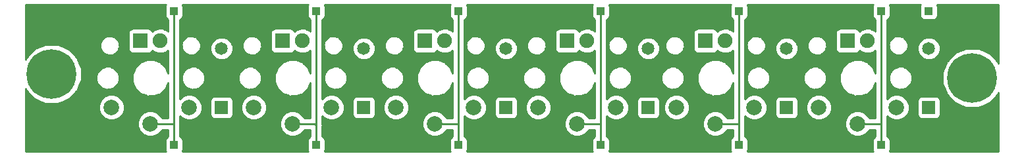
<source format=gbr>
G04 #@! TF.GenerationSoftware,KiCad,Pcbnew,(5.0.0)*
G04 #@! TF.CreationDate,2018-08-10T22:40:29+09:00*
G04 #@! TF.ProjectId,keyborad,6B6579626F7261642E6B696361645F70,rev?*
G04 #@! TF.SameCoordinates,Original*
G04 #@! TF.FileFunction,Copper,L2,Bot,Signal*
G04 #@! TF.FilePolarity,Positive*
%FSLAX46Y46*%
G04 Gerber Fmt 4.6, Leading zero omitted, Abs format (unit mm)*
G04 Created by KiCad (PCBNEW (5.0.0)) date 08/10/18 22:40:29*
%MOMM*%
%LPD*%
G01*
G04 APERTURE LIST*
G04 #@! TA.AperFunction,ComponentPad*
%ADD10C,1.651000*%
G04 #@! TD*
G04 #@! TA.AperFunction,ComponentPad*
%ADD11R,1.651000X1.651000*%
G04 #@! TD*
G04 #@! TA.AperFunction,ComponentPad*
%ADD12C,6.400000*%
G04 #@! TD*
G04 #@! TA.AperFunction,ComponentPad*
%ADD13C,2.000000*%
G04 #@! TD*
G04 #@! TA.AperFunction,ComponentPad*
%ADD14R,1.905000X1.905000*%
G04 #@! TD*
G04 #@! TA.AperFunction,ComponentPad*
%ADD15C,1.905000*%
G04 #@! TD*
G04 #@! TA.AperFunction,ComponentPad*
%ADD16R,1.000000X1.000000*%
G04 #@! TD*
G04 #@! TA.AperFunction,Conductor*
%ADD17C,0.250000*%
G04 #@! TD*
G04 #@! TA.AperFunction,NonConductor*
%ADD18C,0.254000*%
G04 #@! TD*
G04 APERTURE END LIST*
D10*
G04 #@! TO.P,D1,1*
G04 #@! TO.N,row0*
X131064000Y-69850000D03*
D11*
G04 #@! TO.P,D1,2*
G04 #@! TO.N,Net-(D1-Pad2)*
X131064000Y-77470000D03*
G04 #@! TD*
D10*
G04 #@! TO.P,D2,1*
G04 #@! TO.N,row0*
X149352000Y-69850000D03*
D11*
G04 #@! TO.P,D2,2*
G04 #@! TO.N,Net-(D2-Pad2)*
X149352000Y-77470000D03*
G04 #@! TD*
D10*
G04 #@! TO.P,D3,1*
G04 #@! TO.N,row0*
X167640000Y-69850000D03*
D11*
G04 #@! TO.P,D3,2*
G04 #@! TO.N,Net-(D3-Pad2)*
X167640000Y-77470000D03*
G04 #@! TD*
D10*
G04 #@! TO.P,D4,1*
G04 #@! TO.N,row0*
X185928000Y-69850000D03*
D11*
G04 #@! TO.P,D4,2*
G04 #@! TO.N,Net-(D4-Pad2)*
X185928000Y-77470000D03*
G04 #@! TD*
D10*
G04 #@! TO.P,D5,1*
G04 #@! TO.N,row0*
X203708000Y-69850000D03*
D11*
G04 #@! TO.P,D5,2*
G04 #@! TO.N,Net-(D5-Pad2)*
X203708000Y-77470000D03*
G04 #@! TD*
D10*
G04 #@! TO.P,D6,1*
G04 #@! TO.N,row0*
X221996000Y-69850000D03*
D11*
G04 #@! TO.P,D6,2*
G04 #@! TO.N,Net-(D6-Pad2)*
X221996000Y-77470000D03*
G04 #@! TD*
D12*
G04 #@! TO.P,H1,1*
G04 #@! TO.N,N/C*
X109220000Y-73152000D03*
G04 #@! TD*
G04 #@! TO.P,H2,1*
G04 #@! TO.N,N/C*
X227584000Y-73660000D03*
G04 #@! TD*
D13*
G04 #@! TO.P,SW1,2*
G04 #@! TO.N,Net-(D1-Pad2)*
X126920000Y-77460000D03*
D14*
G04 #@! TO.P,SW1,4*
G04 #@! TO.N,N/C*
X120650000Y-68860000D03*
D15*
G04 #@! TO.P,SW1,3*
X123190000Y-68860000D03*
D13*
G04 #@! TO.P,SW1,1*
G04 #@! TO.N,col0*
X121920000Y-79560000D03*
G04 #@! TO.P,SW1,2*
G04 #@! TO.N,Net-(D1-Pad2)*
X116920000Y-77460000D03*
G04 #@! TD*
G04 #@! TO.P,SW2,2*
G04 #@! TO.N,Net-(D2-Pad2)*
X145208000Y-77460000D03*
D14*
G04 #@! TO.P,SW2,4*
G04 #@! TO.N,N/C*
X138938000Y-68860000D03*
D15*
G04 #@! TO.P,SW2,3*
X141478000Y-68860000D03*
D13*
G04 #@! TO.P,SW2,1*
G04 #@! TO.N,col1*
X140208000Y-79560000D03*
G04 #@! TO.P,SW2,2*
G04 #@! TO.N,Net-(D2-Pad2)*
X135208000Y-77460000D03*
G04 #@! TD*
G04 #@! TO.P,SW3,2*
G04 #@! TO.N,Net-(D3-Pad2)*
X163496000Y-77460000D03*
D14*
G04 #@! TO.P,SW3,4*
G04 #@! TO.N,N/C*
X157226000Y-68860000D03*
D15*
G04 #@! TO.P,SW3,3*
X159766000Y-68860000D03*
D13*
G04 #@! TO.P,SW3,1*
G04 #@! TO.N,col2*
X158496000Y-79560000D03*
G04 #@! TO.P,SW3,2*
G04 #@! TO.N,Net-(D3-Pad2)*
X153496000Y-77460000D03*
G04 #@! TD*
G04 #@! TO.P,SW4,2*
G04 #@! TO.N,Net-(D4-Pad2)*
X181784000Y-77460000D03*
D14*
G04 #@! TO.P,SW4,4*
G04 #@! TO.N,N/C*
X175514000Y-68860000D03*
D15*
G04 #@! TO.P,SW4,3*
X178054000Y-68860000D03*
D13*
G04 #@! TO.P,SW4,1*
G04 #@! TO.N,col3*
X176784000Y-79560000D03*
G04 #@! TO.P,SW4,2*
G04 #@! TO.N,Net-(D4-Pad2)*
X171784000Y-77460000D03*
G04 #@! TD*
G04 #@! TO.P,SW5,2*
G04 #@! TO.N,Net-(D5-Pad2)*
X199564000Y-77460000D03*
D14*
G04 #@! TO.P,SW5,4*
G04 #@! TO.N,N/C*
X193294000Y-68860000D03*
D15*
G04 #@! TO.P,SW5,3*
X195834000Y-68860000D03*
D13*
G04 #@! TO.P,SW5,1*
G04 #@! TO.N,col4*
X194564000Y-79560000D03*
G04 #@! TO.P,SW5,2*
G04 #@! TO.N,Net-(D5-Pad2)*
X189564000Y-77460000D03*
G04 #@! TD*
G04 #@! TO.P,SW6,2*
G04 #@! TO.N,Net-(D6-Pad2)*
X217852000Y-77460000D03*
D14*
G04 #@! TO.P,SW6,4*
G04 #@! TO.N,N/C*
X211582000Y-68860000D03*
D15*
G04 #@! TO.P,SW6,3*
X214122000Y-68860000D03*
D13*
G04 #@! TO.P,SW6,1*
G04 #@! TO.N,col5*
X212852000Y-79560000D03*
G04 #@! TO.P,SW6,2*
G04 #@! TO.N,Net-(D6-Pad2)*
X207852000Y-77460000D03*
G04 #@! TD*
D16*
G04 #@! TO.P,P1,1*
G04 #@! TO.N,col0*
X124968000Y-65024000D03*
G04 #@! TD*
G04 #@! TO.P,P2,1*
G04 #@! TO.N,col1*
X143256000Y-65024000D03*
G04 #@! TD*
G04 #@! TO.P,P3,1*
G04 #@! TO.N,col2*
X161544000Y-65024000D03*
G04 #@! TD*
G04 #@! TO.P,P4,1*
G04 #@! TO.N,col3*
X179832000Y-82296000D03*
G04 #@! TD*
G04 #@! TO.P,P5,1*
G04 #@! TO.N,col4*
X197612000Y-82296000D03*
G04 #@! TD*
G04 #@! TO.P,P6,1*
G04 #@! TO.N,col5*
X215900000Y-65024000D03*
G04 #@! TD*
G04 #@! TO.P,P7,1*
G04 #@! TO.N,row0*
X221996000Y-65024000D03*
G04 #@! TD*
G04 #@! TO.P,P8,1*
G04 #@! TO.N,col0*
X124968000Y-82296000D03*
G04 #@! TD*
G04 #@! TO.P,P9,1*
G04 #@! TO.N,col1*
X143256000Y-82296000D03*
G04 #@! TD*
G04 #@! TO.P,P10,1*
G04 #@! TO.N,col2*
X161544000Y-82296000D03*
G04 #@! TD*
G04 #@! TO.P,P11,1*
G04 #@! TO.N,col3*
X179832000Y-65024000D03*
G04 #@! TD*
G04 #@! TO.P,P12,1*
G04 #@! TO.N,col4*
X197612000Y-65024000D03*
G04 #@! TD*
G04 #@! TO.P,P13,1*
G04 #@! TO.N,col5*
X215900000Y-82296000D03*
G04 #@! TD*
D17*
G04 #@! TO.N,col0*
X121920000Y-79560000D02*
X124968000Y-79560000D01*
X124968000Y-79560000D02*
X124968000Y-79756000D01*
X124968000Y-65024000D02*
X124968000Y-79756000D01*
X124968000Y-79756000D02*
X124968000Y-82296000D01*
G04 #@! TO.N,col1*
X143256000Y-65024000D02*
X143256000Y-79756000D01*
X140208000Y-79560000D02*
X143060000Y-79560000D01*
X143256000Y-79756000D02*
X143256000Y-82296000D01*
X143060000Y-79560000D02*
X143256000Y-79756000D01*
G04 #@! TO.N,col2*
X158496000Y-79560000D02*
X161544000Y-79560000D01*
X161544000Y-79560000D02*
X161544000Y-79756000D01*
X161544000Y-82296000D02*
X161544000Y-79756000D01*
X161544000Y-79756000D02*
X161544000Y-65024000D01*
G04 #@! TO.N,col3*
X176784000Y-79560000D02*
X179832000Y-79560000D01*
X179832000Y-79560000D02*
X179832000Y-79756000D01*
X179832000Y-82296000D02*
X179832000Y-79756000D01*
X179832000Y-79756000D02*
X179832000Y-65024000D01*
G04 #@! TO.N,col4*
X194564000Y-79560000D02*
X197612000Y-79560000D01*
X197612000Y-79560000D02*
X197612000Y-79756000D01*
X197612000Y-82296000D02*
X197612000Y-79756000D01*
X197612000Y-79756000D02*
X197612000Y-65024000D01*
G04 #@! TO.N,col5*
X212852000Y-79560000D02*
X215900000Y-79560000D01*
X215900000Y-79560000D02*
X215900000Y-79756000D01*
X215900000Y-82296000D02*
X215900000Y-79756000D01*
X215900000Y-79756000D02*
X215900000Y-65024000D01*
G04 #@! TD*
D18*
G36*
X178733843Y-64276235D02*
X178684560Y-64524000D01*
X178684560Y-65524000D01*
X178733843Y-65771765D01*
X178874191Y-65981809D01*
X179072001Y-66113982D01*
X179072001Y-67632936D01*
X178953247Y-67514182D01*
X178904737Y-67494089D01*
X178899712Y-67479912D01*
X178632693Y-67381405D01*
X178369773Y-67272500D01*
X178337491Y-67272500D01*
X178307199Y-67261325D01*
X178022806Y-67272500D01*
X177738227Y-67272500D01*
X177708401Y-67284854D01*
X177676139Y-67286122D01*
X177208288Y-67479912D01*
X177203263Y-67494089D01*
X177154753Y-67514182D01*
X177042444Y-67626491D01*
X177029230Y-67606715D01*
X177004827Y-67547801D01*
X176959735Y-67502709D01*
X176924309Y-67449691D01*
X176871289Y-67414264D01*
X176826198Y-67369173D01*
X176767286Y-67344771D01*
X176714265Y-67309343D01*
X176651722Y-67296903D01*
X176592809Y-67272500D01*
X176529041Y-67272500D01*
X176466500Y-67260060D01*
X174561500Y-67260060D01*
X174498959Y-67272500D01*
X174435191Y-67272500D01*
X174376278Y-67296903D01*
X174313735Y-67309343D01*
X174260714Y-67344771D01*
X174201802Y-67369173D01*
X174156711Y-67414264D01*
X174103691Y-67449691D01*
X174068265Y-67502709D01*
X174023173Y-67547801D01*
X173998770Y-67606715D01*
X173963343Y-67659735D01*
X173950903Y-67722276D01*
X173926500Y-67781190D01*
X173926500Y-67844959D01*
X173914060Y-67907500D01*
X173914060Y-69812500D01*
X173926500Y-69875041D01*
X173926500Y-69938810D01*
X173950903Y-69997724D01*
X173963343Y-70060265D01*
X173998770Y-70113285D01*
X174023173Y-70172199D01*
X174068265Y-70217291D01*
X174103691Y-70270309D01*
X174156711Y-70305736D01*
X174201802Y-70350827D01*
X174260714Y-70375229D01*
X174313735Y-70410657D01*
X174376278Y-70423097D01*
X174435191Y-70447500D01*
X174498959Y-70447500D01*
X174561500Y-70459940D01*
X176466500Y-70459940D01*
X176529041Y-70447500D01*
X176592809Y-70447500D01*
X176651722Y-70423097D01*
X176714265Y-70410657D01*
X176767286Y-70375229D01*
X176826198Y-70350827D01*
X176871289Y-70305736D01*
X176924309Y-70270309D01*
X176959735Y-70217291D01*
X177004827Y-70172199D01*
X177029230Y-70113285D01*
X177042444Y-70093509D01*
X177154753Y-70205818D01*
X177203263Y-70225911D01*
X177208288Y-70240088D01*
X177475307Y-70338595D01*
X177738227Y-70447500D01*
X177770509Y-70447500D01*
X177800801Y-70458675D01*
X178085194Y-70447500D01*
X178369773Y-70447500D01*
X178399599Y-70435146D01*
X178431861Y-70433878D01*
X178899712Y-70240088D01*
X178904737Y-70225911D01*
X178953247Y-70205818D01*
X179072001Y-70087064D01*
X179072000Y-73065570D01*
X178781970Y-72365371D01*
X178773151Y-72360587D01*
X178763517Y-72337329D01*
X178106671Y-71680483D01*
X178083413Y-71670849D01*
X178078629Y-71662030D01*
X177662359Y-71496443D01*
X177248460Y-71325000D01*
X177231369Y-71325000D01*
X177215491Y-71318684D01*
X176767600Y-71325000D01*
X176319540Y-71325000D01*
X176303748Y-71331541D01*
X176286664Y-71331782D01*
X175489371Y-71662030D01*
X175484587Y-71670849D01*
X175461329Y-71680483D01*
X174804483Y-72337329D01*
X174794849Y-72360587D01*
X174786030Y-72365371D01*
X174620443Y-72781641D01*
X174449000Y-73195540D01*
X174449000Y-73212631D01*
X174442684Y-73228509D01*
X174449000Y-73676400D01*
X174449000Y-74124460D01*
X174455541Y-74140252D01*
X174455782Y-74157336D01*
X174786030Y-74954629D01*
X174794849Y-74959413D01*
X174804483Y-74982671D01*
X175461329Y-75639517D01*
X175484587Y-75649151D01*
X175489371Y-75657970D01*
X175905641Y-75823557D01*
X176319540Y-75995000D01*
X176336631Y-75995000D01*
X176352509Y-76001316D01*
X176800400Y-75995000D01*
X177248460Y-75995000D01*
X177264252Y-75988459D01*
X177281336Y-75988218D01*
X178078629Y-75657970D01*
X178083413Y-75649151D01*
X178106671Y-75639517D01*
X178763517Y-74982671D01*
X178773151Y-74959413D01*
X178781970Y-74954629D01*
X178947557Y-74538359D01*
X179072000Y-74237927D01*
X179072000Y-78800000D01*
X178238909Y-78800000D01*
X178170086Y-78633847D01*
X177710153Y-78173914D01*
X177109222Y-77925000D01*
X176458778Y-77925000D01*
X175857847Y-78173914D01*
X175397914Y-78633847D01*
X175149000Y-79234778D01*
X175149000Y-79885222D01*
X175397914Y-80486153D01*
X175857847Y-80946086D01*
X176458778Y-81195000D01*
X177109222Y-81195000D01*
X177710153Y-80946086D01*
X178170086Y-80486153D01*
X178238909Y-80320000D01*
X179072001Y-80320000D01*
X179072000Y-81206018D01*
X178874191Y-81338191D01*
X178733843Y-81548235D01*
X178684560Y-81796000D01*
X178684560Y-82796000D01*
X178733843Y-83043765D01*
X178794805Y-83135000D01*
X162581195Y-83135000D01*
X162642157Y-83043765D01*
X162691440Y-82796000D01*
X162691440Y-81796000D01*
X162642157Y-81548235D01*
X162501809Y-81338191D01*
X162304000Y-81206018D01*
X162304000Y-79634852D01*
X162318889Y-79560000D01*
X162304000Y-79485148D01*
X162304000Y-78580239D01*
X162569847Y-78846086D01*
X163170778Y-79095000D01*
X163821222Y-79095000D01*
X164422153Y-78846086D01*
X164882086Y-78386153D01*
X165131000Y-77785222D01*
X165131000Y-77134778D01*
X164927921Y-76644500D01*
X166167060Y-76644500D01*
X166167060Y-78295500D01*
X166216343Y-78543265D01*
X166356691Y-78753309D01*
X166566735Y-78893657D01*
X166814500Y-78942940D01*
X168465500Y-78942940D01*
X168713265Y-78893657D01*
X168923309Y-78753309D01*
X169063657Y-78543265D01*
X169112940Y-78295500D01*
X169112940Y-77134778D01*
X170149000Y-77134778D01*
X170149000Y-77785222D01*
X170397914Y-78386153D01*
X170857847Y-78846086D01*
X171458778Y-79095000D01*
X172109222Y-79095000D01*
X172710153Y-78846086D01*
X173170086Y-78386153D01*
X173419000Y-77785222D01*
X173419000Y-77134778D01*
X173170086Y-76533847D01*
X172710153Y-76073914D01*
X172109222Y-75825000D01*
X171458778Y-75825000D01*
X170857847Y-76073914D01*
X170397914Y-76533847D01*
X170149000Y-77134778D01*
X169112940Y-77134778D01*
X169112940Y-76644500D01*
X169063657Y-76396735D01*
X168923309Y-76186691D01*
X168713265Y-76046343D01*
X168465500Y-75997060D01*
X166814500Y-75997060D01*
X166566735Y-76046343D01*
X166356691Y-76186691D01*
X166216343Y-76396735D01*
X166167060Y-76644500D01*
X164927921Y-76644500D01*
X164882086Y-76533847D01*
X164422153Y-76073914D01*
X163821222Y-75825000D01*
X163170778Y-75825000D01*
X162569847Y-76073914D01*
X162304000Y-76339761D01*
X162304000Y-73431279D01*
X162499282Y-73431279D01*
X162511000Y-73693208D01*
X162511000Y-73955385D01*
X162524149Y-73987130D01*
X162525685Y-74021458D01*
X162700741Y-74444080D01*
X162715358Y-74448749D01*
X162737078Y-74501185D01*
X163154815Y-74918922D01*
X163207251Y-74940642D01*
X163211920Y-74955259D01*
X163458392Y-75044668D01*
X163700615Y-75145000D01*
X163734976Y-75145000D01*
X163767279Y-75156718D01*
X164029208Y-75145000D01*
X164291385Y-75145000D01*
X164323130Y-75131851D01*
X164357458Y-75130315D01*
X164780080Y-74955259D01*
X164784749Y-74940642D01*
X164837185Y-74918922D01*
X165254922Y-74501185D01*
X165276642Y-74448749D01*
X165291259Y-74444080D01*
X165380668Y-74197608D01*
X165481000Y-73955385D01*
X165481000Y-73921024D01*
X165492718Y-73888721D01*
X165481000Y-73626792D01*
X165481000Y-73431279D01*
X169787282Y-73431279D01*
X169799000Y-73693208D01*
X169799000Y-73955385D01*
X169812149Y-73987130D01*
X169813685Y-74021458D01*
X169988741Y-74444080D01*
X170003358Y-74448749D01*
X170025078Y-74501185D01*
X170442815Y-74918922D01*
X170495251Y-74940642D01*
X170499920Y-74955259D01*
X170746392Y-75044668D01*
X170988615Y-75145000D01*
X171022976Y-75145000D01*
X171055279Y-75156718D01*
X171317208Y-75145000D01*
X171579385Y-75145000D01*
X171611130Y-75131851D01*
X171645458Y-75130315D01*
X172068080Y-74955259D01*
X172072749Y-74940642D01*
X172125185Y-74918922D01*
X172542922Y-74501185D01*
X172564642Y-74448749D01*
X172579259Y-74444080D01*
X172668668Y-74197608D01*
X172769000Y-73955385D01*
X172769000Y-73921024D01*
X172780718Y-73888721D01*
X172769000Y-73626792D01*
X172769000Y-73364615D01*
X172755851Y-73332870D01*
X172754315Y-73298542D01*
X172579259Y-72875920D01*
X172564642Y-72871251D01*
X172542922Y-72818815D01*
X172125185Y-72401078D01*
X172072749Y-72379358D01*
X172068080Y-72364741D01*
X171821608Y-72275332D01*
X171579385Y-72175000D01*
X171545024Y-72175000D01*
X171512721Y-72163282D01*
X171250792Y-72175000D01*
X170988615Y-72175000D01*
X170956870Y-72188149D01*
X170922542Y-72189685D01*
X170499920Y-72364741D01*
X170495251Y-72379358D01*
X170442815Y-72401078D01*
X170025078Y-72818815D01*
X170003358Y-72871251D01*
X169988741Y-72875920D01*
X169899332Y-73122392D01*
X169799000Y-73364615D01*
X169799000Y-73398976D01*
X169787282Y-73431279D01*
X165481000Y-73431279D01*
X165481000Y-73364615D01*
X165467851Y-73332870D01*
X165466315Y-73298542D01*
X165291259Y-72875920D01*
X165276642Y-72871251D01*
X165254922Y-72818815D01*
X164837185Y-72401078D01*
X164784749Y-72379358D01*
X164780080Y-72364741D01*
X164533608Y-72275332D01*
X164291385Y-72175000D01*
X164257024Y-72175000D01*
X164224721Y-72163282D01*
X163962792Y-72175000D01*
X163700615Y-72175000D01*
X163668870Y-72188149D01*
X163634542Y-72189685D01*
X163211920Y-72364741D01*
X163207251Y-72379358D01*
X163154815Y-72401078D01*
X162737078Y-72818815D01*
X162715358Y-72871251D01*
X162700741Y-72875920D01*
X162611332Y-73122392D01*
X162511000Y-73364615D01*
X162511000Y-73398976D01*
X162499282Y-73431279D01*
X162304000Y-73431279D01*
X162304000Y-69291036D01*
X162468193Y-69291036D01*
X162481000Y-69498134D01*
X162481000Y-69705657D01*
X162496085Y-69742076D01*
X162498518Y-69781413D01*
X162627836Y-70093617D01*
X162643086Y-70096967D01*
X162669018Y-70159571D01*
X163016429Y-70506982D01*
X163079033Y-70532914D01*
X163082383Y-70548164D01*
X163278629Y-70615589D01*
X163470343Y-70695000D01*
X163509760Y-70695000D01*
X163547036Y-70707807D01*
X163754134Y-70695000D01*
X163961657Y-70695000D01*
X163998076Y-70679915D01*
X164037413Y-70677482D01*
X164349617Y-70548164D01*
X164352967Y-70532914D01*
X164415571Y-70506982D01*
X164762982Y-70159571D01*
X164788914Y-70096967D01*
X164804164Y-70093617D01*
X164871589Y-69897371D01*
X164951000Y-69705657D01*
X164951000Y-69666240D01*
X164963807Y-69628964D01*
X164959511Y-69559488D01*
X166179500Y-69559488D01*
X166179500Y-70140512D01*
X166401848Y-70677307D01*
X166812693Y-71088152D01*
X167349488Y-71310500D01*
X167930512Y-71310500D01*
X168467307Y-71088152D01*
X168878152Y-70677307D01*
X169100500Y-70140512D01*
X169100500Y-69559488D01*
X168989304Y-69291036D01*
X170316193Y-69291036D01*
X170329000Y-69498134D01*
X170329000Y-69705657D01*
X170344085Y-69742076D01*
X170346518Y-69781413D01*
X170475836Y-70093617D01*
X170491086Y-70096967D01*
X170517018Y-70159571D01*
X170864429Y-70506982D01*
X170927033Y-70532914D01*
X170930383Y-70548164D01*
X171126629Y-70615589D01*
X171318343Y-70695000D01*
X171357760Y-70695000D01*
X171395036Y-70707807D01*
X171602134Y-70695000D01*
X171809657Y-70695000D01*
X171846076Y-70679915D01*
X171885413Y-70677482D01*
X172197617Y-70548164D01*
X172200967Y-70532914D01*
X172263571Y-70506982D01*
X172610982Y-70159571D01*
X172636914Y-70096967D01*
X172652164Y-70093617D01*
X172719589Y-69897371D01*
X172799000Y-69705657D01*
X172799000Y-69666240D01*
X172811807Y-69628964D01*
X172799000Y-69421866D01*
X172799000Y-69214343D01*
X172783915Y-69177924D01*
X172781482Y-69138587D01*
X172652164Y-68826383D01*
X172636914Y-68823033D01*
X172610982Y-68760429D01*
X172263571Y-68413018D01*
X172200967Y-68387086D01*
X172197617Y-68371836D01*
X172001371Y-68304411D01*
X171809657Y-68225000D01*
X171770240Y-68225000D01*
X171732964Y-68212193D01*
X171525866Y-68225000D01*
X171318343Y-68225000D01*
X171281924Y-68240085D01*
X171242587Y-68242518D01*
X170930383Y-68371836D01*
X170927033Y-68387086D01*
X170864429Y-68413018D01*
X170517018Y-68760429D01*
X170491086Y-68823033D01*
X170475836Y-68826383D01*
X170408411Y-69022629D01*
X170329000Y-69214343D01*
X170329000Y-69253760D01*
X170316193Y-69291036D01*
X168989304Y-69291036D01*
X168878152Y-69022693D01*
X168467307Y-68611848D01*
X167930512Y-68389500D01*
X167349488Y-68389500D01*
X166812693Y-68611848D01*
X166401848Y-69022693D01*
X166179500Y-69559488D01*
X164959511Y-69559488D01*
X164951000Y-69421866D01*
X164951000Y-69214343D01*
X164935915Y-69177924D01*
X164933482Y-69138587D01*
X164804164Y-68826383D01*
X164788914Y-68823033D01*
X164762982Y-68760429D01*
X164415571Y-68413018D01*
X164352967Y-68387086D01*
X164349617Y-68371836D01*
X164153371Y-68304411D01*
X163961657Y-68225000D01*
X163922240Y-68225000D01*
X163884964Y-68212193D01*
X163677866Y-68225000D01*
X163470343Y-68225000D01*
X163433924Y-68240085D01*
X163394587Y-68242518D01*
X163082383Y-68371836D01*
X163079033Y-68387086D01*
X163016429Y-68413018D01*
X162669018Y-68760429D01*
X162643086Y-68823033D01*
X162627836Y-68826383D01*
X162560411Y-69022629D01*
X162481000Y-69214343D01*
X162481000Y-69253760D01*
X162468193Y-69291036D01*
X162304000Y-69291036D01*
X162304000Y-66113982D01*
X162501809Y-65981809D01*
X162642157Y-65771765D01*
X162691440Y-65524000D01*
X162691440Y-64524000D01*
X162642157Y-64276235D01*
X162581195Y-64185000D01*
X178794805Y-64185000D01*
X178733843Y-64276235D01*
X178733843Y-64276235D01*
G37*
X178733843Y-64276235D02*
X178684560Y-64524000D01*
X178684560Y-65524000D01*
X178733843Y-65771765D01*
X178874191Y-65981809D01*
X179072001Y-66113982D01*
X179072001Y-67632936D01*
X178953247Y-67514182D01*
X178904737Y-67494089D01*
X178899712Y-67479912D01*
X178632693Y-67381405D01*
X178369773Y-67272500D01*
X178337491Y-67272500D01*
X178307199Y-67261325D01*
X178022806Y-67272500D01*
X177738227Y-67272500D01*
X177708401Y-67284854D01*
X177676139Y-67286122D01*
X177208288Y-67479912D01*
X177203263Y-67494089D01*
X177154753Y-67514182D01*
X177042444Y-67626491D01*
X177029230Y-67606715D01*
X177004827Y-67547801D01*
X176959735Y-67502709D01*
X176924309Y-67449691D01*
X176871289Y-67414264D01*
X176826198Y-67369173D01*
X176767286Y-67344771D01*
X176714265Y-67309343D01*
X176651722Y-67296903D01*
X176592809Y-67272500D01*
X176529041Y-67272500D01*
X176466500Y-67260060D01*
X174561500Y-67260060D01*
X174498959Y-67272500D01*
X174435191Y-67272500D01*
X174376278Y-67296903D01*
X174313735Y-67309343D01*
X174260714Y-67344771D01*
X174201802Y-67369173D01*
X174156711Y-67414264D01*
X174103691Y-67449691D01*
X174068265Y-67502709D01*
X174023173Y-67547801D01*
X173998770Y-67606715D01*
X173963343Y-67659735D01*
X173950903Y-67722276D01*
X173926500Y-67781190D01*
X173926500Y-67844959D01*
X173914060Y-67907500D01*
X173914060Y-69812500D01*
X173926500Y-69875041D01*
X173926500Y-69938810D01*
X173950903Y-69997724D01*
X173963343Y-70060265D01*
X173998770Y-70113285D01*
X174023173Y-70172199D01*
X174068265Y-70217291D01*
X174103691Y-70270309D01*
X174156711Y-70305736D01*
X174201802Y-70350827D01*
X174260714Y-70375229D01*
X174313735Y-70410657D01*
X174376278Y-70423097D01*
X174435191Y-70447500D01*
X174498959Y-70447500D01*
X174561500Y-70459940D01*
X176466500Y-70459940D01*
X176529041Y-70447500D01*
X176592809Y-70447500D01*
X176651722Y-70423097D01*
X176714265Y-70410657D01*
X176767286Y-70375229D01*
X176826198Y-70350827D01*
X176871289Y-70305736D01*
X176924309Y-70270309D01*
X176959735Y-70217291D01*
X177004827Y-70172199D01*
X177029230Y-70113285D01*
X177042444Y-70093509D01*
X177154753Y-70205818D01*
X177203263Y-70225911D01*
X177208288Y-70240088D01*
X177475307Y-70338595D01*
X177738227Y-70447500D01*
X177770509Y-70447500D01*
X177800801Y-70458675D01*
X178085194Y-70447500D01*
X178369773Y-70447500D01*
X178399599Y-70435146D01*
X178431861Y-70433878D01*
X178899712Y-70240088D01*
X178904737Y-70225911D01*
X178953247Y-70205818D01*
X179072001Y-70087064D01*
X179072000Y-73065570D01*
X178781970Y-72365371D01*
X178773151Y-72360587D01*
X178763517Y-72337329D01*
X178106671Y-71680483D01*
X178083413Y-71670849D01*
X178078629Y-71662030D01*
X177662359Y-71496443D01*
X177248460Y-71325000D01*
X177231369Y-71325000D01*
X177215491Y-71318684D01*
X176767600Y-71325000D01*
X176319540Y-71325000D01*
X176303748Y-71331541D01*
X176286664Y-71331782D01*
X175489371Y-71662030D01*
X175484587Y-71670849D01*
X175461329Y-71680483D01*
X174804483Y-72337329D01*
X174794849Y-72360587D01*
X174786030Y-72365371D01*
X174620443Y-72781641D01*
X174449000Y-73195540D01*
X174449000Y-73212631D01*
X174442684Y-73228509D01*
X174449000Y-73676400D01*
X174449000Y-74124460D01*
X174455541Y-74140252D01*
X174455782Y-74157336D01*
X174786030Y-74954629D01*
X174794849Y-74959413D01*
X174804483Y-74982671D01*
X175461329Y-75639517D01*
X175484587Y-75649151D01*
X175489371Y-75657970D01*
X175905641Y-75823557D01*
X176319540Y-75995000D01*
X176336631Y-75995000D01*
X176352509Y-76001316D01*
X176800400Y-75995000D01*
X177248460Y-75995000D01*
X177264252Y-75988459D01*
X177281336Y-75988218D01*
X178078629Y-75657970D01*
X178083413Y-75649151D01*
X178106671Y-75639517D01*
X178763517Y-74982671D01*
X178773151Y-74959413D01*
X178781970Y-74954629D01*
X178947557Y-74538359D01*
X179072000Y-74237927D01*
X179072000Y-78800000D01*
X178238909Y-78800000D01*
X178170086Y-78633847D01*
X177710153Y-78173914D01*
X177109222Y-77925000D01*
X176458778Y-77925000D01*
X175857847Y-78173914D01*
X175397914Y-78633847D01*
X175149000Y-79234778D01*
X175149000Y-79885222D01*
X175397914Y-80486153D01*
X175857847Y-80946086D01*
X176458778Y-81195000D01*
X177109222Y-81195000D01*
X177710153Y-80946086D01*
X178170086Y-80486153D01*
X178238909Y-80320000D01*
X179072001Y-80320000D01*
X179072000Y-81206018D01*
X178874191Y-81338191D01*
X178733843Y-81548235D01*
X178684560Y-81796000D01*
X178684560Y-82796000D01*
X178733843Y-83043765D01*
X178794805Y-83135000D01*
X162581195Y-83135000D01*
X162642157Y-83043765D01*
X162691440Y-82796000D01*
X162691440Y-81796000D01*
X162642157Y-81548235D01*
X162501809Y-81338191D01*
X162304000Y-81206018D01*
X162304000Y-79634852D01*
X162318889Y-79560000D01*
X162304000Y-79485148D01*
X162304000Y-78580239D01*
X162569847Y-78846086D01*
X163170778Y-79095000D01*
X163821222Y-79095000D01*
X164422153Y-78846086D01*
X164882086Y-78386153D01*
X165131000Y-77785222D01*
X165131000Y-77134778D01*
X164927921Y-76644500D01*
X166167060Y-76644500D01*
X166167060Y-78295500D01*
X166216343Y-78543265D01*
X166356691Y-78753309D01*
X166566735Y-78893657D01*
X166814500Y-78942940D01*
X168465500Y-78942940D01*
X168713265Y-78893657D01*
X168923309Y-78753309D01*
X169063657Y-78543265D01*
X169112940Y-78295500D01*
X169112940Y-77134778D01*
X170149000Y-77134778D01*
X170149000Y-77785222D01*
X170397914Y-78386153D01*
X170857847Y-78846086D01*
X171458778Y-79095000D01*
X172109222Y-79095000D01*
X172710153Y-78846086D01*
X173170086Y-78386153D01*
X173419000Y-77785222D01*
X173419000Y-77134778D01*
X173170086Y-76533847D01*
X172710153Y-76073914D01*
X172109222Y-75825000D01*
X171458778Y-75825000D01*
X170857847Y-76073914D01*
X170397914Y-76533847D01*
X170149000Y-77134778D01*
X169112940Y-77134778D01*
X169112940Y-76644500D01*
X169063657Y-76396735D01*
X168923309Y-76186691D01*
X168713265Y-76046343D01*
X168465500Y-75997060D01*
X166814500Y-75997060D01*
X166566735Y-76046343D01*
X166356691Y-76186691D01*
X166216343Y-76396735D01*
X166167060Y-76644500D01*
X164927921Y-76644500D01*
X164882086Y-76533847D01*
X164422153Y-76073914D01*
X163821222Y-75825000D01*
X163170778Y-75825000D01*
X162569847Y-76073914D01*
X162304000Y-76339761D01*
X162304000Y-73431279D01*
X162499282Y-73431279D01*
X162511000Y-73693208D01*
X162511000Y-73955385D01*
X162524149Y-73987130D01*
X162525685Y-74021458D01*
X162700741Y-74444080D01*
X162715358Y-74448749D01*
X162737078Y-74501185D01*
X163154815Y-74918922D01*
X163207251Y-74940642D01*
X163211920Y-74955259D01*
X163458392Y-75044668D01*
X163700615Y-75145000D01*
X163734976Y-75145000D01*
X163767279Y-75156718D01*
X164029208Y-75145000D01*
X164291385Y-75145000D01*
X164323130Y-75131851D01*
X164357458Y-75130315D01*
X164780080Y-74955259D01*
X164784749Y-74940642D01*
X164837185Y-74918922D01*
X165254922Y-74501185D01*
X165276642Y-74448749D01*
X165291259Y-74444080D01*
X165380668Y-74197608D01*
X165481000Y-73955385D01*
X165481000Y-73921024D01*
X165492718Y-73888721D01*
X165481000Y-73626792D01*
X165481000Y-73431279D01*
X169787282Y-73431279D01*
X169799000Y-73693208D01*
X169799000Y-73955385D01*
X169812149Y-73987130D01*
X169813685Y-74021458D01*
X169988741Y-74444080D01*
X170003358Y-74448749D01*
X170025078Y-74501185D01*
X170442815Y-74918922D01*
X170495251Y-74940642D01*
X170499920Y-74955259D01*
X170746392Y-75044668D01*
X170988615Y-75145000D01*
X171022976Y-75145000D01*
X171055279Y-75156718D01*
X171317208Y-75145000D01*
X171579385Y-75145000D01*
X171611130Y-75131851D01*
X171645458Y-75130315D01*
X172068080Y-74955259D01*
X172072749Y-74940642D01*
X172125185Y-74918922D01*
X172542922Y-74501185D01*
X172564642Y-74448749D01*
X172579259Y-74444080D01*
X172668668Y-74197608D01*
X172769000Y-73955385D01*
X172769000Y-73921024D01*
X172780718Y-73888721D01*
X172769000Y-73626792D01*
X172769000Y-73364615D01*
X172755851Y-73332870D01*
X172754315Y-73298542D01*
X172579259Y-72875920D01*
X172564642Y-72871251D01*
X172542922Y-72818815D01*
X172125185Y-72401078D01*
X172072749Y-72379358D01*
X172068080Y-72364741D01*
X171821608Y-72275332D01*
X171579385Y-72175000D01*
X171545024Y-72175000D01*
X171512721Y-72163282D01*
X171250792Y-72175000D01*
X170988615Y-72175000D01*
X170956870Y-72188149D01*
X170922542Y-72189685D01*
X170499920Y-72364741D01*
X170495251Y-72379358D01*
X170442815Y-72401078D01*
X170025078Y-72818815D01*
X170003358Y-72871251D01*
X169988741Y-72875920D01*
X169899332Y-73122392D01*
X169799000Y-73364615D01*
X169799000Y-73398976D01*
X169787282Y-73431279D01*
X165481000Y-73431279D01*
X165481000Y-73364615D01*
X165467851Y-73332870D01*
X165466315Y-73298542D01*
X165291259Y-72875920D01*
X165276642Y-72871251D01*
X165254922Y-72818815D01*
X164837185Y-72401078D01*
X164784749Y-72379358D01*
X164780080Y-72364741D01*
X164533608Y-72275332D01*
X164291385Y-72175000D01*
X164257024Y-72175000D01*
X164224721Y-72163282D01*
X163962792Y-72175000D01*
X163700615Y-72175000D01*
X163668870Y-72188149D01*
X163634542Y-72189685D01*
X163211920Y-72364741D01*
X163207251Y-72379358D01*
X163154815Y-72401078D01*
X162737078Y-72818815D01*
X162715358Y-72871251D01*
X162700741Y-72875920D01*
X162611332Y-73122392D01*
X162511000Y-73364615D01*
X162511000Y-73398976D01*
X162499282Y-73431279D01*
X162304000Y-73431279D01*
X162304000Y-69291036D01*
X162468193Y-69291036D01*
X162481000Y-69498134D01*
X162481000Y-69705657D01*
X162496085Y-69742076D01*
X162498518Y-69781413D01*
X162627836Y-70093617D01*
X162643086Y-70096967D01*
X162669018Y-70159571D01*
X163016429Y-70506982D01*
X163079033Y-70532914D01*
X163082383Y-70548164D01*
X163278629Y-70615589D01*
X163470343Y-70695000D01*
X163509760Y-70695000D01*
X163547036Y-70707807D01*
X163754134Y-70695000D01*
X163961657Y-70695000D01*
X163998076Y-70679915D01*
X164037413Y-70677482D01*
X164349617Y-70548164D01*
X164352967Y-70532914D01*
X164415571Y-70506982D01*
X164762982Y-70159571D01*
X164788914Y-70096967D01*
X164804164Y-70093617D01*
X164871589Y-69897371D01*
X164951000Y-69705657D01*
X164951000Y-69666240D01*
X164963807Y-69628964D01*
X164959511Y-69559488D01*
X166179500Y-69559488D01*
X166179500Y-70140512D01*
X166401848Y-70677307D01*
X166812693Y-71088152D01*
X167349488Y-71310500D01*
X167930512Y-71310500D01*
X168467307Y-71088152D01*
X168878152Y-70677307D01*
X169100500Y-70140512D01*
X169100500Y-69559488D01*
X168989304Y-69291036D01*
X170316193Y-69291036D01*
X170329000Y-69498134D01*
X170329000Y-69705657D01*
X170344085Y-69742076D01*
X170346518Y-69781413D01*
X170475836Y-70093617D01*
X170491086Y-70096967D01*
X170517018Y-70159571D01*
X170864429Y-70506982D01*
X170927033Y-70532914D01*
X170930383Y-70548164D01*
X171126629Y-70615589D01*
X171318343Y-70695000D01*
X171357760Y-70695000D01*
X171395036Y-70707807D01*
X171602134Y-70695000D01*
X171809657Y-70695000D01*
X171846076Y-70679915D01*
X171885413Y-70677482D01*
X172197617Y-70548164D01*
X172200967Y-70532914D01*
X172263571Y-70506982D01*
X172610982Y-70159571D01*
X172636914Y-70096967D01*
X172652164Y-70093617D01*
X172719589Y-69897371D01*
X172799000Y-69705657D01*
X172799000Y-69666240D01*
X172811807Y-69628964D01*
X172799000Y-69421866D01*
X172799000Y-69214343D01*
X172783915Y-69177924D01*
X172781482Y-69138587D01*
X172652164Y-68826383D01*
X172636914Y-68823033D01*
X172610982Y-68760429D01*
X172263571Y-68413018D01*
X172200967Y-68387086D01*
X172197617Y-68371836D01*
X172001371Y-68304411D01*
X171809657Y-68225000D01*
X171770240Y-68225000D01*
X171732964Y-68212193D01*
X171525866Y-68225000D01*
X171318343Y-68225000D01*
X171281924Y-68240085D01*
X171242587Y-68242518D01*
X170930383Y-68371836D01*
X170927033Y-68387086D01*
X170864429Y-68413018D01*
X170517018Y-68760429D01*
X170491086Y-68823033D01*
X170475836Y-68826383D01*
X170408411Y-69022629D01*
X170329000Y-69214343D01*
X170329000Y-69253760D01*
X170316193Y-69291036D01*
X168989304Y-69291036D01*
X168878152Y-69022693D01*
X168467307Y-68611848D01*
X167930512Y-68389500D01*
X167349488Y-68389500D01*
X166812693Y-68611848D01*
X166401848Y-69022693D01*
X166179500Y-69559488D01*
X164959511Y-69559488D01*
X164951000Y-69421866D01*
X164951000Y-69214343D01*
X164935915Y-69177924D01*
X164933482Y-69138587D01*
X164804164Y-68826383D01*
X164788914Y-68823033D01*
X164762982Y-68760429D01*
X164415571Y-68413018D01*
X164352967Y-68387086D01*
X164349617Y-68371836D01*
X164153371Y-68304411D01*
X163961657Y-68225000D01*
X163922240Y-68225000D01*
X163884964Y-68212193D01*
X163677866Y-68225000D01*
X163470343Y-68225000D01*
X163433924Y-68240085D01*
X163394587Y-68242518D01*
X163082383Y-68371836D01*
X163079033Y-68387086D01*
X163016429Y-68413018D01*
X162669018Y-68760429D01*
X162643086Y-68823033D01*
X162627836Y-68826383D01*
X162560411Y-69022629D01*
X162481000Y-69214343D01*
X162481000Y-69253760D01*
X162468193Y-69291036D01*
X162304000Y-69291036D01*
X162304000Y-66113982D01*
X162501809Y-65981809D01*
X162642157Y-65771765D01*
X162691440Y-65524000D01*
X162691440Y-64524000D01*
X162642157Y-64276235D01*
X162581195Y-64185000D01*
X178794805Y-64185000D01*
X178733843Y-64276235D01*
G36*
X220897843Y-64276235D02*
X220848560Y-64524000D01*
X220848560Y-65524000D01*
X220897843Y-65771765D01*
X221038191Y-65981809D01*
X221248235Y-66122157D01*
X221496000Y-66171440D01*
X222496000Y-66171440D01*
X222743765Y-66122157D01*
X222953809Y-65981809D01*
X223094157Y-65771765D01*
X223143440Y-65524000D01*
X223143440Y-64524000D01*
X223094157Y-64276235D01*
X223033195Y-64185000D01*
X230963000Y-64185000D01*
X230963000Y-71788329D01*
X230849819Y-71509754D01*
X230835333Y-71488074D01*
X230835156Y-71487647D01*
X230834829Y-71487320D01*
X230820343Y-71465640D01*
X230792604Y-71445095D01*
X229798905Y-70451396D01*
X229778360Y-70423657D01*
X229765910Y-70418401D01*
X229756353Y-70408844D01*
X229063560Y-70121880D01*
X228372829Y-69830264D01*
X228359316Y-69830172D01*
X228346829Y-69825000D01*
X227596974Y-69825000D01*
X226847207Y-69819913D01*
X226834686Y-69825000D01*
X226821171Y-69825000D01*
X226128401Y-70111955D01*
X225433754Y-70394181D01*
X225412074Y-70408667D01*
X225411647Y-70408844D01*
X225411320Y-70409171D01*
X225389640Y-70423657D01*
X225369095Y-70451396D01*
X224375396Y-71445095D01*
X224347657Y-71465640D01*
X224342401Y-71478090D01*
X224332844Y-71487647D01*
X224045880Y-72180440D01*
X223754264Y-72871171D01*
X223754172Y-72884684D01*
X223749000Y-72897171D01*
X223749000Y-73647026D01*
X223743913Y-74396793D01*
X223749000Y-74409314D01*
X223749000Y-74422829D01*
X224035955Y-75115599D01*
X224318181Y-75810246D01*
X224332667Y-75831926D01*
X224332844Y-75832353D01*
X224333171Y-75832680D01*
X224347657Y-75854360D01*
X224375396Y-75874905D01*
X225369095Y-76868604D01*
X225389640Y-76896343D01*
X225402090Y-76901599D01*
X225411647Y-76911156D01*
X226104440Y-77198120D01*
X226795171Y-77489736D01*
X226808684Y-77489828D01*
X226821171Y-77495000D01*
X227571026Y-77495000D01*
X228320793Y-77500087D01*
X228333314Y-77495000D01*
X228346829Y-77495000D01*
X229039599Y-77208045D01*
X229734246Y-76925819D01*
X229755926Y-76911333D01*
X229756353Y-76911156D01*
X229756680Y-76910829D01*
X229778360Y-76896343D01*
X229798905Y-76868604D01*
X230792604Y-75874905D01*
X230820343Y-75854360D01*
X230825599Y-75841910D01*
X230835156Y-75832353D01*
X230963001Y-75523709D01*
X230963001Y-83135000D01*
X216937195Y-83135000D01*
X216998157Y-83043765D01*
X217047440Y-82796000D01*
X217047440Y-81796000D01*
X216998157Y-81548235D01*
X216857809Y-81338191D01*
X216660000Y-81206018D01*
X216660000Y-79634852D01*
X216674889Y-79560000D01*
X216660000Y-79485148D01*
X216660000Y-78580239D01*
X216925847Y-78846086D01*
X217526778Y-79095000D01*
X218177222Y-79095000D01*
X218778153Y-78846086D01*
X219238086Y-78386153D01*
X219487000Y-77785222D01*
X219487000Y-77134778D01*
X219283921Y-76644500D01*
X220523060Y-76644500D01*
X220523060Y-78295500D01*
X220572343Y-78543265D01*
X220712691Y-78753309D01*
X220922735Y-78893657D01*
X221170500Y-78942940D01*
X222821500Y-78942940D01*
X223069265Y-78893657D01*
X223279309Y-78753309D01*
X223419657Y-78543265D01*
X223468940Y-78295500D01*
X223468940Y-76644500D01*
X223419657Y-76396735D01*
X223279309Y-76186691D01*
X223069265Y-76046343D01*
X222821500Y-75997060D01*
X221170500Y-75997060D01*
X220922735Y-76046343D01*
X220712691Y-76186691D01*
X220572343Y-76396735D01*
X220523060Y-76644500D01*
X219283921Y-76644500D01*
X219238086Y-76533847D01*
X218778153Y-76073914D01*
X218177222Y-75825000D01*
X217526778Y-75825000D01*
X216925847Y-76073914D01*
X216660000Y-76339761D01*
X216660000Y-73431279D01*
X216855282Y-73431279D01*
X216867000Y-73693208D01*
X216867000Y-73955385D01*
X216880149Y-73987130D01*
X216881685Y-74021458D01*
X217056741Y-74444080D01*
X217071358Y-74448749D01*
X217093078Y-74501185D01*
X217510815Y-74918922D01*
X217563251Y-74940642D01*
X217567920Y-74955259D01*
X217814392Y-75044668D01*
X218056615Y-75145000D01*
X218090976Y-75145000D01*
X218123279Y-75156718D01*
X218385208Y-75145000D01*
X218647385Y-75145000D01*
X218679130Y-75131851D01*
X218713458Y-75130315D01*
X219136080Y-74955259D01*
X219140749Y-74940642D01*
X219193185Y-74918922D01*
X219610922Y-74501185D01*
X219632642Y-74448749D01*
X219647259Y-74444080D01*
X219736668Y-74197608D01*
X219837000Y-73955385D01*
X219837000Y-73921024D01*
X219848718Y-73888721D01*
X219837000Y-73626792D01*
X219837000Y-73364615D01*
X219823851Y-73332870D01*
X219822315Y-73298542D01*
X219647259Y-72875920D01*
X219632642Y-72871251D01*
X219610922Y-72818815D01*
X219193185Y-72401078D01*
X219140749Y-72379358D01*
X219136080Y-72364741D01*
X218889608Y-72275332D01*
X218647385Y-72175000D01*
X218613024Y-72175000D01*
X218580721Y-72163282D01*
X218318792Y-72175000D01*
X218056615Y-72175000D01*
X218024870Y-72188149D01*
X217990542Y-72189685D01*
X217567920Y-72364741D01*
X217563251Y-72379358D01*
X217510815Y-72401078D01*
X217093078Y-72818815D01*
X217071358Y-72871251D01*
X217056741Y-72875920D01*
X216967332Y-73122392D01*
X216867000Y-73364615D01*
X216867000Y-73398976D01*
X216855282Y-73431279D01*
X216660000Y-73431279D01*
X216660000Y-69291036D01*
X216824193Y-69291036D01*
X216837000Y-69498134D01*
X216837000Y-69705657D01*
X216852085Y-69742076D01*
X216854518Y-69781413D01*
X216983836Y-70093617D01*
X216999086Y-70096967D01*
X217025018Y-70159571D01*
X217372429Y-70506982D01*
X217435033Y-70532914D01*
X217438383Y-70548164D01*
X217634629Y-70615589D01*
X217826343Y-70695000D01*
X217865760Y-70695000D01*
X217903036Y-70707807D01*
X218110134Y-70695000D01*
X218317657Y-70695000D01*
X218354076Y-70679915D01*
X218393413Y-70677482D01*
X218705617Y-70548164D01*
X218708967Y-70532914D01*
X218771571Y-70506982D01*
X219118982Y-70159571D01*
X219144914Y-70096967D01*
X219160164Y-70093617D01*
X219227589Y-69897371D01*
X219307000Y-69705657D01*
X219307000Y-69666240D01*
X219319807Y-69628964D01*
X219315511Y-69559488D01*
X220535500Y-69559488D01*
X220535500Y-70140512D01*
X220757848Y-70677307D01*
X221168693Y-71088152D01*
X221705488Y-71310500D01*
X222286512Y-71310500D01*
X222823307Y-71088152D01*
X223234152Y-70677307D01*
X223456500Y-70140512D01*
X223456500Y-69559488D01*
X223234152Y-69022693D01*
X222823307Y-68611848D01*
X222286512Y-68389500D01*
X221705488Y-68389500D01*
X221168693Y-68611848D01*
X220757848Y-69022693D01*
X220535500Y-69559488D01*
X219315511Y-69559488D01*
X219307000Y-69421866D01*
X219307000Y-69214343D01*
X219291915Y-69177924D01*
X219289482Y-69138587D01*
X219160164Y-68826383D01*
X219144914Y-68823033D01*
X219118982Y-68760429D01*
X218771571Y-68413018D01*
X218708967Y-68387086D01*
X218705617Y-68371836D01*
X218509371Y-68304411D01*
X218317657Y-68225000D01*
X218278240Y-68225000D01*
X218240964Y-68212193D01*
X218033866Y-68225000D01*
X217826343Y-68225000D01*
X217789924Y-68240085D01*
X217750587Y-68242518D01*
X217438383Y-68371836D01*
X217435033Y-68387086D01*
X217372429Y-68413018D01*
X217025018Y-68760429D01*
X216999086Y-68823033D01*
X216983836Y-68826383D01*
X216916411Y-69022629D01*
X216837000Y-69214343D01*
X216837000Y-69253760D01*
X216824193Y-69291036D01*
X216660000Y-69291036D01*
X216660000Y-66113982D01*
X216857809Y-65981809D01*
X216998157Y-65771765D01*
X217047440Y-65524000D01*
X217047440Y-64524000D01*
X216998157Y-64276235D01*
X216937195Y-64185000D01*
X220958805Y-64185000D01*
X220897843Y-64276235D01*
X220897843Y-64276235D01*
G37*
X220897843Y-64276235D02*
X220848560Y-64524000D01*
X220848560Y-65524000D01*
X220897843Y-65771765D01*
X221038191Y-65981809D01*
X221248235Y-66122157D01*
X221496000Y-66171440D01*
X222496000Y-66171440D01*
X222743765Y-66122157D01*
X222953809Y-65981809D01*
X223094157Y-65771765D01*
X223143440Y-65524000D01*
X223143440Y-64524000D01*
X223094157Y-64276235D01*
X223033195Y-64185000D01*
X230963000Y-64185000D01*
X230963000Y-71788329D01*
X230849819Y-71509754D01*
X230835333Y-71488074D01*
X230835156Y-71487647D01*
X230834829Y-71487320D01*
X230820343Y-71465640D01*
X230792604Y-71445095D01*
X229798905Y-70451396D01*
X229778360Y-70423657D01*
X229765910Y-70418401D01*
X229756353Y-70408844D01*
X229063560Y-70121880D01*
X228372829Y-69830264D01*
X228359316Y-69830172D01*
X228346829Y-69825000D01*
X227596974Y-69825000D01*
X226847207Y-69819913D01*
X226834686Y-69825000D01*
X226821171Y-69825000D01*
X226128401Y-70111955D01*
X225433754Y-70394181D01*
X225412074Y-70408667D01*
X225411647Y-70408844D01*
X225411320Y-70409171D01*
X225389640Y-70423657D01*
X225369095Y-70451396D01*
X224375396Y-71445095D01*
X224347657Y-71465640D01*
X224342401Y-71478090D01*
X224332844Y-71487647D01*
X224045880Y-72180440D01*
X223754264Y-72871171D01*
X223754172Y-72884684D01*
X223749000Y-72897171D01*
X223749000Y-73647026D01*
X223743913Y-74396793D01*
X223749000Y-74409314D01*
X223749000Y-74422829D01*
X224035955Y-75115599D01*
X224318181Y-75810246D01*
X224332667Y-75831926D01*
X224332844Y-75832353D01*
X224333171Y-75832680D01*
X224347657Y-75854360D01*
X224375396Y-75874905D01*
X225369095Y-76868604D01*
X225389640Y-76896343D01*
X225402090Y-76901599D01*
X225411647Y-76911156D01*
X226104440Y-77198120D01*
X226795171Y-77489736D01*
X226808684Y-77489828D01*
X226821171Y-77495000D01*
X227571026Y-77495000D01*
X228320793Y-77500087D01*
X228333314Y-77495000D01*
X228346829Y-77495000D01*
X229039599Y-77208045D01*
X229734246Y-76925819D01*
X229755926Y-76911333D01*
X229756353Y-76911156D01*
X229756680Y-76910829D01*
X229778360Y-76896343D01*
X229798905Y-76868604D01*
X230792604Y-75874905D01*
X230820343Y-75854360D01*
X230825599Y-75841910D01*
X230835156Y-75832353D01*
X230963001Y-75523709D01*
X230963001Y-83135000D01*
X216937195Y-83135000D01*
X216998157Y-83043765D01*
X217047440Y-82796000D01*
X217047440Y-81796000D01*
X216998157Y-81548235D01*
X216857809Y-81338191D01*
X216660000Y-81206018D01*
X216660000Y-79634852D01*
X216674889Y-79560000D01*
X216660000Y-79485148D01*
X216660000Y-78580239D01*
X216925847Y-78846086D01*
X217526778Y-79095000D01*
X218177222Y-79095000D01*
X218778153Y-78846086D01*
X219238086Y-78386153D01*
X219487000Y-77785222D01*
X219487000Y-77134778D01*
X219283921Y-76644500D01*
X220523060Y-76644500D01*
X220523060Y-78295500D01*
X220572343Y-78543265D01*
X220712691Y-78753309D01*
X220922735Y-78893657D01*
X221170500Y-78942940D01*
X222821500Y-78942940D01*
X223069265Y-78893657D01*
X223279309Y-78753309D01*
X223419657Y-78543265D01*
X223468940Y-78295500D01*
X223468940Y-76644500D01*
X223419657Y-76396735D01*
X223279309Y-76186691D01*
X223069265Y-76046343D01*
X222821500Y-75997060D01*
X221170500Y-75997060D01*
X220922735Y-76046343D01*
X220712691Y-76186691D01*
X220572343Y-76396735D01*
X220523060Y-76644500D01*
X219283921Y-76644500D01*
X219238086Y-76533847D01*
X218778153Y-76073914D01*
X218177222Y-75825000D01*
X217526778Y-75825000D01*
X216925847Y-76073914D01*
X216660000Y-76339761D01*
X216660000Y-73431279D01*
X216855282Y-73431279D01*
X216867000Y-73693208D01*
X216867000Y-73955385D01*
X216880149Y-73987130D01*
X216881685Y-74021458D01*
X217056741Y-74444080D01*
X217071358Y-74448749D01*
X217093078Y-74501185D01*
X217510815Y-74918922D01*
X217563251Y-74940642D01*
X217567920Y-74955259D01*
X217814392Y-75044668D01*
X218056615Y-75145000D01*
X218090976Y-75145000D01*
X218123279Y-75156718D01*
X218385208Y-75145000D01*
X218647385Y-75145000D01*
X218679130Y-75131851D01*
X218713458Y-75130315D01*
X219136080Y-74955259D01*
X219140749Y-74940642D01*
X219193185Y-74918922D01*
X219610922Y-74501185D01*
X219632642Y-74448749D01*
X219647259Y-74444080D01*
X219736668Y-74197608D01*
X219837000Y-73955385D01*
X219837000Y-73921024D01*
X219848718Y-73888721D01*
X219837000Y-73626792D01*
X219837000Y-73364615D01*
X219823851Y-73332870D01*
X219822315Y-73298542D01*
X219647259Y-72875920D01*
X219632642Y-72871251D01*
X219610922Y-72818815D01*
X219193185Y-72401078D01*
X219140749Y-72379358D01*
X219136080Y-72364741D01*
X218889608Y-72275332D01*
X218647385Y-72175000D01*
X218613024Y-72175000D01*
X218580721Y-72163282D01*
X218318792Y-72175000D01*
X218056615Y-72175000D01*
X218024870Y-72188149D01*
X217990542Y-72189685D01*
X217567920Y-72364741D01*
X217563251Y-72379358D01*
X217510815Y-72401078D01*
X217093078Y-72818815D01*
X217071358Y-72871251D01*
X217056741Y-72875920D01*
X216967332Y-73122392D01*
X216867000Y-73364615D01*
X216867000Y-73398976D01*
X216855282Y-73431279D01*
X216660000Y-73431279D01*
X216660000Y-69291036D01*
X216824193Y-69291036D01*
X216837000Y-69498134D01*
X216837000Y-69705657D01*
X216852085Y-69742076D01*
X216854518Y-69781413D01*
X216983836Y-70093617D01*
X216999086Y-70096967D01*
X217025018Y-70159571D01*
X217372429Y-70506982D01*
X217435033Y-70532914D01*
X217438383Y-70548164D01*
X217634629Y-70615589D01*
X217826343Y-70695000D01*
X217865760Y-70695000D01*
X217903036Y-70707807D01*
X218110134Y-70695000D01*
X218317657Y-70695000D01*
X218354076Y-70679915D01*
X218393413Y-70677482D01*
X218705617Y-70548164D01*
X218708967Y-70532914D01*
X218771571Y-70506982D01*
X219118982Y-70159571D01*
X219144914Y-70096967D01*
X219160164Y-70093617D01*
X219227589Y-69897371D01*
X219307000Y-69705657D01*
X219307000Y-69666240D01*
X219319807Y-69628964D01*
X219315511Y-69559488D01*
X220535500Y-69559488D01*
X220535500Y-70140512D01*
X220757848Y-70677307D01*
X221168693Y-71088152D01*
X221705488Y-71310500D01*
X222286512Y-71310500D01*
X222823307Y-71088152D01*
X223234152Y-70677307D01*
X223456500Y-70140512D01*
X223456500Y-69559488D01*
X223234152Y-69022693D01*
X222823307Y-68611848D01*
X222286512Y-68389500D01*
X221705488Y-68389500D01*
X221168693Y-68611848D01*
X220757848Y-69022693D01*
X220535500Y-69559488D01*
X219315511Y-69559488D01*
X219307000Y-69421866D01*
X219307000Y-69214343D01*
X219291915Y-69177924D01*
X219289482Y-69138587D01*
X219160164Y-68826383D01*
X219144914Y-68823033D01*
X219118982Y-68760429D01*
X218771571Y-68413018D01*
X218708967Y-68387086D01*
X218705617Y-68371836D01*
X218509371Y-68304411D01*
X218317657Y-68225000D01*
X218278240Y-68225000D01*
X218240964Y-68212193D01*
X218033866Y-68225000D01*
X217826343Y-68225000D01*
X217789924Y-68240085D01*
X217750587Y-68242518D01*
X217438383Y-68371836D01*
X217435033Y-68387086D01*
X217372429Y-68413018D01*
X217025018Y-68760429D01*
X216999086Y-68823033D01*
X216983836Y-68826383D01*
X216916411Y-69022629D01*
X216837000Y-69214343D01*
X216837000Y-69253760D01*
X216824193Y-69291036D01*
X216660000Y-69291036D01*
X216660000Y-66113982D01*
X216857809Y-65981809D01*
X216998157Y-65771765D01*
X217047440Y-65524000D01*
X217047440Y-64524000D01*
X216998157Y-64276235D01*
X216937195Y-64185000D01*
X220958805Y-64185000D01*
X220897843Y-64276235D01*
G36*
X160445843Y-64276235D02*
X160396560Y-64524000D01*
X160396560Y-65524000D01*
X160445843Y-65771765D01*
X160586191Y-65981809D01*
X160784001Y-66113982D01*
X160784001Y-67632936D01*
X160665247Y-67514182D01*
X160616737Y-67494089D01*
X160611712Y-67479912D01*
X160344693Y-67381405D01*
X160081773Y-67272500D01*
X160049491Y-67272500D01*
X160019199Y-67261325D01*
X159734806Y-67272500D01*
X159450227Y-67272500D01*
X159420401Y-67284854D01*
X159388139Y-67286122D01*
X158920288Y-67479912D01*
X158915263Y-67494089D01*
X158866753Y-67514182D01*
X158754444Y-67626491D01*
X158741230Y-67606715D01*
X158716827Y-67547801D01*
X158671735Y-67502709D01*
X158636309Y-67449691D01*
X158583289Y-67414264D01*
X158538198Y-67369173D01*
X158479286Y-67344771D01*
X158426265Y-67309343D01*
X158363722Y-67296903D01*
X158304809Y-67272500D01*
X158241041Y-67272500D01*
X158178500Y-67260060D01*
X156273500Y-67260060D01*
X156210959Y-67272500D01*
X156147191Y-67272500D01*
X156088278Y-67296903D01*
X156025735Y-67309343D01*
X155972714Y-67344771D01*
X155913802Y-67369173D01*
X155868711Y-67414264D01*
X155815691Y-67449691D01*
X155780265Y-67502709D01*
X155735173Y-67547801D01*
X155710770Y-67606715D01*
X155675343Y-67659735D01*
X155662903Y-67722276D01*
X155638500Y-67781190D01*
X155638500Y-67844959D01*
X155626060Y-67907500D01*
X155626060Y-69812500D01*
X155638500Y-69875041D01*
X155638500Y-69938810D01*
X155662903Y-69997724D01*
X155675343Y-70060265D01*
X155710770Y-70113285D01*
X155735173Y-70172199D01*
X155780265Y-70217291D01*
X155815691Y-70270309D01*
X155868711Y-70305736D01*
X155913802Y-70350827D01*
X155972714Y-70375229D01*
X156025735Y-70410657D01*
X156088278Y-70423097D01*
X156147191Y-70447500D01*
X156210959Y-70447500D01*
X156273500Y-70459940D01*
X158178500Y-70459940D01*
X158241041Y-70447500D01*
X158304809Y-70447500D01*
X158363722Y-70423097D01*
X158426265Y-70410657D01*
X158479286Y-70375229D01*
X158538198Y-70350827D01*
X158583289Y-70305736D01*
X158636309Y-70270309D01*
X158671735Y-70217291D01*
X158716827Y-70172199D01*
X158741230Y-70113285D01*
X158754444Y-70093509D01*
X158866753Y-70205818D01*
X158915263Y-70225911D01*
X158920288Y-70240088D01*
X159187307Y-70338595D01*
X159450227Y-70447500D01*
X159482509Y-70447500D01*
X159512801Y-70458675D01*
X159797194Y-70447500D01*
X160081773Y-70447500D01*
X160111599Y-70435146D01*
X160143861Y-70433878D01*
X160611712Y-70240088D01*
X160616737Y-70225911D01*
X160665247Y-70205818D01*
X160784001Y-70087064D01*
X160784000Y-73065570D01*
X160493970Y-72365371D01*
X160485151Y-72360587D01*
X160475517Y-72337329D01*
X159818671Y-71680483D01*
X159795413Y-71670849D01*
X159790629Y-71662030D01*
X159374359Y-71496443D01*
X158960460Y-71325000D01*
X158943369Y-71325000D01*
X158927491Y-71318684D01*
X158479600Y-71325000D01*
X158031540Y-71325000D01*
X158015748Y-71331541D01*
X157998664Y-71331782D01*
X157201371Y-71662030D01*
X157196587Y-71670849D01*
X157173329Y-71680483D01*
X156516483Y-72337329D01*
X156506849Y-72360587D01*
X156498030Y-72365371D01*
X156332443Y-72781641D01*
X156161000Y-73195540D01*
X156161000Y-73212631D01*
X156154684Y-73228509D01*
X156161000Y-73676400D01*
X156161000Y-74124460D01*
X156167541Y-74140252D01*
X156167782Y-74157336D01*
X156498030Y-74954629D01*
X156506849Y-74959413D01*
X156516483Y-74982671D01*
X157173329Y-75639517D01*
X157196587Y-75649151D01*
X157201371Y-75657970D01*
X157617641Y-75823557D01*
X158031540Y-75995000D01*
X158048631Y-75995000D01*
X158064509Y-76001316D01*
X158512400Y-75995000D01*
X158960460Y-75995000D01*
X158976252Y-75988459D01*
X158993336Y-75988218D01*
X159790629Y-75657970D01*
X159795413Y-75649151D01*
X159818671Y-75639517D01*
X160475517Y-74982671D01*
X160485151Y-74959413D01*
X160493970Y-74954629D01*
X160659557Y-74538359D01*
X160784000Y-74237927D01*
X160784000Y-78800000D01*
X159950909Y-78800000D01*
X159882086Y-78633847D01*
X159422153Y-78173914D01*
X158821222Y-77925000D01*
X158170778Y-77925000D01*
X157569847Y-78173914D01*
X157109914Y-78633847D01*
X156861000Y-79234778D01*
X156861000Y-79885222D01*
X157109914Y-80486153D01*
X157569847Y-80946086D01*
X158170778Y-81195000D01*
X158821222Y-81195000D01*
X159422153Y-80946086D01*
X159882086Y-80486153D01*
X159950909Y-80320000D01*
X160784001Y-80320000D01*
X160784000Y-81206018D01*
X160586191Y-81338191D01*
X160445843Y-81548235D01*
X160396560Y-81796000D01*
X160396560Y-82796000D01*
X160445843Y-83043765D01*
X160506805Y-83135000D01*
X144293195Y-83135000D01*
X144354157Y-83043765D01*
X144403440Y-82796000D01*
X144403440Y-81796000D01*
X144354157Y-81548235D01*
X144213809Y-81338191D01*
X144016000Y-81206018D01*
X144016000Y-79830847D01*
X144030888Y-79756000D01*
X144016000Y-79681153D01*
X144016000Y-78580239D01*
X144281847Y-78846086D01*
X144882778Y-79095000D01*
X145533222Y-79095000D01*
X146134153Y-78846086D01*
X146594086Y-78386153D01*
X146843000Y-77785222D01*
X146843000Y-77134778D01*
X146639921Y-76644500D01*
X147879060Y-76644500D01*
X147879060Y-78295500D01*
X147928343Y-78543265D01*
X148068691Y-78753309D01*
X148278735Y-78893657D01*
X148526500Y-78942940D01*
X150177500Y-78942940D01*
X150425265Y-78893657D01*
X150635309Y-78753309D01*
X150775657Y-78543265D01*
X150824940Y-78295500D01*
X150824940Y-77134778D01*
X151861000Y-77134778D01*
X151861000Y-77785222D01*
X152109914Y-78386153D01*
X152569847Y-78846086D01*
X153170778Y-79095000D01*
X153821222Y-79095000D01*
X154422153Y-78846086D01*
X154882086Y-78386153D01*
X155131000Y-77785222D01*
X155131000Y-77134778D01*
X154882086Y-76533847D01*
X154422153Y-76073914D01*
X153821222Y-75825000D01*
X153170778Y-75825000D01*
X152569847Y-76073914D01*
X152109914Y-76533847D01*
X151861000Y-77134778D01*
X150824940Y-77134778D01*
X150824940Y-76644500D01*
X150775657Y-76396735D01*
X150635309Y-76186691D01*
X150425265Y-76046343D01*
X150177500Y-75997060D01*
X148526500Y-75997060D01*
X148278735Y-76046343D01*
X148068691Y-76186691D01*
X147928343Y-76396735D01*
X147879060Y-76644500D01*
X146639921Y-76644500D01*
X146594086Y-76533847D01*
X146134153Y-76073914D01*
X145533222Y-75825000D01*
X144882778Y-75825000D01*
X144281847Y-76073914D01*
X144016000Y-76339761D01*
X144016000Y-73431279D01*
X144211282Y-73431279D01*
X144223000Y-73693208D01*
X144223000Y-73955385D01*
X144236149Y-73987130D01*
X144237685Y-74021458D01*
X144412741Y-74444080D01*
X144427358Y-74448749D01*
X144449078Y-74501185D01*
X144866815Y-74918922D01*
X144919251Y-74940642D01*
X144923920Y-74955259D01*
X145170392Y-75044668D01*
X145412615Y-75145000D01*
X145446976Y-75145000D01*
X145479279Y-75156718D01*
X145741208Y-75145000D01*
X146003385Y-75145000D01*
X146035130Y-75131851D01*
X146069458Y-75130315D01*
X146492080Y-74955259D01*
X146496749Y-74940642D01*
X146549185Y-74918922D01*
X146966922Y-74501185D01*
X146988642Y-74448749D01*
X147003259Y-74444080D01*
X147092668Y-74197608D01*
X147193000Y-73955385D01*
X147193000Y-73921024D01*
X147204718Y-73888721D01*
X147193000Y-73626792D01*
X147193000Y-73431279D01*
X151499282Y-73431279D01*
X151511000Y-73693208D01*
X151511000Y-73955385D01*
X151524149Y-73987130D01*
X151525685Y-74021458D01*
X151700741Y-74444080D01*
X151715358Y-74448749D01*
X151737078Y-74501185D01*
X152154815Y-74918922D01*
X152207251Y-74940642D01*
X152211920Y-74955259D01*
X152458392Y-75044668D01*
X152700615Y-75145000D01*
X152734976Y-75145000D01*
X152767279Y-75156718D01*
X153029208Y-75145000D01*
X153291385Y-75145000D01*
X153323130Y-75131851D01*
X153357458Y-75130315D01*
X153780080Y-74955259D01*
X153784749Y-74940642D01*
X153837185Y-74918922D01*
X154254922Y-74501185D01*
X154276642Y-74448749D01*
X154291259Y-74444080D01*
X154380668Y-74197608D01*
X154481000Y-73955385D01*
X154481000Y-73921024D01*
X154492718Y-73888721D01*
X154481000Y-73626792D01*
X154481000Y-73364615D01*
X154467851Y-73332870D01*
X154466315Y-73298542D01*
X154291259Y-72875920D01*
X154276642Y-72871251D01*
X154254922Y-72818815D01*
X153837185Y-72401078D01*
X153784749Y-72379358D01*
X153780080Y-72364741D01*
X153533608Y-72275332D01*
X153291385Y-72175000D01*
X153257024Y-72175000D01*
X153224721Y-72163282D01*
X152962792Y-72175000D01*
X152700615Y-72175000D01*
X152668870Y-72188149D01*
X152634542Y-72189685D01*
X152211920Y-72364741D01*
X152207251Y-72379358D01*
X152154815Y-72401078D01*
X151737078Y-72818815D01*
X151715358Y-72871251D01*
X151700741Y-72875920D01*
X151611332Y-73122392D01*
X151511000Y-73364615D01*
X151511000Y-73398976D01*
X151499282Y-73431279D01*
X147193000Y-73431279D01*
X147193000Y-73364615D01*
X147179851Y-73332870D01*
X147178315Y-73298542D01*
X147003259Y-72875920D01*
X146988642Y-72871251D01*
X146966922Y-72818815D01*
X146549185Y-72401078D01*
X146496749Y-72379358D01*
X146492080Y-72364741D01*
X146245608Y-72275332D01*
X146003385Y-72175000D01*
X145969024Y-72175000D01*
X145936721Y-72163282D01*
X145674792Y-72175000D01*
X145412615Y-72175000D01*
X145380870Y-72188149D01*
X145346542Y-72189685D01*
X144923920Y-72364741D01*
X144919251Y-72379358D01*
X144866815Y-72401078D01*
X144449078Y-72818815D01*
X144427358Y-72871251D01*
X144412741Y-72875920D01*
X144323332Y-73122392D01*
X144223000Y-73364615D01*
X144223000Y-73398976D01*
X144211282Y-73431279D01*
X144016000Y-73431279D01*
X144016000Y-69291036D01*
X144180193Y-69291036D01*
X144193000Y-69498134D01*
X144193000Y-69705657D01*
X144208085Y-69742076D01*
X144210518Y-69781413D01*
X144339836Y-70093617D01*
X144355086Y-70096967D01*
X144381018Y-70159571D01*
X144728429Y-70506982D01*
X144791033Y-70532914D01*
X144794383Y-70548164D01*
X144990629Y-70615589D01*
X145182343Y-70695000D01*
X145221760Y-70695000D01*
X145259036Y-70707807D01*
X145466134Y-70695000D01*
X145673657Y-70695000D01*
X145710076Y-70679915D01*
X145749413Y-70677482D01*
X146061617Y-70548164D01*
X146064967Y-70532914D01*
X146127571Y-70506982D01*
X146474982Y-70159571D01*
X146500914Y-70096967D01*
X146516164Y-70093617D01*
X146583589Y-69897371D01*
X146663000Y-69705657D01*
X146663000Y-69666240D01*
X146675807Y-69628964D01*
X146671511Y-69559488D01*
X147891500Y-69559488D01*
X147891500Y-70140512D01*
X148113848Y-70677307D01*
X148524693Y-71088152D01*
X149061488Y-71310500D01*
X149642512Y-71310500D01*
X150179307Y-71088152D01*
X150590152Y-70677307D01*
X150812500Y-70140512D01*
X150812500Y-69559488D01*
X150701304Y-69291036D01*
X152028193Y-69291036D01*
X152041000Y-69498134D01*
X152041000Y-69705657D01*
X152056085Y-69742076D01*
X152058518Y-69781413D01*
X152187836Y-70093617D01*
X152203086Y-70096967D01*
X152229018Y-70159571D01*
X152576429Y-70506982D01*
X152639033Y-70532914D01*
X152642383Y-70548164D01*
X152838629Y-70615589D01*
X153030343Y-70695000D01*
X153069760Y-70695000D01*
X153107036Y-70707807D01*
X153314134Y-70695000D01*
X153521657Y-70695000D01*
X153558076Y-70679915D01*
X153597413Y-70677482D01*
X153909617Y-70548164D01*
X153912967Y-70532914D01*
X153975571Y-70506982D01*
X154322982Y-70159571D01*
X154348914Y-70096967D01*
X154364164Y-70093617D01*
X154431589Y-69897371D01*
X154511000Y-69705657D01*
X154511000Y-69666240D01*
X154523807Y-69628964D01*
X154511000Y-69421866D01*
X154511000Y-69214343D01*
X154495915Y-69177924D01*
X154493482Y-69138587D01*
X154364164Y-68826383D01*
X154348914Y-68823033D01*
X154322982Y-68760429D01*
X153975571Y-68413018D01*
X153912967Y-68387086D01*
X153909617Y-68371836D01*
X153713371Y-68304411D01*
X153521657Y-68225000D01*
X153482240Y-68225000D01*
X153444964Y-68212193D01*
X153237866Y-68225000D01*
X153030343Y-68225000D01*
X152993924Y-68240085D01*
X152954587Y-68242518D01*
X152642383Y-68371836D01*
X152639033Y-68387086D01*
X152576429Y-68413018D01*
X152229018Y-68760429D01*
X152203086Y-68823033D01*
X152187836Y-68826383D01*
X152120411Y-69022629D01*
X152041000Y-69214343D01*
X152041000Y-69253760D01*
X152028193Y-69291036D01*
X150701304Y-69291036D01*
X150590152Y-69022693D01*
X150179307Y-68611848D01*
X149642512Y-68389500D01*
X149061488Y-68389500D01*
X148524693Y-68611848D01*
X148113848Y-69022693D01*
X147891500Y-69559488D01*
X146671511Y-69559488D01*
X146663000Y-69421866D01*
X146663000Y-69214343D01*
X146647915Y-69177924D01*
X146645482Y-69138587D01*
X146516164Y-68826383D01*
X146500914Y-68823033D01*
X146474982Y-68760429D01*
X146127571Y-68413018D01*
X146064967Y-68387086D01*
X146061617Y-68371836D01*
X145865371Y-68304411D01*
X145673657Y-68225000D01*
X145634240Y-68225000D01*
X145596964Y-68212193D01*
X145389866Y-68225000D01*
X145182343Y-68225000D01*
X145145924Y-68240085D01*
X145106587Y-68242518D01*
X144794383Y-68371836D01*
X144791033Y-68387086D01*
X144728429Y-68413018D01*
X144381018Y-68760429D01*
X144355086Y-68823033D01*
X144339836Y-68826383D01*
X144272411Y-69022629D01*
X144193000Y-69214343D01*
X144193000Y-69253760D01*
X144180193Y-69291036D01*
X144016000Y-69291036D01*
X144016000Y-66113982D01*
X144213809Y-65981809D01*
X144354157Y-65771765D01*
X144403440Y-65524000D01*
X144403440Y-64524000D01*
X144354157Y-64276235D01*
X144293195Y-64185000D01*
X160506805Y-64185000D01*
X160445843Y-64276235D01*
X160445843Y-64276235D01*
G37*
X160445843Y-64276235D02*
X160396560Y-64524000D01*
X160396560Y-65524000D01*
X160445843Y-65771765D01*
X160586191Y-65981809D01*
X160784001Y-66113982D01*
X160784001Y-67632936D01*
X160665247Y-67514182D01*
X160616737Y-67494089D01*
X160611712Y-67479912D01*
X160344693Y-67381405D01*
X160081773Y-67272500D01*
X160049491Y-67272500D01*
X160019199Y-67261325D01*
X159734806Y-67272500D01*
X159450227Y-67272500D01*
X159420401Y-67284854D01*
X159388139Y-67286122D01*
X158920288Y-67479912D01*
X158915263Y-67494089D01*
X158866753Y-67514182D01*
X158754444Y-67626491D01*
X158741230Y-67606715D01*
X158716827Y-67547801D01*
X158671735Y-67502709D01*
X158636309Y-67449691D01*
X158583289Y-67414264D01*
X158538198Y-67369173D01*
X158479286Y-67344771D01*
X158426265Y-67309343D01*
X158363722Y-67296903D01*
X158304809Y-67272500D01*
X158241041Y-67272500D01*
X158178500Y-67260060D01*
X156273500Y-67260060D01*
X156210959Y-67272500D01*
X156147191Y-67272500D01*
X156088278Y-67296903D01*
X156025735Y-67309343D01*
X155972714Y-67344771D01*
X155913802Y-67369173D01*
X155868711Y-67414264D01*
X155815691Y-67449691D01*
X155780265Y-67502709D01*
X155735173Y-67547801D01*
X155710770Y-67606715D01*
X155675343Y-67659735D01*
X155662903Y-67722276D01*
X155638500Y-67781190D01*
X155638500Y-67844959D01*
X155626060Y-67907500D01*
X155626060Y-69812500D01*
X155638500Y-69875041D01*
X155638500Y-69938810D01*
X155662903Y-69997724D01*
X155675343Y-70060265D01*
X155710770Y-70113285D01*
X155735173Y-70172199D01*
X155780265Y-70217291D01*
X155815691Y-70270309D01*
X155868711Y-70305736D01*
X155913802Y-70350827D01*
X155972714Y-70375229D01*
X156025735Y-70410657D01*
X156088278Y-70423097D01*
X156147191Y-70447500D01*
X156210959Y-70447500D01*
X156273500Y-70459940D01*
X158178500Y-70459940D01*
X158241041Y-70447500D01*
X158304809Y-70447500D01*
X158363722Y-70423097D01*
X158426265Y-70410657D01*
X158479286Y-70375229D01*
X158538198Y-70350827D01*
X158583289Y-70305736D01*
X158636309Y-70270309D01*
X158671735Y-70217291D01*
X158716827Y-70172199D01*
X158741230Y-70113285D01*
X158754444Y-70093509D01*
X158866753Y-70205818D01*
X158915263Y-70225911D01*
X158920288Y-70240088D01*
X159187307Y-70338595D01*
X159450227Y-70447500D01*
X159482509Y-70447500D01*
X159512801Y-70458675D01*
X159797194Y-70447500D01*
X160081773Y-70447500D01*
X160111599Y-70435146D01*
X160143861Y-70433878D01*
X160611712Y-70240088D01*
X160616737Y-70225911D01*
X160665247Y-70205818D01*
X160784001Y-70087064D01*
X160784000Y-73065570D01*
X160493970Y-72365371D01*
X160485151Y-72360587D01*
X160475517Y-72337329D01*
X159818671Y-71680483D01*
X159795413Y-71670849D01*
X159790629Y-71662030D01*
X159374359Y-71496443D01*
X158960460Y-71325000D01*
X158943369Y-71325000D01*
X158927491Y-71318684D01*
X158479600Y-71325000D01*
X158031540Y-71325000D01*
X158015748Y-71331541D01*
X157998664Y-71331782D01*
X157201371Y-71662030D01*
X157196587Y-71670849D01*
X157173329Y-71680483D01*
X156516483Y-72337329D01*
X156506849Y-72360587D01*
X156498030Y-72365371D01*
X156332443Y-72781641D01*
X156161000Y-73195540D01*
X156161000Y-73212631D01*
X156154684Y-73228509D01*
X156161000Y-73676400D01*
X156161000Y-74124460D01*
X156167541Y-74140252D01*
X156167782Y-74157336D01*
X156498030Y-74954629D01*
X156506849Y-74959413D01*
X156516483Y-74982671D01*
X157173329Y-75639517D01*
X157196587Y-75649151D01*
X157201371Y-75657970D01*
X157617641Y-75823557D01*
X158031540Y-75995000D01*
X158048631Y-75995000D01*
X158064509Y-76001316D01*
X158512400Y-75995000D01*
X158960460Y-75995000D01*
X158976252Y-75988459D01*
X158993336Y-75988218D01*
X159790629Y-75657970D01*
X159795413Y-75649151D01*
X159818671Y-75639517D01*
X160475517Y-74982671D01*
X160485151Y-74959413D01*
X160493970Y-74954629D01*
X160659557Y-74538359D01*
X160784000Y-74237927D01*
X160784000Y-78800000D01*
X159950909Y-78800000D01*
X159882086Y-78633847D01*
X159422153Y-78173914D01*
X158821222Y-77925000D01*
X158170778Y-77925000D01*
X157569847Y-78173914D01*
X157109914Y-78633847D01*
X156861000Y-79234778D01*
X156861000Y-79885222D01*
X157109914Y-80486153D01*
X157569847Y-80946086D01*
X158170778Y-81195000D01*
X158821222Y-81195000D01*
X159422153Y-80946086D01*
X159882086Y-80486153D01*
X159950909Y-80320000D01*
X160784001Y-80320000D01*
X160784000Y-81206018D01*
X160586191Y-81338191D01*
X160445843Y-81548235D01*
X160396560Y-81796000D01*
X160396560Y-82796000D01*
X160445843Y-83043765D01*
X160506805Y-83135000D01*
X144293195Y-83135000D01*
X144354157Y-83043765D01*
X144403440Y-82796000D01*
X144403440Y-81796000D01*
X144354157Y-81548235D01*
X144213809Y-81338191D01*
X144016000Y-81206018D01*
X144016000Y-79830847D01*
X144030888Y-79756000D01*
X144016000Y-79681153D01*
X144016000Y-78580239D01*
X144281847Y-78846086D01*
X144882778Y-79095000D01*
X145533222Y-79095000D01*
X146134153Y-78846086D01*
X146594086Y-78386153D01*
X146843000Y-77785222D01*
X146843000Y-77134778D01*
X146639921Y-76644500D01*
X147879060Y-76644500D01*
X147879060Y-78295500D01*
X147928343Y-78543265D01*
X148068691Y-78753309D01*
X148278735Y-78893657D01*
X148526500Y-78942940D01*
X150177500Y-78942940D01*
X150425265Y-78893657D01*
X150635309Y-78753309D01*
X150775657Y-78543265D01*
X150824940Y-78295500D01*
X150824940Y-77134778D01*
X151861000Y-77134778D01*
X151861000Y-77785222D01*
X152109914Y-78386153D01*
X152569847Y-78846086D01*
X153170778Y-79095000D01*
X153821222Y-79095000D01*
X154422153Y-78846086D01*
X154882086Y-78386153D01*
X155131000Y-77785222D01*
X155131000Y-77134778D01*
X154882086Y-76533847D01*
X154422153Y-76073914D01*
X153821222Y-75825000D01*
X153170778Y-75825000D01*
X152569847Y-76073914D01*
X152109914Y-76533847D01*
X151861000Y-77134778D01*
X150824940Y-77134778D01*
X150824940Y-76644500D01*
X150775657Y-76396735D01*
X150635309Y-76186691D01*
X150425265Y-76046343D01*
X150177500Y-75997060D01*
X148526500Y-75997060D01*
X148278735Y-76046343D01*
X148068691Y-76186691D01*
X147928343Y-76396735D01*
X147879060Y-76644500D01*
X146639921Y-76644500D01*
X146594086Y-76533847D01*
X146134153Y-76073914D01*
X145533222Y-75825000D01*
X144882778Y-75825000D01*
X144281847Y-76073914D01*
X144016000Y-76339761D01*
X144016000Y-73431279D01*
X144211282Y-73431279D01*
X144223000Y-73693208D01*
X144223000Y-73955385D01*
X144236149Y-73987130D01*
X144237685Y-74021458D01*
X144412741Y-74444080D01*
X144427358Y-74448749D01*
X144449078Y-74501185D01*
X144866815Y-74918922D01*
X144919251Y-74940642D01*
X144923920Y-74955259D01*
X145170392Y-75044668D01*
X145412615Y-75145000D01*
X145446976Y-75145000D01*
X145479279Y-75156718D01*
X145741208Y-75145000D01*
X146003385Y-75145000D01*
X146035130Y-75131851D01*
X146069458Y-75130315D01*
X146492080Y-74955259D01*
X146496749Y-74940642D01*
X146549185Y-74918922D01*
X146966922Y-74501185D01*
X146988642Y-74448749D01*
X147003259Y-74444080D01*
X147092668Y-74197608D01*
X147193000Y-73955385D01*
X147193000Y-73921024D01*
X147204718Y-73888721D01*
X147193000Y-73626792D01*
X147193000Y-73431279D01*
X151499282Y-73431279D01*
X151511000Y-73693208D01*
X151511000Y-73955385D01*
X151524149Y-73987130D01*
X151525685Y-74021458D01*
X151700741Y-74444080D01*
X151715358Y-74448749D01*
X151737078Y-74501185D01*
X152154815Y-74918922D01*
X152207251Y-74940642D01*
X152211920Y-74955259D01*
X152458392Y-75044668D01*
X152700615Y-75145000D01*
X152734976Y-75145000D01*
X152767279Y-75156718D01*
X153029208Y-75145000D01*
X153291385Y-75145000D01*
X153323130Y-75131851D01*
X153357458Y-75130315D01*
X153780080Y-74955259D01*
X153784749Y-74940642D01*
X153837185Y-74918922D01*
X154254922Y-74501185D01*
X154276642Y-74448749D01*
X154291259Y-74444080D01*
X154380668Y-74197608D01*
X154481000Y-73955385D01*
X154481000Y-73921024D01*
X154492718Y-73888721D01*
X154481000Y-73626792D01*
X154481000Y-73364615D01*
X154467851Y-73332870D01*
X154466315Y-73298542D01*
X154291259Y-72875920D01*
X154276642Y-72871251D01*
X154254922Y-72818815D01*
X153837185Y-72401078D01*
X153784749Y-72379358D01*
X153780080Y-72364741D01*
X153533608Y-72275332D01*
X153291385Y-72175000D01*
X153257024Y-72175000D01*
X153224721Y-72163282D01*
X152962792Y-72175000D01*
X152700615Y-72175000D01*
X152668870Y-72188149D01*
X152634542Y-72189685D01*
X152211920Y-72364741D01*
X152207251Y-72379358D01*
X152154815Y-72401078D01*
X151737078Y-72818815D01*
X151715358Y-72871251D01*
X151700741Y-72875920D01*
X151611332Y-73122392D01*
X151511000Y-73364615D01*
X151511000Y-73398976D01*
X151499282Y-73431279D01*
X147193000Y-73431279D01*
X147193000Y-73364615D01*
X147179851Y-73332870D01*
X147178315Y-73298542D01*
X147003259Y-72875920D01*
X146988642Y-72871251D01*
X146966922Y-72818815D01*
X146549185Y-72401078D01*
X146496749Y-72379358D01*
X146492080Y-72364741D01*
X146245608Y-72275332D01*
X146003385Y-72175000D01*
X145969024Y-72175000D01*
X145936721Y-72163282D01*
X145674792Y-72175000D01*
X145412615Y-72175000D01*
X145380870Y-72188149D01*
X145346542Y-72189685D01*
X144923920Y-72364741D01*
X144919251Y-72379358D01*
X144866815Y-72401078D01*
X144449078Y-72818815D01*
X144427358Y-72871251D01*
X144412741Y-72875920D01*
X144323332Y-73122392D01*
X144223000Y-73364615D01*
X144223000Y-73398976D01*
X144211282Y-73431279D01*
X144016000Y-73431279D01*
X144016000Y-69291036D01*
X144180193Y-69291036D01*
X144193000Y-69498134D01*
X144193000Y-69705657D01*
X144208085Y-69742076D01*
X144210518Y-69781413D01*
X144339836Y-70093617D01*
X144355086Y-70096967D01*
X144381018Y-70159571D01*
X144728429Y-70506982D01*
X144791033Y-70532914D01*
X144794383Y-70548164D01*
X144990629Y-70615589D01*
X145182343Y-70695000D01*
X145221760Y-70695000D01*
X145259036Y-70707807D01*
X145466134Y-70695000D01*
X145673657Y-70695000D01*
X145710076Y-70679915D01*
X145749413Y-70677482D01*
X146061617Y-70548164D01*
X146064967Y-70532914D01*
X146127571Y-70506982D01*
X146474982Y-70159571D01*
X146500914Y-70096967D01*
X146516164Y-70093617D01*
X146583589Y-69897371D01*
X146663000Y-69705657D01*
X146663000Y-69666240D01*
X146675807Y-69628964D01*
X146671511Y-69559488D01*
X147891500Y-69559488D01*
X147891500Y-70140512D01*
X148113848Y-70677307D01*
X148524693Y-71088152D01*
X149061488Y-71310500D01*
X149642512Y-71310500D01*
X150179307Y-71088152D01*
X150590152Y-70677307D01*
X150812500Y-70140512D01*
X150812500Y-69559488D01*
X150701304Y-69291036D01*
X152028193Y-69291036D01*
X152041000Y-69498134D01*
X152041000Y-69705657D01*
X152056085Y-69742076D01*
X152058518Y-69781413D01*
X152187836Y-70093617D01*
X152203086Y-70096967D01*
X152229018Y-70159571D01*
X152576429Y-70506982D01*
X152639033Y-70532914D01*
X152642383Y-70548164D01*
X152838629Y-70615589D01*
X153030343Y-70695000D01*
X153069760Y-70695000D01*
X153107036Y-70707807D01*
X153314134Y-70695000D01*
X153521657Y-70695000D01*
X153558076Y-70679915D01*
X153597413Y-70677482D01*
X153909617Y-70548164D01*
X153912967Y-70532914D01*
X153975571Y-70506982D01*
X154322982Y-70159571D01*
X154348914Y-70096967D01*
X154364164Y-70093617D01*
X154431589Y-69897371D01*
X154511000Y-69705657D01*
X154511000Y-69666240D01*
X154523807Y-69628964D01*
X154511000Y-69421866D01*
X154511000Y-69214343D01*
X154495915Y-69177924D01*
X154493482Y-69138587D01*
X154364164Y-68826383D01*
X154348914Y-68823033D01*
X154322982Y-68760429D01*
X153975571Y-68413018D01*
X153912967Y-68387086D01*
X153909617Y-68371836D01*
X153713371Y-68304411D01*
X153521657Y-68225000D01*
X153482240Y-68225000D01*
X153444964Y-68212193D01*
X153237866Y-68225000D01*
X153030343Y-68225000D01*
X152993924Y-68240085D01*
X152954587Y-68242518D01*
X152642383Y-68371836D01*
X152639033Y-68387086D01*
X152576429Y-68413018D01*
X152229018Y-68760429D01*
X152203086Y-68823033D01*
X152187836Y-68826383D01*
X152120411Y-69022629D01*
X152041000Y-69214343D01*
X152041000Y-69253760D01*
X152028193Y-69291036D01*
X150701304Y-69291036D01*
X150590152Y-69022693D01*
X150179307Y-68611848D01*
X149642512Y-68389500D01*
X149061488Y-68389500D01*
X148524693Y-68611848D01*
X148113848Y-69022693D01*
X147891500Y-69559488D01*
X146671511Y-69559488D01*
X146663000Y-69421866D01*
X146663000Y-69214343D01*
X146647915Y-69177924D01*
X146645482Y-69138587D01*
X146516164Y-68826383D01*
X146500914Y-68823033D01*
X146474982Y-68760429D01*
X146127571Y-68413018D01*
X146064967Y-68387086D01*
X146061617Y-68371836D01*
X145865371Y-68304411D01*
X145673657Y-68225000D01*
X145634240Y-68225000D01*
X145596964Y-68212193D01*
X145389866Y-68225000D01*
X145182343Y-68225000D01*
X145145924Y-68240085D01*
X145106587Y-68242518D01*
X144794383Y-68371836D01*
X144791033Y-68387086D01*
X144728429Y-68413018D01*
X144381018Y-68760429D01*
X144355086Y-68823033D01*
X144339836Y-68826383D01*
X144272411Y-69022629D01*
X144193000Y-69214343D01*
X144193000Y-69253760D01*
X144180193Y-69291036D01*
X144016000Y-69291036D01*
X144016000Y-66113982D01*
X144213809Y-65981809D01*
X144354157Y-65771765D01*
X144403440Y-65524000D01*
X144403440Y-64524000D01*
X144354157Y-64276235D01*
X144293195Y-64185000D01*
X160506805Y-64185000D01*
X160445843Y-64276235D01*
G36*
X123869843Y-64276235D02*
X123820560Y-64524000D01*
X123820560Y-65524000D01*
X123869843Y-65771765D01*
X124010191Y-65981809D01*
X124208000Y-66113982D01*
X124208000Y-67632935D01*
X124089247Y-67514182D01*
X124040737Y-67494089D01*
X124035712Y-67479912D01*
X123768693Y-67381405D01*
X123505773Y-67272500D01*
X123473491Y-67272500D01*
X123443199Y-67261325D01*
X123158806Y-67272500D01*
X122874227Y-67272500D01*
X122844401Y-67284854D01*
X122812139Y-67286122D01*
X122344288Y-67479912D01*
X122339263Y-67494089D01*
X122290753Y-67514182D01*
X122178444Y-67626491D01*
X122165230Y-67606715D01*
X122140827Y-67547801D01*
X122095735Y-67502709D01*
X122060309Y-67449691D01*
X122007289Y-67414264D01*
X121962198Y-67369173D01*
X121903286Y-67344771D01*
X121850265Y-67309343D01*
X121787722Y-67296903D01*
X121728809Y-67272500D01*
X121665041Y-67272500D01*
X121602500Y-67260060D01*
X119697500Y-67260060D01*
X119634959Y-67272500D01*
X119571191Y-67272500D01*
X119512278Y-67296903D01*
X119449735Y-67309343D01*
X119396714Y-67344771D01*
X119337802Y-67369173D01*
X119292711Y-67414264D01*
X119239691Y-67449691D01*
X119204265Y-67502709D01*
X119159173Y-67547801D01*
X119134770Y-67606715D01*
X119099343Y-67659735D01*
X119086903Y-67722276D01*
X119062500Y-67781190D01*
X119062500Y-67844959D01*
X119050060Y-67907500D01*
X119050060Y-69812500D01*
X119062500Y-69875041D01*
X119062500Y-69938810D01*
X119086903Y-69997724D01*
X119099343Y-70060265D01*
X119134770Y-70113285D01*
X119159173Y-70172199D01*
X119204265Y-70217291D01*
X119239691Y-70270309D01*
X119292711Y-70305736D01*
X119337802Y-70350827D01*
X119396714Y-70375229D01*
X119449735Y-70410657D01*
X119512278Y-70423097D01*
X119571191Y-70447500D01*
X119634959Y-70447500D01*
X119697500Y-70459940D01*
X121602500Y-70459940D01*
X121665041Y-70447500D01*
X121728809Y-70447500D01*
X121787722Y-70423097D01*
X121850265Y-70410657D01*
X121903286Y-70375229D01*
X121962198Y-70350827D01*
X122007289Y-70305736D01*
X122060309Y-70270309D01*
X122095735Y-70217291D01*
X122140827Y-70172199D01*
X122165230Y-70113285D01*
X122178444Y-70093509D01*
X122290753Y-70205818D01*
X122339263Y-70225911D01*
X122344288Y-70240088D01*
X122611307Y-70338595D01*
X122874227Y-70447500D01*
X122906509Y-70447500D01*
X122936801Y-70458675D01*
X123221194Y-70447500D01*
X123505773Y-70447500D01*
X123535599Y-70435146D01*
X123567861Y-70433878D01*
X124035712Y-70240088D01*
X124040737Y-70225911D01*
X124089247Y-70205818D01*
X124208000Y-70087065D01*
X124208001Y-73065570D01*
X123917970Y-72365371D01*
X123909151Y-72360587D01*
X123899517Y-72337329D01*
X123242671Y-71680483D01*
X123219413Y-71670849D01*
X123214629Y-71662030D01*
X122798359Y-71496443D01*
X122384460Y-71325000D01*
X122367369Y-71325000D01*
X122351491Y-71318684D01*
X121903600Y-71325000D01*
X121455540Y-71325000D01*
X121439748Y-71331541D01*
X121422664Y-71331782D01*
X120625371Y-71662030D01*
X120620587Y-71670849D01*
X120597329Y-71680483D01*
X119940483Y-72337329D01*
X119930849Y-72360587D01*
X119922030Y-72365371D01*
X119756443Y-72781641D01*
X119585000Y-73195540D01*
X119585000Y-73212631D01*
X119578684Y-73228509D01*
X119585000Y-73676400D01*
X119585000Y-74124460D01*
X119591541Y-74140252D01*
X119591782Y-74157336D01*
X119922030Y-74954629D01*
X119930849Y-74959413D01*
X119940483Y-74982671D01*
X120597329Y-75639517D01*
X120620587Y-75649151D01*
X120625371Y-75657970D01*
X121041641Y-75823557D01*
X121455540Y-75995000D01*
X121472631Y-75995000D01*
X121488509Y-76001316D01*
X121936400Y-75995000D01*
X122384460Y-75995000D01*
X122400252Y-75988459D01*
X122417336Y-75988218D01*
X123214629Y-75657970D01*
X123219413Y-75649151D01*
X123242671Y-75639517D01*
X123899517Y-74982671D01*
X123909151Y-74959413D01*
X123917970Y-74954629D01*
X124083557Y-74538359D01*
X124208001Y-74237927D01*
X124208001Y-78800000D01*
X123374909Y-78800000D01*
X123306086Y-78633847D01*
X122846153Y-78173914D01*
X122245222Y-77925000D01*
X121594778Y-77925000D01*
X120993847Y-78173914D01*
X120533914Y-78633847D01*
X120285000Y-79234778D01*
X120285000Y-79885222D01*
X120533914Y-80486153D01*
X120993847Y-80946086D01*
X121594778Y-81195000D01*
X122245222Y-81195000D01*
X122846153Y-80946086D01*
X123306086Y-80486153D01*
X123374909Y-80320000D01*
X124208000Y-80320000D01*
X124208001Y-81206018D01*
X124010191Y-81338191D01*
X123869843Y-81548235D01*
X123820560Y-81796000D01*
X123820560Y-82796000D01*
X123869843Y-83043765D01*
X123930805Y-83135000D01*
X105841000Y-83135000D01*
X105841000Y-77134778D01*
X115285000Y-77134778D01*
X115285000Y-77785222D01*
X115533914Y-78386153D01*
X115993847Y-78846086D01*
X116594778Y-79095000D01*
X117245222Y-79095000D01*
X117846153Y-78846086D01*
X118306086Y-78386153D01*
X118555000Y-77785222D01*
X118555000Y-77134778D01*
X118306086Y-76533847D01*
X117846153Y-76073914D01*
X117245222Y-75825000D01*
X116594778Y-75825000D01*
X115993847Y-76073914D01*
X115533914Y-76533847D01*
X115285000Y-77134778D01*
X105841000Y-77134778D01*
X105841000Y-75023672D01*
X105954181Y-75302246D01*
X105968667Y-75323926D01*
X105968844Y-75324353D01*
X105969171Y-75324680D01*
X105983657Y-75346360D01*
X106011396Y-75366905D01*
X107005095Y-76360604D01*
X107025640Y-76388343D01*
X107038090Y-76393599D01*
X107047647Y-76403156D01*
X107740440Y-76690120D01*
X108431171Y-76981736D01*
X108444684Y-76981828D01*
X108457171Y-76987000D01*
X109207026Y-76987000D01*
X109956793Y-76992087D01*
X109969314Y-76987000D01*
X109982829Y-76987000D01*
X110675599Y-76700045D01*
X111370246Y-76417819D01*
X111391926Y-76403333D01*
X111392353Y-76403156D01*
X111392680Y-76402829D01*
X111414360Y-76388343D01*
X111434905Y-76360604D01*
X112428604Y-75366905D01*
X112456343Y-75346360D01*
X112461599Y-75333910D01*
X112471156Y-75324353D01*
X112758120Y-74631560D01*
X113049736Y-73940829D01*
X113049828Y-73927316D01*
X113055000Y-73914829D01*
X113055000Y-73431279D01*
X114923282Y-73431279D01*
X114935000Y-73693208D01*
X114935000Y-73955385D01*
X114948149Y-73987130D01*
X114949685Y-74021458D01*
X115124741Y-74444080D01*
X115139358Y-74448749D01*
X115161078Y-74501185D01*
X115578815Y-74918922D01*
X115631251Y-74940642D01*
X115635920Y-74955259D01*
X115882392Y-75044668D01*
X116124615Y-75145000D01*
X116158976Y-75145000D01*
X116191279Y-75156718D01*
X116453208Y-75145000D01*
X116715385Y-75145000D01*
X116747130Y-75131851D01*
X116781458Y-75130315D01*
X117204080Y-74955259D01*
X117208749Y-74940642D01*
X117261185Y-74918922D01*
X117678922Y-74501185D01*
X117700642Y-74448749D01*
X117715259Y-74444080D01*
X117804668Y-74197608D01*
X117905000Y-73955385D01*
X117905000Y-73921024D01*
X117916718Y-73888721D01*
X117905000Y-73626792D01*
X117905000Y-73364615D01*
X117891851Y-73332870D01*
X117890315Y-73298542D01*
X117715259Y-72875920D01*
X117700642Y-72871251D01*
X117678922Y-72818815D01*
X117261185Y-72401078D01*
X117208749Y-72379358D01*
X117204080Y-72364741D01*
X116957608Y-72275332D01*
X116715385Y-72175000D01*
X116681024Y-72175000D01*
X116648721Y-72163282D01*
X116386792Y-72175000D01*
X116124615Y-72175000D01*
X116092870Y-72188149D01*
X116058542Y-72189685D01*
X115635920Y-72364741D01*
X115631251Y-72379358D01*
X115578815Y-72401078D01*
X115161078Y-72818815D01*
X115139358Y-72871251D01*
X115124741Y-72875920D01*
X115035332Y-73122392D01*
X114935000Y-73364615D01*
X114935000Y-73398976D01*
X114923282Y-73431279D01*
X113055000Y-73431279D01*
X113055000Y-73164974D01*
X113060087Y-72415207D01*
X113055000Y-72402686D01*
X113055000Y-72389171D01*
X112768045Y-71696401D01*
X112485819Y-71001754D01*
X112471333Y-70980074D01*
X112471156Y-70979647D01*
X112470829Y-70979320D01*
X112456343Y-70957640D01*
X112428604Y-70937095D01*
X111434905Y-69943396D01*
X111414360Y-69915657D01*
X111401910Y-69910401D01*
X111392353Y-69900844D01*
X110699560Y-69613880D01*
X110008829Y-69322264D01*
X109995316Y-69322172D01*
X109982829Y-69317000D01*
X109232974Y-69317000D01*
X108483207Y-69311913D01*
X108470686Y-69317000D01*
X108457171Y-69317000D01*
X107764401Y-69603955D01*
X107069754Y-69886181D01*
X107048074Y-69900667D01*
X107047647Y-69900844D01*
X107047320Y-69901171D01*
X107025640Y-69915657D01*
X107005095Y-69943396D01*
X106011396Y-70937095D01*
X105983657Y-70957640D01*
X105978401Y-70970090D01*
X105968844Y-70979647D01*
X105841000Y-71288290D01*
X105841000Y-69291036D01*
X115452193Y-69291036D01*
X115465000Y-69498134D01*
X115465000Y-69705657D01*
X115480085Y-69742076D01*
X115482518Y-69781413D01*
X115611836Y-70093617D01*
X115627086Y-70096967D01*
X115653018Y-70159571D01*
X116000429Y-70506982D01*
X116063033Y-70532914D01*
X116066383Y-70548164D01*
X116262629Y-70615589D01*
X116454343Y-70695000D01*
X116493760Y-70695000D01*
X116531036Y-70707807D01*
X116738134Y-70695000D01*
X116945657Y-70695000D01*
X116982076Y-70679915D01*
X117021413Y-70677482D01*
X117333617Y-70548164D01*
X117336967Y-70532914D01*
X117399571Y-70506982D01*
X117746982Y-70159571D01*
X117772914Y-70096967D01*
X117788164Y-70093617D01*
X117855589Y-69897371D01*
X117935000Y-69705657D01*
X117935000Y-69666240D01*
X117947807Y-69628964D01*
X117935000Y-69421866D01*
X117935000Y-69214343D01*
X117919915Y-69177924D01*
X117917482Y-69138587D01*
X117788164Y-68826383D01*
X117772914Y-68823033D01*
X117746982Y-68760429D01*
X117399571Y-68413018D01*
X117336967Y-68387086D01*
X117333617Y-68371836D01*
X117137371Y-68304411D01*
X116945657Y-68225000D01*
X116906240Y-68225000D01*
X116868964Y-68212193D01*
X116661866Y-68225000D01*
X116454343Y-68225000D01*
X116417924Y-68240085D01*
X116378587Y-68242518D01*
X116066383Y-68371836D01*
X116063033Y-68387086D01*
X116000429Y-68413018D01*
X115653018Y-68760429D01*
X115627086Y-68823033D01*
X115611836Y-68826383D01*
X115544411Y-69022629D01*
X115465000Y-69214343D01*
X115465000Y-69253760D01*
X115452193Y-69291036D01*
X105841000Y-69291036D01*
X105841000Y-64185000D01*
X123930805Y-64185000D01*
X123869843Y-64276235D01*
X123869843Y-64276235D01*
G37*
X123869843Y-64276235D02*
X123820560Y-64524000D01*
X123820560Y-65524000D01*
X123869843Y-65771765D01*
X124010191Y-65981809D01*
X124208000Y-66113982D01*
X124208000Y-67632935D01*
X124089247Y-67514182D01*
X124040737Y-67494089D01*
X124035712Y-67479912D01*
X123768693Y-67381405D01*
X123505773Y-67272500D01*
X123473491Y-67272500D01*
X123443199Y-67261325D01*
X123158806Y-67272500D01*
X122874227Y-67272500D01*
X122844401Y-67284854D01*
X122812139Y-67286122D01*
X122344288Y-67479912D01*
X122339263Y-67494089D01*
X122290753Y-67514182D01*
X122178444Y-67626491D01*
X122165230Y-67606715D01*
X122140827Y-67547801D01*
X122095735Y-67502709D01*
X122060309Y-67449691D01*
X122007289Y-67414264D01*
X121962198Y-67369173D01*
X121903286Y-67344771D01*
X121850265Y-67309343D01*
X121787722Y-67296903D01*
X121728809Y-67272500D01*
X121665041Y-67272500D01*
X121602500Y-67260060D01*
X119697500Y-67260060D01*
X119634959Y-67272500D01*
X119571191Y-67272500D01*
X119512278Y-67296903D01*
X119449735Y-67309343D01*
X119396714Y-67344771D01*
X119337802Y-67369173D01*
X119292711Y-67414264D01*
X119239691Y-67449691D01*
X119204265Y-67502709D01*
X119159173Y-67547801D01*
X119134770Y-67606715D01*
X119099343Y-67659735D01*
X119086903Y-67722276D01*
X119062500Y-67781190D01*
X119062500Y-67844959D01*
X119050060Y-67907500D01*
X119050060Y-69812500D01*
X119062500Y-69875041D01*
X119062500Y-69938810D01*
X119086903Y-69997724D01*
X119099343Y-70060265D01*
X119134770Y-70113285D01*
X119159173Y-70172199D01*
X119204265Y-70217291D01*
X119239691Y-70270309D01*
X119292711Y-70305736D01*
X119337802Y-70350827D01*
X119396714Y-70375229D01*
X119449735Y-70410657D01*
X119512278Y-70423097D01*
X119571191Y-70447500D01*
X119634959Y-70447500D01*
X119697500Y-70459940D01*
X121602500Y-70459940D01*
X121665041Y-70447500D01*
X121728809Y-70447500D01*
X121787722Y-70423097D01*
X121850265Y-70410657D01*
X121903286Y-70375229D01*
X121962198Y-70350827D01*
X122007289Y-70305736D01*
X122060309Y-70270309D01*
X122095735Y-70217291D01*
X122140827Y-70172199D01*
X122165230Y-70113285D01*
X122178444Y-70093509D01*
X122290753Y-70205818D01*
X122339263Y-70225911D01*
X122344288Y-70240088D01*
X122611307Y-70338595D01*
X122874227Y-70447500D01*
X122906509Y-70447500D01*
X122936801Y-70458675D01*
X123221194Y-70447500D01*
X123505773Y-70447500D01*
X123535599Y-70435146D01*
X123567861Y-70433878D01*
X124035712Y-70240088D01*
X124040737Y-70225911D01*
X124089247Y-70205818D01*
X124208000Y-70087065D01*
X124208001Y-73065570D01*
X123917970Y-72365371D01*
X123909151Y-72360587D01*
X123899517Y-72337329D01*
X123242671Y-71680483D01*
X123219413Y-71670849D01*
X123214629Y-71662030D01*
X122798359Y-71496443D01*
X122384460Y-71325000D01*
X122367369Y-71325000D01*
X122351491Y-71318684D01*
X121903600Y-71325000D01*
X121455540Y-71325000D01*
X121439748Y-71331541D01*
X121422664Y-71331782D01*
X120625371Y-71662030D01*
X120620587Y-71670849D01*
X120597329Y-71680483D01*
X119940483Y-72337329D01*
X119930849Y-72360587D01*
X119922030Y-72365371D01*
X119756443Y-72781641D01*
X119585000Y-73195540D01*
X119585000Y-73212631D01*
X119578684Y-73228509D01*
X119585000Y-73676400D01*
X119585000Y-74124460D01*
X119591541Y-74140252D01*
X119591782Y-74157336D01*
X119922030Y-74954629D01*
X119930849Y-74959413D01*
X119940483Y-74982671D01*
X120597329Y-75639517D01*
X120620587Y-75649151D01*
X120625371Y-75657970D01*
X121041641Y-75823557D01*
X121455540Y-75995000D01*
X121472631Y-75995000D01*
X121488509Y-76001316D01*
X121936400Y-75995000D01*
X122384460Y-75995000D01*
X122400252Y-75988459D01*
X122417336Y-75988218D01*
X123214629Y-75657970D01*
X123219413Y-75649151D01*
X123242671Y-75639517D01*
X123899517Y-74982671D01*
X123909151Y-74959413D01*
X123917970Y-74954629D01*
X124083557Y-74538359D01*
X124208001Y-74237927D01*
X124208001Y-78800000D01*
X123374909Y-78800000D01*
X123306086Y-78633847D01*
X122846153Y-78173914D01*
X122245222Y-77925000D01*
X121594778Y-77925000D01*
X120993847Y-78173914D01*
X120533914Y-78633847D01*
X120285000Y-79234778D01*
X120285000Y-79885222D01*
X120533914Y-80486153D01*
X120993847Y-80946086D01*
X121594778Y-81195000D01*
X122245222Y-81195000D01*
X122846153Y-80946086D01*
X123306086Y-80486153D01*
X123374909Y-80320000D01*
X124208000Y-80320000D01*
X124208001Y-81206018D01*
X124010191Y-81338191D01*
X123869843Y-81548235D01*
X123820560Y-81796000D01*
X123820560Y-82796000D01*
X123869843Y-83043765D01*
X123930805Y-83135000D01*
X105841000Y-83135000D01*
X105841000Y-77134778D01*
X115285000Y-77134778D01*
X115285000Y-77785222D01*
X115533914Y-78386153D01*
X115993847Y-78846086D01*
X116594778Y-79095000D01*
X117245222Y-79095000D01*
X117846153Y-78846086D01*
X118306086Y-78386153D01*
X118555000Y-77785222D01*
X118555000Y-77134778D01*
X118306086Y-76533847D01*
X117846153Y-76073914D01*
X117245222Y-75825000D01*
X116594778Y-75825000D01*
X115993847Y-76073914D01*
X115533914Y-76533847D01*
X115285000Y-77134778D01*
X105841000Y-77134778D01*
X105841000Y-75023672D01*
X105954181Y-75302246D01*
X105968667Y-75323926D01*
X105968844Y-75324353D01*
X105969171Y-75324680D01*
X105983657Y-75346360D01*
X106011396Y-75366905D01*
X107005095Y-76360604D01*
X107025640Y-76388343D01*
X107038090Y-76393599D01*
X107047647Y-76403156D01*
X107740440Y-76690120D01*
X108431171Y-76981736D01*
X108444684Y-76981828D01*
X108457171Y-76987000D01*
X109207026Y-76987000D01*
X109956793Y-76992087D01*
X109969314Y-76987000D01*
X109982829Y-76987000D01*
X110675599Y-76700045D01*
X111370246Y-76417819D01*
X111391926Y-76403333D01*
X111392353Y-76403156D01*
X111392680Y-76402829D01*
X111414360Y-76388343D01*
X111434905Y-76360604D01*
X112428604Y-75366905D01*
X112456343Y-75346360D01*
X112461599Y-75333910D01*
X112471156Y-75324353D01*
X112758120Y-74631560D01*
X113049736Y-73940829D01*
X113049828Y-73927316D01*
X113055000Y-73914829D01*
X113055000Y-73431279D01*
X114923282Y-73431279D01*
X114935000Y-73693208D01*
X114935000Y-73955385D01*
X114948149Y-73987130D01*
X114949685Y-74021458D01*
X115124741Y-74444080D01*
X115139358Y-74448749D01*
X115161078Y-74501185D01*
X115578815Y-74918922D01*
X115631251Y-74940642D01*
X115635920Y-74955259D01*
X115882392Y-75044668D01*
X116124615Y-75145000D01*
X116158976Y-75145000D01*
X116191279Y-75156718D01*
X116453208Y-75145000D01*
X116715385Y-75145000D01*
X116747130Y-75131851D01*
X116781458Y-75130315D01*
X117204080Y-74955259D01*
X117208749Y-74940642D01*
X117261185Y-74918922D01*
X117678922Y-74501185D01*
X117700642Y-74448749D01*
X117715259Y-74444080D01*
X117804668Y-74197608D01*
X117905000Y-73955385D01*
X117905000Y-73921024D01*
X117916718Y-73888721D01*
X117905000Y-73626792D01*
X117905000Y-73364615D01*
X117891851Y-73332870D01*
X117890315Y-73298542D01*
X117715259Y-72875920D01*
X117700642Y-72871251D01*
X117678922Y-72818815D01*
X117261185Y-72401078D01*
X117208749Y-72379358D01*
X117204080Y-72364741D01*
X116957608Y-72275332D01*
X116715385Y-72175000D01*
X116681024Y-72175000D01*
X116648721Y-72163282D01*
X116386792Y-72175000D01*
X116124615Y-72175000D01*
X116092870Y-72188149D01*
X116058542Y-72189685D01*
X115635920Y-72364741D01*
X115631251Y-72379358D01*
X115578815Y-72401078D01*
X115161078Y-72818815D01*
X115139358Y-72871251D01*
X115124741Y-72875920D01*
X115035332Y-73122392D01*
X114935000Y-73364615D01*
X114935000Y-73398976D01*
X114923282Y-73431279D01*
X113055000Y-73431279D01*
X113055000Y-73164974D01*
X113060087Y-72415207D01*
X113055000Y-72402686D01*
X113055000Y-72389171D01*
X112768045Y-71696401D01*
X112485819Y-71001754D01*
X112471333Y-70980074D01*
X112471156Y-70979647D01*
X112470829Y-70979320D01*
X112456343Y-70957640D01*
X112428604Y-70937095D01*
X111434905Y-69943396D01*
X111414360Y-69915657D01*
X111401910Y-69910401D01*
X111392353Y-69900844D01*
X110699560Y-69613880D01*
X110008829Y-69322264D01*
X109995316Y-69322172D01*
X109982829Y-69317000D01*
X109232974Y-69317000D01*
X108483207Y-69311913D01*
X108470686Y-69317000D01*
X108457171Y-69317000D01*
X107764401Y-69603955D01*
X107069754Y-69886181D01*
X107048074Y-69900667D01*
X107047647Y-69900844D01*
X107047320Y-69901171D01*
X107025640Y-69915657D01*
X107005095Y-69943396D01*
X106011396Y-70937095D01*
X105983657Y-70957640D01*
X105978401Y-70970090D01*
X105968844Y-70979647D01*
X105841000Y-71288290D01*
X105841000Y-69291036D01*
X115452193Y-69291036D01*
X115465000Y-69498134D01*
X115465000Y-69705657D01*
X115480085Y-69742076D01*
X115482518Y-69781413D01*
X115611836Y-70093617D01*
X115627086Y-70096967D01*
X115653018Y-70159571D01*
X116000429Y-70506982D01*
X116063033Y-70532914D01*
X116066383Y-70548164D01*
X116262629Y-70615589D01*
X116454343Y-70695000D01*
X116493760Y-70695000D01*
X116531036Y-70707807D01*
X116738134Y-70695000D01*
X116945657Y-70695000D01*
X116982076Y-70679915D01*
X117021413Y-70677482D01*
X117333617Y-70548164D01*
X117336967Y-70532914D01*
X117399571Y-70506982D01*
X117746982Y-70159571D01*
X117772914Y-70096967D01*
X117788164Y-70093617D01*
X117855589Y-69897371D01*
X117935000Y-69705657D01*
X117935000Y-69666240D01*
X117947807Y-69628964D01*
X117935000Y-69421866D01*
X117935000Y-69214343D01*
X117919915Y-69177924D01*
X117917482Y-69138587D01*
X117788164Y-68826383D01*
X117772914Y-68823033D01*
X117746982Y-68760429D01*
X117399571Y-68413018D01*
X117336967Y-68387086D01*
X117333617Y-68371836D01*
X117137371Y-68304411D01*
X116945657Y-68225000D01*
X116906240Y-68225000D01*
X116868964Y-68212193D01*
X116661866Y-68225000D01*
X116454343Y-68225000D01*
X116417924Y-68240085D01*
X116378587Y-68242518D01*
X116066383Y-68371836D01*
X116063033Y-68387086D01*
X116000429Y-68413018D01*
X115653018Y-68760429D01*
X115627086Y-68823033D01*
X115611836Y-68826383D01*
X115544411Y-69022629D01*
X115465000Y-69214343D01*
X115465000Y-69253760D01*
X115452193Y-69291036D01*
X105841000Y-69291036D01*
X105841000Y-64185000D01*
X123930805Y-64185000D01*
X123869843Y-64276235D01*
G36*
X142157843Y-64276235D02*
X142108560Y-64524000D01*
X142108560Y-65524000D01*
X142157843Y-65771765D01*
X142298191Y-65981809D01*
X142496000Y-66113982D01*
X142496000Y-67632935D01*
X142377247Y-67514182D01*
X142328737Y-67494089D01*
X142323712Y-67479912D01*
X142056693Y-67381405D01*
X141793773Y-67272500D01*
X141761491Y-67272500D01*
X141731199Y-67261325D01*
X141446806Y-67272500D01*
X141162227Y-67272500D01*
X141132401Y-67284854D01*
X141100139Y-67286122D01*
X140632288Y-67479912D01*
X140627263Y-67494089D01*
X140578753Y-67514182D01*
X140466444Y-67626491D01*
X140453230Y-67606715D01*
X140428827Y-67547801D01*
X140383735Y-67502709D01*
X140348309Y-67449691D01*
X140295289Y-67414264D01*
X140250198Y-67369173D01*
X140191286Y-67344771D01*
X140138265Y-67309343D01*
X140075722Y-67296903D01*
X140016809Y-67272500D01*
X139953041Y-67272500D01*
X139890500Y-67260060D01*
X137985500Y-67260060D01*
X137922959Y-67272500D01*
X137859191Y-67272500D01*
X137800278Y-67296903D01*
X137737735Y-67309343D01*
X137684714Y-67344771D01*
X137625802Y-67369173D01*
X137580711Y-67414264D01*
X137527691Y-67449691D01*
X137492265Y-67502709D01*
X137447173Y-67547801D01*
X137422770Y-67606715D01*
X137387343Y-67659735D01*
X137374903Y-67722276D01*
X137350500Y-67781190D01*
X137350500Y-67844959D01*
X137338060Y-67907500D01*
X137338060Y-69812500D01*
X137350500Y-69875041D01*
X137350500Y-69938810D01*
X137374903Y-69997724D01*
X137387343Y-70060265D01*
X137422770Y-70113285D01*
X137447173Y-70172199D01*
X137492265Y-70217291D01*
X137527691Y-70270309D01*
X137580711Y-70305736D01*
X137625802Y-70350827D01*
X137684714Y-70375229D01*
X137737735Y-70410657D01*
X137800278Y-70423097D01*
X137859191Y-70447500D01*
X137922959Y-70447500D01*
X137985500Y-70459940D01*
X139890500Y-70459940D01*
X139953041Y-70447500D01*
X140016809Y-70447500D01*
X140075722Y-70423097D01*
X140138265Y-70410657D01*
X140191286Y-70375229D01*
X140250198Y-70350827D01*
X140295289Y-70305736D01*
X140348309Y-70270309D01*
X140383735Y-70217291D01*
X140428827Y-70172199D01*
X140453230Y-70113285D01*
X140466444Y-70093509D01*
X140578753Y-70205818D01*
X140627263Y-70225911D01*
X140632288Y-70240088D01*
X140899307Y-70338595D01*
X141162227Y-70447500D01*
X141194509Y-70447500D01*
X141224801Y-70458675D01*
X141509194Y-70447500D01*
X141793773Y-70447500D01*
X141823599Y-70435146D01*
X141855861Y-70433878D01*
X142323712Y-70240088D01*
X142328737Y-70225911D01*
X142377247Y-70205818D01*
X142496000Y-70087065D01*
X142496001Y-73065570D01*
X142205970Y-72365371D01*
X142197151Y-72360587D01*
X142187517Y-72337329D01*
X141530671Y-71680483D01*
X141507413Y-71670849D01*
X141502629Y-71662030D01*
X141086359Y-71496443D01*
X140672460Y-71325000D01*
X140655369Y-71325000D01*
X140639491Y-71318684D01*
X140191600Y-71325000D01*
X139743540Y-71325000D01*
X139727748Y-71331541D01*
X139710664Y-71331782D01*
X138913371Y-71662030D01*
X138908587Y-71670849D01*
X138885329Y-71680483D01*
X138228483Y-72337329D01*
X138218849Y-72360587D01*
X138210030Y-72365371D01*
X138044443Y-72781641D01*
X137873000Y-73195540D01*
X137873000Y-73212631D01*
X137866684Y-73228509D01*
X137873000Y-73676400D01*
X137873000Y-74124460D01*
X137879541Y-74140252D01*
X137879782Y-74157336D01*
X138210030Y-74954629D01*
X138218849Y-74959413D01*
X138228483Y-74982671D01*
X138885329Y-75639517D01*
X138908587Y-75649151D01*
X138913371Y-75657970D01*
X139329641Y-75823557D01*
X139743540Y-75995000D01*
X139760631Y-75995000D01*
X139776509Y-76001316D01*
X140224400Y-75995000D01*
X140672460Y-75995000D01*
X140688252Y-75988459D01*
X140705336Y-75988218D01*
X141502629Y-75657970D01*
X141507413Y-75649151D01*
X141530671Y-75639517D01*
X142187517Y-74982671D01*
X142197151Y-74959413D01*
X142205970Y-74954629D01*
X142371557Y-74538359D01*
X142496001Y-74237927D01*
X142496001Y-78800000D01*
X141662909Y-78800000D01*
X141594086Y-78633847D01*
X141134153Y-78173914D01*
X140533222Y-77925000D01*
X139882778Y-77925000D01*
X139281847Y-78173914D01*
X138821914Y-78633847D01*
X138573000Y-79234778D01*
X138573000Y-79885222D01*
X138821914Y-80486153D01*
X139281847Y-80946086D01*
X139882778Y-81195000D01*
X140533222Y-81195000D01*
X141134153Y-80946086D01*
X141594086Y-80486153D01*
X141662909Y-80320000D01*
X142496000Y-80320000D01*
X142496001Y-81206018D01*
X142298191Y-81338191D01*
X142157843Y-81548235D01*
X142108560Y-81796000D01*
X142108560Y-82796000D01*
X142157843Y-83043765D01*
X142218805Y-83135000D01*
X126005195Y-83135000D01*
X126066157Y-83043765D01*
X126115440Y-82796000D01*
X126115440Y-81796000D01*
X126066157Y-81548235D01*
X125925809Y-81338191D01*
X125728000Y-81206018D01*
X125728000Y-79634852D01*
X125742889Y-79560000D01*
X125728000Y-79485148D01*
X125728000Y-78580239D01*
X125993847Y-78846086D01*
X126594778Y-79095000D01*
X127245222Y-79095000D01*
X127846153Y-78846086D01*
X128306086Y-78386153D01*
X128555000Y-77785222D01*
X128555000Y-77134778D01*
X128351921Y-76644500D01*
X129591060Y-76644500D01*
X129591060Y-78295500D01*
X129640343Y-78543265D01*
X129780691Y-78753309D01*
X129990735Y-78893657D01*
X130238500Y-78942940D01*
X131889500Y-78942940D01*
X132137265Y-78893657D01*
X132347309Y-78753309D01*
X132487657Y-78543265D01*
X132536940Y-78295500D01*
X132536940Y-77134778D01*
X133573000Y-77134778D01*
X133573000Y-77785222D01*
X133821914Y-78386153D01*
X134281847Y-78846086D01*
X134882778Y-79095000D01*
X135533222Y-79095000D01*
X136134153Y-78846086D01*
X136594086Y-78386153D01*
X136843000Y-77785222D01*
X136843000Y-77134778D01*
X136594086Y-76533847D01*
X136134153Y-76073914D01*
X135533222Y-75825000D01*
X134882778Y-75825000D01*
X134281847Y-76073914D01*
X133821914Y-76533847D01*
X133573000Y-77134778D01*
X132536940Y-77134778D01*
X132536940Y-76644500D01*
X132487657Y-76396735D01*
X132347309Y-76186691D01*
X132137265Y-76046343D01*
X131889500Y-75997060D01*
X130238500Y-75997060D01*
X129990735Y-76046343D01*
X129780691Y-76186691D01*
X129640343Y-76396735D01*
X129591060Y-76644500D01*
X128351921Y-76644500D01*
X128306086Y-76533847D01*
X127846153Y-76073914D01*
X127245222Y-75825000D01*
X126594778Y-75825000D01*
X125993847Y-76073914D01*
X125728000Y-76339761D01*
X125728000Y-73431279D01*
X125923282Y-73431279D01*
X125935000Y-73693208D01*
X125935000Y-73955385D01*
X125948149Y-73987130D01*
X125949685Y-74021458D01*
X126124741Y-74444080D01*
X126139358Y-74448749D01*
X126161078Y-74501185D01*
X126578815Y-74918922D01*
X126631251Y-74940642D01*
X126635920Y-74955259D01*
X126882392Y-75044668D01*
X127124615Y-75145000D01*
X127158976Y-75145000D01*
X127191279Y-75156718D01*
X127453208Y-75145000D01*
X127715385Y-75145000D01*
X127747130Y-75131851D01*
X127781458Y-75130315D01*
X128204080Y-74955259D01*
X128208749Y-74940642D01*
X128261185Y-74918922D01*
X128678922Y-74501185D01*
X128700642Y-74448749D01*
X128715259Y-74444080D01*
X128804668Y-74197608D01*
X128905000Y-73955385D01*
X128905000Y-73921024D01*
X128916718Y-73888721D01*
X128905000Y-73626792D01*
X128905000Y-73431279D01*
X133211282Y-73431279D01*
X133223000Y-73693208D01*
X133223000Y-73955385D01*
X133236149Y-73987130D01*
X133237685Y-74021458D01*
X133412741Y-74444080D01*
X133427358Y-74448749D01*
X133449078Y-74501185D01*
X133866815Y-74918922D01*
X133919251Y-74940642D01*
X133923920Y-74955259D01*
X134170392Y-75044668D01*
X134412615Y-75145000D01*
X134446976Y-75145000D01*
X134479279Y-75156718D01*
X134741208Y-75145000D01*
X135003385Y-75145000D01*
X135035130Y-75131851D01*
X135069458Y-75130315D01*
X135492080Y-74955259D01*
X135496749Y-74940642D01*
X135549185Y-74918922D01*
X135966922Y-74501185D01*
X135988642Y-74448749D01*
X136003259Y-74444080D01*
X136092668Y-74197608D01*
X136193000Y-73955385D01*
X136193000Y-73921024D01*
X136204718Y-73888721D01*
X136193000Y-73626792D01*
X136193000Y-73364615D01*
X136179851Y-73332870D01*
X136178315Y-73298542D01*
X136003259Y-72875920D01*
X135988642Y-72871251D01*
X135966922Y-72818815D01*
X135549185Y-72401078D01*
X135496749Y-72379358D01*
X135492080Y-72364741D01*
X135245608Y-72275332D01*
X135003385Y-72175000D01*
X134969024Y-72175000D01*
X134936721Y-72163282D01*
X134674792Y-72175000D01*
X134412615Y-72175000D01*
X134380870Y-72188149D01*
X134346542Y-72189685D01*
X133923920Y-72364741D01*
X133919251Y-72379358D01*
X133866815Y-72401078D01*
X133449078Y-72818815D01*
X133427358Y-72871251D01*
X133412741Y-72875920D01*
X133323332Y-73122392D01*
X133223000Y-73364615D01*
X133223000Y-73398976D01*
X133211282Y-73431279D01*
X128905000Y-73431279D01*
X128905000Y-73364615D01*
X128891851Y-73332870D01*
X128890315Y-73298542D01*
X128715259Y-72875920D01*
X128700642Y-72871251D01*
X128678922Y-72818815D01*
X128261185Y-72401078D01*
X128208749Y-72379358D01*
X128204080Y-72364741D01*
X127957608Y-72275332D01*
X127715385Y-72175000D01*
X127681024Y-72175000D01*
X127648721Y-72163282D01*
X127386792Y-72175000D01*
X127124615Y-72175000D01*
X127092870Y-72188149D01*
X127058542Y-72189685D01*
X126635920Y-72364741D01*
X126631251Y-72379358D01*
X126578815Y-72401078D01*
X126161078Y-72818815D01*
X126139358Y-72871251D01*
X126124741Y-72875920D01*
X126035332Y-73122392D01*
X125935000Y-73364615D01*
X125935000Y-73398976D01*
X125923282Y-73431279D01*
X125728000Y-73431279D01*
X125728000Y-69291036D01*
X125892193Y-69291036D01*
X125905000Y-69498134D01*
X125905000Y-69705657D01*
X125920085Y-69742076D01*
X125922518Y-69781413D01*
X126051836Y-70093617D01*
X126067086Y-70096967D01*
X126093018Y-70159571D01*
X126440429Y-70506982D01*
X126503033Y-70532914D01*
X126506383Y-70548164D01*
X126702629Y-70615589D01*
X126894343Y-70695000D01*
X126933760Y-70695000D01*
X126971036Y-70707807D01*
X127178134Y-70695000D01*
X127385657Y-70695000D01*
X127422076Y-70679915D01*
X127461413Y-70677482D01*
X127773617Y-70548164D01*
X127776967Y-70532914D01*
X127839571Y-70506982D01*
X128186982Y-70159571D01*
X128212914Y-70096967D01*
X128228164Y-70093617D01*
X128295589Y-69897371D01*
X128375000Y-69705657D01*
X128375000Y-69666240D01*
X128387807Y-69628964D01*
X128383511Y-69559488D01*
X129603500Y-69559488D01*
X129603500Y-70140512D01*
X129825848Y-70677307D01*
X130236693Y-71088152D01*
X130773488Y-71310500D01*
X131354512Y-71310500D01*
X131891307Y-71088152D01*
X132302152Y-70677307D01*
X132524500Y-70140512D01*
X132524500Y-69559488D01*
X132413304Y-69291036D01*
X133740193Y-69291036D01*
X133753000Y-69498134D01*
X133753000Y-69705657D01*
X133768085Y-69742076D01*
X133770518Y-69781413D01*
X133899836Y-70093617D01*
X133915086Y-70096967D01*
X133941018Y-70159571D01*
X134288429Y-70506982D01*
X134351033Y-70532914D01*
X134354383Y-70548164D01*
X134550629Y-70615589D01*
X134742343Y-70695000D01*
X134781760Y-70695000D01*
X134819036Y-70707807D01*
X135026134Y-70695000D01*
X135233657Y-70695000D01*
X135270076Y-70679915D01*
X135309413Y-70677482D01*
X135621617Y-70548164D01*
X135624967Y-70532914D01*
X135687571Y-70506982D01*
X136034982Y-70159571D01*
X136060914Y-70096967D01*
X136076164Y-70093617D01*
X136143589Y-69897371D01*
X136223000Y-69705657D01*
X136223000Y-69666240D01*
X136235807Y-69628964D01*
X136223000Y-69421866D01*
X136223000Y-69214343D01*
X136207915Y-69177924D01*
X136205482Y-69138587D01*
X136076164Y-68826383D01*
X136060914Y-68823033D01*
X136034982Y-68760429D01*
X135687571Y-68413018D01*
X135624967Y-68387086D01*
X135621617Y-68371836D01*
X135425371Y-68304411D01*
X135233657Y-68225000D01*
X135194240Y-68225000D01*
X135156964Y-68212193D01*
X134949866Y-68225000D01*
X134742343Y-68225000D01*
X134705924Y-68240085D01*
X134666587Y-68242518D01*
X134354383Y-68371836D01*
X134351033Y-68387086D01*
X134288429Y-68413018D01*
X133941018Y-68760429D01*
X133915086Y-68823033D01*
X133899836Y-68826383D01*
X133832411Y-69022629D01*
X133753000Y-69214343D01*
X133753000Y-69253760D01*
X133740193Y-69291036D01*
X132413304Y-69291036D01*
X132302152Y-69022693D01*
X131891307Y-68611848D01*
X131354512Y-68389500D01*
X130773488Y-68389500D01*
X130236693Y-68611848D01*
X129825848Y-69022693D01*
X129603500Y-69559488D01*
X128383511Y-69559488D01*
X128375000Y-69421866D01*
X128375000Y-69214343D01*
X128359915Y-69177924D01*
X128357482Y-69138587D01*
X128228164Y-68826383D01*
X128212914Y-68823033D01*
X128186982Y-68760429D01*
X127839571Y-68413018D01*
X127776967Y-68387086D01*
X127773617Y-68371836D01*
X127577371Y-68304411D01*
X127385657Y-68225000D01*
X127346240Y-68225000D01*
X127308964Y-68212193D01*
X127101866Y-68225000D01*
X126894343Y-68225000D01*
X126857924Y-68240085D01*
X126818587Y-68242518D01*
X126506383Y-68371836D01*
X126503033Y-68387086D01*
X126440429Y-68413018D01*
X126093018Y-68760429D01*
X126067086Y-68823033D01*
X126051836Y-68826383D01*
X125984411Y-69022629D01*
X125905000Y-69214343D01*
X125905000Y-69253760D01*
X125892193Y-69291036D01*
X125728000Y-69291036D01*
X125728000Y-66113982D01*
X125925809Y-65981809D01*
X126066157Y-65771765D01*
X126115440Y-65524000D01*
X126115440Y-64524000D01*
X126066157Y-64276235D01*
X126005195Y-64185000D01*
X142218805Y-64185000D01*
X142157843Y-64276235D01*
X142157843Y-64276235D01*
G37*
X142157843Y-64276235D02*
X142108560Y-64524000D01*
X142108560Y-65524000D01*
X142157843Y-65771765D01*
X142298191Y-65981809D01*
X142496000Y-66113982D01*
X142496000Y-67632935D01*
X142377247Y-67514182D01*
X142328737Y-67494089D01*
X142323712Y-67479912D01*
X142056693Y-67381405D01*
X141793773Y-67272500D01*
X141761491Y-67272500D01*
X141731199Y-67261325D01*
X141446806Y-67272500D01*
X141162227Y-67272500D01*
X141132401Y-67284854D01*
X141100139Y-67286122D01*
X140632288Y-67479912D01*
X140627263Y-67494089D01*
X140578753Y-67514182D01*
X140466444Y-67626491D01*
X140453230Y-67606715D01*
X140428827Y-67547801D01*
X140383735Y-67502709D01*
X140348309Y-67449691D01*
X140295289Y-67414264D01*
X140250198Y-67369173D01*
X140191286Y-67344771D01*
X140138265Y-67309343D01*
X140075722Y-67296903D01*
X140016809Y-67272500D01*
X139953041Y-67272500D01*
X139890500Y-67260060D01*
X137985500Y-67260060D01*
X137922959Y-67272500D01*
X137859191Y-67272500D01*
X137800278Y-67296903D01*
X137737735Y-67309343D01*
X137684714Y-67344771D01*
X137625802Y-67369173D01*
X137580711Y-67414264D01*
X137527691Y-67449691D01*
X137492265Y-67502709D01*
X137447173Y-67547801D01*
X137422770Y-67606715D01*
X137387343Y-67659735D01*
X137374903Y-67722276D01*
X137350500Y-67781190D01*
X137350500Y-67844959D01*
X137338060Y-67907500D01*
X137338060Y-69812500D01*
X137350500Y-69875041D01*
X137350500Y-69938810D01*
X137374903Y-69997724D01*
X137387343Y-70060265D01*
X137422770Y-70113285D01*
X137447173Y-70172199D01*
X137492265Y-70217291D01*
X137527691Y-70270309D01*
X137580711Y-70305736D01*
X137625802Y-70350827D01*
X137684714Y-70375229D01*
X137737735Y-70410657D01*
X137800278Y-70423097D01*
X137859191Y-70447500D01*
X137922959Y-70447500D01*
X137985500Y-70459940D01*
X139890500Y-70459940D01*
X139953041Y-70447500D01*
X140016809Y-70447500D01*
X140075722Y-70423097D01*
X140138265Y-70410657D01*
X140191286Y-70375229D01*
X140250198Y-70350827D01*
X140295289Y-70305736D01*
X140348309Y-70270309D01*
X140383735Y-70217291D01*
X140428827Y-70172199D01*
X140453230Y-70113285D01*
X140466444Y-70093509D01*
X140578753Y-70205818D01*
X140627263Y-70225911D01*
X140632288Y-70240088D01*
X140899307Y-70338595D01*
X141162227Y-70447500D01*
X141194509Y-70447500D01*
X141224801Y-70458675D01*
X141509194Y-70447500D01*
X141793773Y-70447500D01*
X141823599Y-70435146D01*
X141855861Y-70433878D01*
X142323712Y-70240088D01*
X142328737Y-70225911D01*
X142377247Y-70205818D01*
X142496000Y-70087065D01*
X142496001Y-73065570D01*
X142205970Y-72365371D01*
X142197151Y-72360587D01*
X142187517Y-72337329D01*
X141530671Y-71680483D01*
X141507413Y-71670849D01*
X141502629Y-71662030D01*
X141086359Y-71496443D01*
X140672460Y-71325000D01*
X140655369Y-71325000D01*
X140639491Y-71318684D01*
X140191600Y-71325000D01*
X139743540Y-71325000D01*
X139727748Y-71331541D01*
X139710664Y-71331782D01*
X138913371Y-71662030D01*
X138908587Y-71670849D01*
X138885329Y-71680483D01*
X138228483Y-72337329D01*
X138218849Y-72360587D01*
X138210030Y-72365371D01*
X138044443Y-72781641D01*
X137873000Y-73195540D01*
X137873000Y-73212631D01*
X137866684Y-73228509D01*
X137873000Y-73676400D01*
X137873000Y-74124460D01*
X137879541Y-74140252D01*
X137879782Y-74157336D01*
X138210030Y-74954629D01*
X138218849Y-74959413D01*
X138228483Y-74982671D01*
X138885329Y-75639517D01*
X138908587Y-75649151D01*
X138913371Y-75657970D01*
X139329641Y-75823557D01*
X139743540Y-75995000D01*
X139760631Y-75995000D01*
X139776509Y-76001316D01*
X140224400Y-75995000D01*
X140672460Y-75995000D01*
X140688252Y-75988459D01*
X140705336Y-75988218D01*
X141502629Y-75657970D01*
X141507413Y-75649151D01*
X141530671Y-75639517D01*
X142187517Y-74982671D01*
X142197151Y-74959413D01*
X142205970Y-74954629D01*
X142371557Y-74538359D01*
X142496001Y-74237927D01*
X142496001Y-78800000D01*
X141662909Y-78800000D01*
X141594086Y-78633847D01*
X141134153Y-78173914D01*
X140533222Y-77925000D01*
X139882778Y-77925000D01*
X139281847Y-78173914D01*
X138821914Y-78633847D01*
X138573000Y-79234778D01*
X138573000Y-79885222D01*
X138821914Y-80486153D01*
X139281847Y-80946086D01*
X139882778Y-81195000D01*
X140533222Y-81195000D01*
X141134153Y-80946086D01*
X141594086Y-80486153D01*
X141662909Y-80320000D01*
X142496000Y-80320000D01*
X142496001Y-81206018D01*
X142298191Y-81338191D01*
X142157843Y-81548235D01*
X142108560Y-81796000D01*
X142108560Y-82796000D01*
X142157843Y-83043765D01*
X142218805Y-83135000D01*
X126005195Y-83135000D01*
X126066157Y-83043765D01*
X126115440Y-82796000D01*
X126115440Y-81796000D01*
X126066157Y-81548235D01*
X125925809Y-81338191D01*
X125728000Y-81206018D01*
X125728000Y-79634852D01*
X125742889Y-79560000D01*
X125728000Y-79485148D01*
X125728000Y-78580239D01*
X125993847Y-78846086D01*
X126594778Y-79095000D01*
X127245222Y-79095000D01*
X127846153Y-78846086D01*
X128306086Y-78386153D01*
X128555000Y-77785222D01*
X128555000Y-77134778D01*
X128351921Y-76644500D01*
X129591060Y-76644500D01*
X129591060Y-78295500D01*
X129640343Y-78543265D01*
X129780691Y-78753309D01*
X129990735Y-78893657D01*
X130238500Y-78942940D01*
X131889500Y-78942940D01*
X132137265Y-78893657D01*
X132347309Y-78753309D01*
X132487657Y-78543265D01*
X132536940Y-78295500D01*
X132536940Y-77134778D01*
X133573000Y-77134778D01*
X133573000Y-77785222D01*
X133821914Y-78386153D01*
X134281847Y-78846086D01*
X134882778Y-79095000D01*
X135533222Y-79095000D01*
X136134153Y-78846086D01*
X136594086Y-78386153D01*
X136843000Y-77785222D01*
X136843000Y-77134778D01*
X136594086Y-76533847D01*
X136134153Y-76073914D01*
X135533222Y-75825000D01*
X134882778Y-75825000D01*
X134281847Y-76073914D01*
X133821914Y-76533847D01*
X133573000Y-77134778D01*
X132536940Y-77134778D01*
X132536940Y-76644500D01*
X132487657Y-76396735D01*
X132347309Y-76186691D01*
X132137265Y-76046343D01*
X131889500Y-75997060D01*
X130238500Y-75997060D01*
X129990735Y-76046343D01*
X129780691Y-76186691D01*
X129640343Y-76396735D01*
X129591060Y-76644500D01*
X128351921Y-76644500D01*
X128306086Y-76533847D01*
X127846153Y-76073914D01*
X127245222Y-75825000D01*
X126594778Y-75825000D01*
X125993847Y-76073914D01*
X125728000Y-76339761D01*
X125728000Y-73431279D01*
X125923282Y-73431279D01*
X125935000Y-73693208D01*
X125935000Y-73955385D01*
X125948149Y-73987130D01*
X125949685Y-74021458D01*
X126124741Y-74444080D01*
X126139358Y-74448749D01*
X126161078Y-74501185D01*
X126578815Y-74918922D01*
X126631251Y-74940642D01*
X126635920Y-74955259D01*
X126882392Y-75044668D01*
X127124615Y-75145000D01*
X127158976Y-75145000D01*
X127191279Y-75156718D01*
X127453208Y-75145000D01*
X127715385Y-75145000D01*
X127747130Y-75131851D01*
X127781458Y-75130315D01*
X128204080Y-74955259D01*
X128208749Y-74940642D01*
X128261185Y-74918922D01*
X128678922Y-74501185D01*
X128700642Y-74448749D01*
X128715259Y-74444080D01*
X128804668Y-74197608D01*
X128905000Y-73955385D01*
X128905000Y-73921024D01*
X128916718Y-73888721D01*
X128905000Y-73626792D01*
X128905000Y-73431279D01*
X133211282Y-73431279D01*
X133223000Y-73693208D01*
X133223000Y-73955385D01*
X133236149Y-73987130D01*
X133237685Y-74021458D01*
X133412741Y-74444080D01*
X133427358Y-74448749D01*
X133449078Y-74501185D01*
X133866815Y-74918922D01*
X133919251Y-74940642D01*
X133923920Y-74955259D01*
X134170392Y-75044668D01*
X134412615Y-75145000D01*
X134446976Y-75145000D01*
X134479279Y-75156718D01*
X134741208Y-75145000D01*
X135003385Y-75145000D01*
X135035130Y-75131851D01*
X135069458Y-75130315D01*
X135492080Y-74955259D01*
X135496749Y-74940642D01*
X135549185Y-74918922D01*
X135966922Y-74501185D01*
X135988642Y-74448749D01*
X136003259Y-74444080D01*
X136092668Y-74197608D01*
X136193000Y-73955385D01*
X136193000Y-73921024D01*
X136204718Y-73888721D01*
X136193000Y-73626792D01*
X136193000Y-73364615D01*
X136179851Y-73332870D01*
X136178315Y-73298542D01*
X136003259Y-72875920D01*
X135988642Y-72871251D01*
X135966922Y-72818815D01*
X135549185Y-72401078D01*
X135496749Y-72379358D01*
X135492080Y-72364741D01*
X135245608Y-72275332D01*
X135003385Y-72175000D01*
X134969024Y-72175000D01*
X134936721Y-72163282D01*
X134674792Y-72175000D01*
X134412615Y-72175000D01*
X134380870Y-72188149D01*
X134346542Y-72189685D01*
X133923920Y-72364741D01*
X133919251Y-72379358D01*
X133866815Y-72401078D01*
X133449078Y-72818815D01*
X133427358Y-72871251D01*
X133412741Y-72875920D01*
X133323332Y-73122392D01*
X133223000Y-73364615D01*
X133223000Y-73398976D01*
X133211282Y-73431279D01*
X128905000Y-73431279D01*
X128905000Y-73364615D01*
X128891851Y-73332870D01*
X128890315Y-73298542D01*
X128715259Y-72875920D01*
X128700642Y-72871251D01*
X128678922Y-72818815D01*
X128261185Y-72401078D01*
X128208749Y-72379358D01*
X128204080Y-72364741D01*
X127957608Y-72275332D01*
X127715385Y-72175000D01*
X127681024Y-72175000D01*
X127648721Y-72163282D01*
X127386792Y-72175000D01*
X127124615Y-72175000D01*
X127092870Y-72188149D01*
X127058542Y-72189685D01*
X126635920Y-72364741D01*
X126631251Y-72379358D01*
X126578815Y-72401078D01*
X126161078Y-72818815D01*
X126139358Y-72871251D01*
X126124741Y-72875920D01*
X126035332Y-73122392D01*
X125935000Y-73364615D01*
X125935000Y-73398976D01*
X125923282Y-73431279D01*
X125728000Y-73431279D01*
X125728000Y-69291036D01*
X125892193Y-69291036D01*
X125905000Y-69498134D01*
X125905000Y-69705657D01*
X125920085Y-69742076D01*
X125922518Y-69781413D01*
X126051836Y-70093617D01*
X126067086Y-70096967D01*
X126093018Y-70159571D01*
X126440429Y-70506982D01*
X126503033Y-70532914D01*
X126506383Y-70548164D01*
X126702629Y-70615589D01*
X126894343Y-70695000D01*
X126933760Y-70695000D01*
X126971036Y-70707807D01*
X127178134Y-70695000D01*
X127385657Y-70695000D01*
X127422076Y-70679915D01*
X127461413Y-70677482D01*
X127773617Y-70548164D01*
X127776967Y-70532914D01*
X127839571Y-70506982D01*
X128186982Y-70159571D01*
X128212914Y-70096967D01*
X128228164Y-70093617D01*
X128295589Y-69897371D01*
X128375000Y-69705657D01*
X128375000Y-69666240D01*
X128387807Y-69628964D01*
X128383511Y-69559488D01*
X129603500Y-69559488D01*
X129603500Y-70140512D01*
X129825848Y-70677307D01*
X130236693Y-71088152D01*
X130773488Y-71310500D01*
X131354512Y-71310500D01*
X131891307Y-71088152D01*
X132302152Y-70677307D01*
X132524500Y-70140512D01*
X132524500Y-69559488D01*
X132413304Y-69291036D01*
X133740193Y-69291036D01*
X133753000Y-69498134D01*
X133753000Y-69705657D01*
X133768085Y-69742076D01*
X133770518Y-69781413D01*
X133899836Y-70093617D01*
X133915086Y-70096967D01*
X133941018Y-70159571D01*
X134288429Y-70506982D01*
X134351033Y-70532914D01*
X134354383Y-70548164D01*
X134550629Y-70615589D01*
X134742343Y-70695000D01*
X134781760Y-70695000D01*
X134819036Y-70707807D01*
X135026134Y-70695000D01*
X135233657Y-70695000D01*
X135270076Y-70679915D01*
X135309413Y-70677482D01*
X135621617Y-70548164D01*
X135624967Y-70532914D01*
X135687571Y-70506982D01*
X136034982Y-70159571D01*
X136060914Y-70096967D01*
X136076164Y-70093617D01*
X136143589Y-69897371D01*
X136223000Y-69705657D01*
X136223000Y-69666240D01*
X136235807Y-69628964D01*
X136223000Y-69421866D01*
X136223000Y-69214343D01*
X136207915Y-69177924D01*
X136205482Y-69138587D01*
X136076164Y-68826383D01*
X136060914Y-68823033D01*
X136034982Y-68760429D01*
X135687571Y-68413018D01*
X135624967Y-68387086D01*
X135621617Y-68371836D01*
X135425371Y-68304411D01*
X135233657Y-68225000D01*
X135194240Y-68225000D01*
X135156964Y-68212193D01*
X134949866Y-68225000D01*
X134742343Y-68225000D01*
X134705924Y-68240085D01*
X134666587Y-68242518D01*
X134354383Y-68371836D01*
X134351033Y-68387086D01*
X134288429Y-68413018D01*
X133941018Y-68760429D01*
X133915086Y-68823033D01*
X133899836Y-68826383D01*
X133832411Y-69022629D01*
X133753000Y-69214343D01*
X133753000Y-69253760D01*
X133740193Y-69291036D01*
X132413304Y-69291036D01*
X132302152Y-69022693D01*
X131891307Y-68611848D01*
X131354512Y-68389500D01*
X130773488Y-68389500D01*
X130236693Y-68611848D01*
X129825848Y-69022693D01*
X129603500Y-69559488D01*
X128383511Y-69559488D01*
X128375000Y-69421866D01*
X128375000Y-69214343D01*
X128359915Y-69177924D01*
X128357482Y-69138587D01*
X128228164Y-68826383D01*
X128212914Y-68823033D01*
X128186982Y-68760429D01*
X127839571Y-68413018D01*
X127776967Y-68387086D01*
X127773617Y-68371836D01*
X127577371Y-68304411D01*
X127385657Y-68225000D01*
X127346240Y-68225000D01*
X127308964Y-68212193D01*
X127101866Y-68225000D01*
X126894343Y-68225000D01*
X126857924Y-68240085D01*
X126818587Y-68242518D01*
X126506383Y-68371836D01*
X126503033Y-68387086D01*
X126440429Y-68413018D01*
X126093018Y-68760429D01*
X126067086Y-68823033D01*
X126051836Y-68826383D01*
X125984411Y-69022629D01*
X125905000Y-69214343D01*
X125905000Y-69253760D01*
X125892193Y-69291036D01*
X125728000Y-69291036D01*
X125728000Y-66113982D01*
X125925809Y-65981809D01*
X126066157Y-65771765D01*
X126115440Y-65524000D01*
X126115440Y-64524000D01*
X126066157Y-64276235D01*
X126005195Y-64185000D01*
X142218805Y-64185000D01*
X142157843Y-64276235D01*
G36*
X196513843Y-64276235D02*
X196464560Y-64524000D01*
X196464560Y-65524000D01*
X196513843Y-65771765D01*
X196654191Y-65981809D01*
X196852001Y-66113982D01*
X196852001Y-67632936D01*
X196733247Y-67514182D01*
X196684737Y-67494089D01*
X196679712Y-67479912D01*
X196412693Y-67381405D01*
X196149773Y-67272500D01*
X196117491Y-67272500D01*
X196087199Y-67261325D01*
X195802806Y-67272500D01*
X195518227Y-67272500D01*
X195488401Y-67284854D01*
X195456139Y-67286122D01*
X194988288Y-67479912D01*
X194983263Y-67494089D01*
X194934753Y-67514182D01*
X194822444Y-67626491D01*
X194809230Y-67606715D01*
X194784827Y-67547801D01*
X194739735Y-67502709D01*
X194704309Y-67449691D01*
X194651289Y-67414264D01*
X194606198Y-67369173D01*
X194547286Y-67344771D01*
X194494265Y-67309343D01*
X194431722Y-67296903D01*
X194372809Y-67272500D01*
X194309041Y-67272500D01*
X194246500Y-67260060D01*
X192341500Y-67260060D01*
X192278959Y-67272500D01*
X192215191Y-67272500D01*
X192156278Y-67296903D01*
X192093735Y-67309343D01*
X192040714Y-67344771D01*
X191981802Y-67369173D01*
X191936711Y-67414264D01*
X191883691Y-67449691D01*
X191848265Y-67502709D01*
X191803173Y-67547801D01*
X191778770Y-67606715D01*
X191743343Y-67659735D01*
X191730903Y-67722276D01*
X191706500Y-67781190D01*
X191706500Y-67844959D01*
X191694060Y-67907500D01*
X191694060Y-69812500D01*
X191706500Y-69875041D01*
X191706500Y-69938810D01*
X191730903Y-69997724D01*
X191743343Y-70060265D01*
X191778770Y-70113285D01*
X191803173Y-70172199D01*
X191848265Y-70217291D01*
X191883691Y-70270309D01*
X191936711Y-70305736D01*
X191981802Y-70350827D01*
X192040714Y-70375229D01*
X192093735Y-70410657D01*
X192156278Y-70423097D01*
X192215191Y-70447500D01*
X192278959Y-70447500D01*
X192341500Y-70459940D01*
X194246500Y-70459940D01*
X194309041Y-70447500D01*
X194372809Y-70447500D01*
X194431722Y-70423097D01*
X194494265Y-70410657D01*
X194547286Y-70375229D01*
X194606198Y-70350827D01*
X194651289Y-70305736D01*
X194704309Y-70270309D01*
X194739735Y-70217291D01*
X194784827Y-70172199D01*
X194809230Y-70113285D01*
X194822444Y-70093509D01*
X194934753Y-70205818D01*
X194983263Y-70225911D01*
X194988288Y-70240088D01*
X195255307Y-70338595D01*
X195518227Y-70447500D01*
X195550509Y-70447500D01*
X195580801Y-70458675D01*
X195865194Y-70447500D01*
X196149773Y-70447500D01*
X196179599Y-70435146D01*
X196211861Y-70433878D01*
X196679712Y-70240088D01*
X196684737Y-70225911D01*
X196733247Y-70205818D01*
X196852001Y-70087064D01*
X196852000Y-73065570D01*
X196561970Y-72365371D01*
X196553151Y-72360587D01*
X196543517Y-72337329D01*
X195886671Y-71680483D01*
X195863413Y-71670849D01*
X195858629Y-71662030D01*
X195442359Y-71496443D01*
X195028460Y-71325000D01*
X195011369Y-71325000D01*
X194995491Y-71318684D01*
X194547600Y-71325000D01*
X194099540Y-71325000D01*
X194083748Y-71331541D01*
X194066664Y-71331782D01*
X193269371Y-71662030D01*
X193264587Y-71670849D01*
X193241329Y-71680483D01*
X192584483Y-72337329D01*
X192574849Y-72360587D01*
X192566030Y-72365371D01*
X192400443Y-72781641D01*
X192229000Y-73195540D01*
X192229000Y-73212631D01*
X192222684Y-73228509D01*
X192229000Y-73676400D01*
X192229000Y-74124460D01*
X192235541Y-74140252D01*
X192235782Y-74157336D01*
X192566030Y-74954629D01*
X192574849Y-74959413D01*
X192584483Y-74982671D01*
X193241329Y-75639517D01*
X193264587Y-75649151D01*
X193269371Y-75657970D01*
X193685641Y-75823557D01*
X194099540Y-75995000D01*
X194116631Y-75995000D01*
X194132509Y-76001316D01*
X194580400Y-75995000D01*
X195028460Y-75995000D01*
X195044252Y-75988459D01*
X195061336Y-75988218D01*
X195858629Y-75657970D01*
X195863413Y-75649151D01*
X195886671Y-75639517D01*
X196543517Y-74982671D01*
X196553151Y-74959413D01*
X196561970Y-74954629D01*
X196727557Y-74538359D01*
X196852000Y-74237927D01*
X196852000Y-78800000D01*
X196018909Y-78800000D01*
X195950086Y-78633847D01*
X195490153Y-78173914D01*
X194889222Y-77925000D01*
X194238778Y-77925000D01*
X193637847Y-78173914D01*
X193177914Y-78633847D01*
X192929000Y-79234778D01*
X192929000Y-79885222D01*
X193177914Y-80486153D01*
X193637847Y-80946086D01*
X194238778Y-81195000D01*
X194889222Y-81195000D01*
X195490153Y-80946086D01*
X195950086Y-80486153D01*
X196018909Y-80320000D01*
X196852001Y-80320000D01*
X196852000Y-81206018D01*
X196654191Y-81338191D01*
X196513843Y-81548235D01*
X196464560Y-81796000D01*
X196464560Y-82796000D01*
X196513843Y-83043765D01*
X196574805Y-83135000D01*
X180869195Y-83135000D01*
X180930157Y-83043765D01*
X180979440Y-82796000D01*
X180979440Y-81796000D01*
X180930157Y-81548235D01*
X180789809Y-81338191D01*
X180592000Y-81206018D01*
X180592000Y-79634852D01*
X180606889Y-79560000D01*
X180592000Y-79485148D01*
X180592000Y-78580239D01*
X180857847Y-78846086D01*
X181458778Y-79095000D01*
X182109222Y-79095000D01*
X182710153Y-78846086D01*
X183170086Y-78386153D01*
X183419000Y-77785222D01*
X183419000Y-77134778D01*
X183215921Y-76644500D01*
X184455060Y-76644500D01*
X184455060Y-78295500D01*
X184504343Y-78543265D01*
X184644691Y-78753309D01*
X184854735Y-78893657D01*
X185102500Y-78942940D01*
X186753500Y-78942940D01*
X187001265Y-78893657D01*
X187211309Y-78753309D01*
X187351657Y-78543265D01*
X187400940Y-78295500D01*
X187400940Y-77134778D01*
X187929000Y-77134778D01*
X187929000Y-77785222D01*
X188177914Y-78386153D01*
X188637847Y-78846086D01*
X189238778Y-79095000D01*
X189889222Y-79095000D01*
X190490153Y-78846086D01*
X190950086Y-78386153D01*
X191199000Y-77785222D01*
X191199000Y-77134778D01*
X190950086Y-76533847D01*
X190490153Y-76073914D01*
X189889222Y-75825000D01*
X189238778Y-75825000D01*
X188637847Y-76073914D01*
X188177914Y-76533847D01*
X187929000Y-77134778D01*
X187400940Y-77134778D01*
X187400940Y-76644500D01*
X187351657Y-76396735D01*
X187211309Y-76186691D01*
X187001265Y-76046343D01*
X186753500Y-75997060D01*
X185102500Y-75997060D01*
X184854735Y-76046343D01*
X184644691Y-76186691D01*
X184504343Y-76396735D01*
X184455060Y-76644500D01*
X183215921Y-76644500D01*
X183170086Y-76533847D01*
X182710153Y-76073914D01*
X182109222Y-75825000D01*
X181458778Y-75825000D01*
X180857847Y-76073914D01*
X180592000Y-76339761D01*
X180592000Y-73431279D01*
X180787282Y-73431279D01*
X180799000Y-73693208D01*
X180799000Y-73955385D01*
X180812149Y-73987130D01*
X180813685Y-74021458D01*
X180988741Y-74444080D01*
X181003358Y-74448749D01*
X181025078Y-74501185D01*
X181442815Y-74918922D01*
X181495251Y-74940642D01*
X181499920Y-74955259D01*
X181746392Y-75044668D01*
X181988615Y-75145000D01*
X182022976Y-75145000D01*
X182055279Y-75156718D01*
X182317208Y-75145000D01*
X182579385Y-75145000D01*
X182611130Y-75131851D01*
X182645458Y-75130315D01*
X183068080Y-74955259D01*
X183072749Y-74940642D01*
X183125185Y-74918922D01*
X183542922Y-74501185D01*
X183564642Y-74448749D01*
X183579259Y-74444080D01*
X183668668Y-74197608D01*
X183769000Y-73955385D01*
X183769000Y-73921024D01*
X183780718Y-73888721D01*
X183769000Y-73626792D01*
X183769000Y-73431279D01*
X187567282Y-73431279D01*
X187579000Y-73693208D01*
X187579000Y-73955385D01*
X187592149Y-73987130D01*
X187593685Y-74021458D01*
X187768741Y-74444080D01*
X187783358Y-74448749D01*
X187805078Y-74501185D01*
X188222815Y-74918922D01*
X188275251Y-74940642D01*
X188279920Y-74955259D01*
X188526392Y-75044668D01*
X188768615Y-75145000D01*
X188802976Y-75145000D01*
X188835279Y-75156718D01*
X189097208Y-75145000D01*
X189359385Y-75145000D01*
X189391130Y-75131851D01*
X189425458Y-75130315D01*
X189848080Y-74955259D01*
X189852749Y-74940642D01*
X189905185Y-74918922D01*
X190322922Y-74501185D01*
X190344642Y-74448749D01*
X190359259Y-74444080D01*
X190448668Y-74197608D01*
X190549000Y-73955385D01*
X190549000Y-73921024D01*
X190560718Y-73888721D01*
X190549000Y-73626792D01*
X190549000Y-73364615D01*
X190535851Y-73332870D01*
X190534315Y-73298542D01*
X190359259Y-72875920D01*
X190344642Y-72871251D01*
X190322922Y-72818815D01*
X189905185Y-72401078D01*
X189852749Y-72379358D01*
X189848080Y-72364741D01*
X189601608Y-72275332D01*
X189359385Y-72175000D01*
X189325024Y-72175000D01*
X189292721Y-72163282D01*
X189030792Y-72175000D01*
X188768615Y-72175000D01*
X188736870Y-72188149D01*
X188702542Y-72189685D01*
X188279920Y-72364741D01*
X188275251Y-72379358D01*
X188222815Y-72401078D01*
X187805078Y-72818815D01*
X187783358Y-72871251D01*
X187768741Y-72875920D01*
X187679332Y-73122392D01*
X187579000Y-73364615D01*
X187579000Y-73398976D01*
X187567282Y-73431279D01*
X183769000Y-73431279D01*
X183769000Y-73364615D01*
X183755851Y-73332870D01*
X183754315Y-73298542D01*
X183579259Y-72875920D01*
X183564642Y-72871251D01*
X183542922Y-72818815D01*
X183125185Y-72401078D01*
X183072749Y-72379358D01*
X183068080Y-72364741D01*
X182821608Y-72275332D01*
X182579385Y-72175000D01*
X182545024Y-72175000D01*
X182512721Y-72163282D01*
X182250792Y-72175000D01*
X181988615Y-72175000D01*
X181956870Y-72188149D01*
X181922542Y-72189685D01*
X181499920Y-72364741D01*
X181495251Y-72379358D01*
X181442815Y-72401078D01*
X181025078Y-72818815D01*
X181003358Y-72871251D01*
X180988741Y-72875920D01*
X180899332Y-73122392D01*
X180799000Y-73364615D01*
X180799000Y-73398976D01*
X180787282Y-73431279D01*
X180592000Y-73431279D01*
X180592000Y-69291036D01*
X180756193Y-69291036D01*
X180769000Y-69498134D01*
X180769000Y-69705657D01*
X180784085Y-69742076D01*
X180786518Y-69781413D01*
X180915836Y-70093617D01*
X180931086Y-70096967D01*
X180957018Y-70159571D01*
X181304429Y-70506982D01*
X181367033Y-70532914D01*
X181370383Y-70548164D01*
X181566629Y-70615589D01*
X181758343Y-70695000D01*
X181797760Y-70695000D01*
X181835036Y-70707807D01*
X182042134Y-70695000D01*
X182249657Y-70695000D01*
X182286076Y-70679915D01*
X182325413Y-70677482D01*
X182637617Y-70548164D01*
X182640967Y-70532914D01*
X182703571Y-70506982D01*
X183050982Y-70159571D01*
X183076914Y-70096967D01*
X183092164Y-70093617D01*
X183159589Y-69897371D01*
X183239000Y-69705657D01*
X183239000Y-69666240D01*
X183251807Y-69628964D01*
X183247511Y-69559488D01*
X184467500Y-69559488D01*
X184467500Y-70140512D01*
X184689848Y-70677307D01*
X185100693Y-71088152D01*
X185637488Y-71310500D01*
X186218512Y-71310500D01*
X186755307Y-71088152D01*
X187166152Y-70677307D01*
X187388500Y-70140512D01*
X187388500Y-69559488D01*
X187277304Y-69291036D01*
X188096193Y-69291036D01*
X188109000Y-69498134D01*
X188109000Y-69705657D01*
X188124085Y-69742076D01*
X188126518Y-69781413D01*
X188255836Y-70093617D01*
X188271086Y-70096967D01*
X188297018Y-70159571D01*
X188644429Y-70506982D01*
X188707033Y-70532914D01*
X188710383Y-70548164D01*
X188906629Y-70615589D01*
X189098343Y-70695000D01*
X189137760Y-70695000D01*
X189175036Y-70707807D01*
X189382134Y-70695000D01*
X189589657Y-70695000D01*
X189626076Y-70679915D01*
X189665413Y-70677482D01*
X189977617Y-70548164D01*
X189980967Y-70532914D01*
X190043571Y-70506982D01*
X190390982Y-70159571D01*
X190416914Y-70096967D01*
X190432164Y-70093617D01*
X190499589Y-69897371D01*
X190579000Y-69705657D01*
X190579000Y-69666240D01*
X190591807Y-69628964D01*
X190579000Y-69421866D01*
X190579000Y-69214343D01*
X190563915Y-69177924D01*
X190561482Y-69138587D01*
X190432164Y-68826383D01*
X190416914Y-68823033D01*
X190390982Y-68760429D01*
X190043571Y-68413018D01*
X189980967Y-68387086D01*
X189977617Y-68371836D01*
X189781371Y-68304411D01*
X189589657Y-68225000D01*
X189550240Y-68225000D01*
X189512964Y-68212193D01*
X189305866Y-68225000D01*
X189098343Y-68225000D01*
X189061924Y-68240085D01*
X189022587Y-68242518D01*
X188710383Y-68371836D01*
X188707033Y-68387086D01*
X188644429Y-68413018D01*
X188297018Y-68760429D01*
X188271086Y-68823033D01*
X188255836Y-68826383D01*
X188188411Y-69022629D01*
X188109000Y-69214343D01*
X188109000Y-69253760D01*
X188096193Y-69291036D01*
X187277304Y-69291036D01*
X187166152Y-69022693D01*
X186755307Y-68611848D01*
X186218512Y-68389500D01*
X185637488Y-68389500D01*
X185100693Y-68611848D01*
X184689848Y-69022693D01*
X184467500Y-69559488D01*
X183247511Y-69559488D01*
X183239000Y-69421866D01*
X183239000Y-69214343D01*
X183223915Y-69177924D01*
X183221482Y-69138587D01*
X183092164Y-68826383D01*
X183076914Y-68823033D01*
X183050982Y-68760429D01*
X182703571Y-68413018D01*
X182640967Y-68387086D01*
X182637617Y-68371836D01*
X182441371Y-68304411D01*
X182249657Y-68225000D01*
X182210240Y-68225000D01*
X182172964Y-68212193D01*
X181965866Y-68225000D01*
X181758343Y-68225000D01*
X181721924Y-68240085D01*
X181682587Y-68242518D01*
X181370383Y-68371836D01*
X181367033Y-68387086D01*
X181304429Y-68413018D01*
X180957018Y-68760429D01*
X180931086Y-68823033D01*
X180915836Y-68826383D01*
X180848411Y-69022629D01*
X180769000Y-69214343D01*
X180769000Y-69253760D01*
X180756193Y-69291036D01*
X180592000Y-69291036D01*
X180592000Y-66113982D01*
X180789809Y-65981809D01*
X180930157Y-65771765D01*
X180979440Y-65524000D01*
X180979440Y-64524000D01*
X180930157Y-64276235D01*
X180869195Y-64185000D01*
X196574805Y-64185000D01*
X196513843Y-64276235D01*
X196513843Y-64276235D01*
G37*
X196513843Y-64276235D02*
X196464560Y-64524000D01*
X196464560Y-65524000D01*
X196513843Y-65771765D01*
X196654191Y-65981809D01*
X196852001Y-66113982D01*
X196852001Y-67632936D01*
X196733247Y-67514182D01*
X196684737Y-67494089D01*
X196679712Y-67479912D01*
X196412693Y-67381405D01*
X196149773Y-67272500D01*
X196117491Y-67272500D01*
X196087199Y-67261325D01*
X195802806Y-67272500D01*
X195518227Y-67272500D01*
X195488401Y-67284854D01*
X195456139Y-67286122D01*
X194988288Y-67479912D01*
X194983263Y-67494089D01*
X194934753Y-67514182D01*
X194822444Y-67626491D01*
X194809230Y-67606715D01*
X194784827Y-67547801D01*
X194739735Y-67502709D01*
X194704309Y-67449691D01*
X194651289Y-67414264D01*
X194606198Y-67369173D01*
X194547286Y-67344771D01*
X194494265Y-67309343D01*
X194431722Y-67296903D01*
X194372809Y-67272500D01*
X194309041Y-67272500D01*
X194246500Y-67260060D01*
X192341500Y-67260060D01*
X192278959Y-67272500D01*
X192215191Y-67272500D01*
X192156278Y-67296903D01*
X192093735Y-67309343D01*
X192040714Y-67344771D01*
X191981802Y-67369173D01*
X191936711Y-67414264D01*
X191883691Y-67449691D01*
X191848265Y-67502709D01*
X191803173Y-67547801D01*
X191778770Y-67606715D01*
X191743343Y-67659735D01*
X191730903Y-67722276D01*
X191706500Y-67781190D01*
X191706500Y-67844959D01*
X191694060Y-67907500D01*
X191694060Y-69812500D01*
X191706500Y-69875041D01*
X191706500Y-69938810D01*
X191730903Y-69997724D01*
X191743343Y-70060265D01*
X191778770Y-70113285D01*
X191803173Y-70172199D01*
X191848265Y-70217291D01*
X191883691Y-70270309D01*
X191936711Y-70305736D01*
X191981802Y-70350827D01*
X192040714Y-70375229D01*
X192093735Y-70410657D01*
X192156278Y-70423097D01*
X192215191Y-70447500D01*
X192278959Y-70447500D01*
X192341500Y-70459940D01*
X194246500Y-70459940D01*
X194309041Y-70447500D01*
X194372809Y-70447500D01*
X194431722Y-70423097D01*
X194494265Y-70410657D01*
X194547286Y-70375229D01*
X194606198Y-70350827D01*
X194651289Y-70305736D01*
X194704309Y-70270309D01*
X194739735Y-70217291D01*
X194784827Y-70172199D01*
X194809230Y-70113285D01*
X194822444Y-70093509D01*
X194934753Y-70205818D01*
X194983263Y-70225911D01*
X194988288Y-70240088D01*
X195255307Y-70338595D01*
X195518227Y-70447500D01*
X195550509Y-70447500D01*
X195580801Y-70458675D01*
X195865194Y-70447500D01*
X196149773Y-70447500D01*
X196179599Y-70435146D01*
X196211861Y-70433878D01*
X196679712Y-70240088D01*
X196684737Y-70225911D01*
X196733247Y-70205818D01*
X196852001Y-70087064D01*
X196852000Y-73065570D01*
X196561970Y-72365371D01*
X196553151Y-72360587D01*
X196543517Y-72337329D01*
X195886671Y-71680483D01*
X195863413Y-71670849D01*
X195858629Y-71662030D01*
X195442359Y-71496443D01*
X195028460Y-71325000D01*
X195011369Y-71325000D01*
X194995491Y-71318684D01*
X194547600Y-71325000D01*
X194099540Y-71325000D01*
X194083748Y-71331541D01*
X194066664Y-71331782D01*
X193269371Y-71662030D01*
X193264587Y-71670849D01*
X193241329Y-71680483D01*
X192584483Y-72337329D01*
X192574849Y-72360587D01*
X192566030Y-72365371D01*
X192400443Y-72781641D01*
X192229000Y-73195540D01*
X192229000Y-73212631D01*
X192222684Y-73228509D01*
X192229000Y-73676400D01*
X192229000Y-74124460D01*
X192235541Y-74140252D01*
X192235782Y-74157336D01*
X192566030Y-74954629D01*
X192574849Y-74959413D01*
X192584483Y-74982671D01*
X193241329Y-75639517D01*
X193264587Y-75649151D01*
X193269371Y-75657970D01*
X193685641Y-75823557D01*
X194099540Y-75995000D01*
X194116631Y-75995000D01*
X194132509Y-76001316D01*
X194580400Y-75995000D01*
X195028460Y-75995000D01*
X195044252Y-75988459D01*
X195061336Y-75988218D01*
X195858629Y-75657970D01*
X195863413Y-75649151D01*
X195886671Y-75639517D01*
X196543517Y-74982671D01*
X196553151Y-74959413D01*
X196561970Y-74954629D01*
X196727557Y-74538359D01*
X196852000Y-74237927D01*
X196852000Y-78800000D01*
X196018909Y-78800000D01*
X195950086Y-78633847D01*
X195490153Y-78173914D01*
X194889222Y-77925000D01*
X194238778Y-77925000D01*
X193637847Y-78173914D01*
X193177914Y-78633847D01*
X192929000Y-79234778D01*
X192929000Y-79885222D01*
X193177914Y-80486153D01*
X193637847Y-80946086D01*
X194238778Y-81195000D01*
X194889222Y-81195000D01*
X195490153Y-80946086D01*
X195950086Y-80486153D01*
X196018909Y-80320000D01*
X196852001Y-80320000D01*
X196852000Y-81206018D01*
X196654191Y-81338191D01*
X196513843Y-81548235D01*
X196464560Y-81796000D01*
X196464560Y-82796000D01*
X196513843Y-83043765D01*
X196574805Y-83135000D01*
X180869195Y-83135000D01*
X180930157Y-83043765D01*
X180979440Y-82796000D01*
X180979440Y-81796000D01*
X180930157Y-81548235D01*
X180789809Y-81338191D01*
X180592000Y-81206018D01*
X180592000Y-79634852D01*
X180606889Y-79560000D01*
X180592000Y-79485148D01*
X180592000Y-78580239D01*
X180857847Y-78846086D01*
X181458778Y-79095000D01*
X182109222Y-79095000D01*
X182710153Y-78846086D01*
X183170086Y-78386153D01*
X183419000Y-77785222D01*
X183419000Y-77134778D01*
X183215921Y-76644500D01*
X184455060Y-76644500D01*
X184455060Y-78295500D01*
X184504343Y-78543265D01*
X184644691Y-78753309D01*
X184854735Y-78893657D01*
X185102500Y-78942940D01*
X186753500Y-78942940D01*
X187001265Y-78893657D01*
X187211309Y-78753309D01*
X187351657Y-78543265D01*
X187400940Y-78295500D01*
X187400940Y-77134778D01*
X187929000Y-77134778D01*
X187929000Y-77785222D01*
X188177914Y-78386153D01*
X188637847Y-78846086D01*
X189238778Y-79095000D01*
X189889222Y-79095000D01*
X190490153Y-78846086D01*
X190950086Y-78386153D01*
X191199000Y-77785222D01*
X191199000Y-77134778D01*
X190950086Y-76533847D01*
X190490153Y-76073914D01*
X189889222Y-75825000D01*
X189238778Y-75825000D01*
X188637847Y-76073914D01*
X188177914Y-76533847D01*
X187929000Y-77134778D01*
X187400940Y-77134778D01*
X187400940Y-76644500D01*
X187351657Y-76396735D01*
X187211309Y-76186691D01*
X187001265Y-76046343D01*
X186753500Y-75997060D01*
X185102500Y-75997060D01*
X184854735Y-76046343D01*
X184644691Y-76186691D01*
X184504343Y-76396735D01*
X184455060Y-76644500D01*
X183215921Y-76644500D01*
X183170086Y-76533847D01*
X182710153Y-76073914D01*
X182109222Y-75825000D01*
X181458778Y-75825000D01*
X180857847Y-76073914D01*
X180592000Y-76339761D01*
X180592000Y-73431279D01*
X180787282Y-73431279D01*
X180799000Y-73693208D01*
X180799000Y-73955385D01*
X180812149Y-73987130D01*
X180813685Y-74021458D01*
X180988741Y-74444080D01*
X181003358Y-74448749D01*
X181025078Y-74501185D01*
X181442815Y-74918922D01*
X181495251Y-74940642D01*
X181499920Y-74955259D01*
X181746392Y-75044668D01*
X181988615Y-75145000D01*
X182022976Y-75145000D01*
X182055279Y-75156718D01*
X182317208Y-75145000D01*
X182579385Y-75145000D01*
X182611130Y-75131851D01*
X182645458Y-75130315D01*
X183068080Y-74955259D01*
X183072749Y-74940642D01*
X183125185Y-74918922D01*
X183542922Y-74501185D01*
X183564642Y-74448749D01*
X183579259Y-74444080D01*
X183668668Y-74197608D01*
X183769000Y-73955385D01*
X183769000Y-73921024D01*
X183780718Y-73888721D01*
X183769000Y-73626792D01*
X183769000Y-73431279D01*
X187567282Y-73431279D01*
X187579000Y-73693208D01*
X187579000Y-73955385D01*
X187592149Y-73987130D01*
X187593685Y-74021458D01*
X187768741Y-74444080D01*
X187783358Y-74448749D01*
X187805078Y-74501185D01*
X188222815Y-74918922D01*
X188275251Y-74940642D01*
X188279920Y-74955259D01*
X188526392Y-75044668D01*
X188768615Y-75145000D01*
X188802976Y-75145000D01*
X188835279Y-75156718D01*
X189097208Y-75145000D01*
X189359385Y-75145000D01*
X189391130Y-75131851D01*
X189425458Y-75130315D01*
X189848080Y-74955259D01*
X189852749Y-74940642D01*
X189905185Y-74918922D01*
X190322922Y-74501185D01*
X190344642Y-74448749D01*
X190359259Y-74444080D01*
X190448668Y-74197608D01*
X190549000Y-73955385D01*
X190549000Y-73921024D01*
X190560718Y-73888721D01*
X190549000Y-73626792D01*
X190549000Y-73364615D01*
X190535851Y-73332870D01*
X190534315Y-73298542D01*
X190359259Y-72875920D01*
X190344642Y-72871251D01*
X190322922Y-72818815D01*
X189905185Y-72401078D01*
X189852749Y-72379358D01*
X189848080Y-72364741D01*
X189601608Y-72275332D01*
X189359385Y-72175000D01*
X189325024Y-72175000D01*
X189292721Y-72163282D01*
X189030792Y-72175000D01*
X188768615Y-72175000D01*
X188736870Y-72188149D01*
X188702542Y-72189685D01*
X188279920Y-72364741D01*
X188275251Y-72379358D01*
X188222815Y-72401078D01*
X187805078Y-72818815D01*
X187783358Y-72871251D01*
X187768741Y-72875920D01*
X187679332Y-73122392D01*
X187579000Y-73364615D01*
X187579000Y-73398976D01*
X187567282Y-73431279D01*
X183769000Y-73431279D01*
X183769000Y-73364615D01*
X183755851Y-73332870D01*
X183754315Y-73298542D01*
X183579259Y-72875920D01*
X183564642Y-72871251D01*
X183542922Y-72818815D01*
X183125185Y-72401078D01*
X183072749Y-72379358D01*
X183068080Y-72364741D01*
X182821608Y-72275332D01*
X182579385Y-72175000D01*
X182545024Y-72175000D01*
X182512721Y-72163282D01*
X182250792Y-72175000D01*
X181988615Y-72175000D01*
X181956870Y-72188149D01*
X181922542Y-72189685D01*
X181499920Y-72364741D01*
X181495251Y-72379358D01*
X181442815Y-72401078D01*
X181025078Y-72818815D01*
X181003358Y-72871251D01*
X180988741Y-72875920D01*
X180899332Y-73122392D01*
X180799000Y-73364615D01*
X180799000Y-73398976D01*
X180787282Y-73431279D01*
X180592000Y-73431279D01*
X180592000Y-69291036D01*
X180756193Y-69291036D01*
X180769000Y-69498134D01*
X180769000Y-69705657D01*
X180784085Y-69742076D01*
X180786518Y-69781413D01*
X180915836Y-70093617D01*
X180931086Y-70096967D01*
X180957018Y-70159571D01*
X181304429Y-70506982D01*
X181367033Y-70532914D01*
X181370383Y-70548164D01*
X181566629Y-70615589D01*
X181758343Y-70695000D01*
X181797760Y-70695000D01*
X181835036Y-70707807D01*
X182042134Y-70695000D01*
X182249657Y-70695000D01*
X182286076Y-70679915D01*
X182325413Y-70677482D01*
X182637617Y-70548164D01*
X182640967Y-70532914D01*
X182703571Y-70506982D01*
X183050982Y-70159571D01*
X183076914Y-70096967D01*
X183092164Y-70093617D01*
X183159589Y-69897371D01*
X183239000Y-69705657D01*
X183239000Y-69666240D01*
X183251807Y-69628964D01*
X183247511Y-69559488D01*
X184467500Y-69559488D01*
X184467500Y-70140512D01*
X184689848Y-70677307D01*
X185100693Y-71088152D01*
X185637488Y-71310500D01*
X186218512Y-71310500D01*
X186755307Y-71088152D01*
X187166152Y-70677307D01*
X187388500Y-70140512D01*
X187388500Y-69559488D01*
X187277304Y-69291036D01*
X188096193Y-69291036D01*
X188109000Y-69498134D01*
X188109000Y-69705657D01*
X188124085Y-69742076D01*
X188126518Y-69781413D01*
X188255836Y-70093617D01*
X188271086Y-70096967D01*
X188297018Y-70159571D01*
X188644429Y-70506982D01*
X188707033Y-70532914D01*
X188710383Y-70548164D01*
X188906629Y-70615589D01*
X189098343Y-70695000D01*
X189137760Y-70695000D01*
X189175036Y-70707807D01*
X189382134Y-70695000D01*
X189589657Y-70695000D01*
X189626076Y-70679915D01*
X189665413Y-70677482D01*
X189977617Y-70548164D01*
X189980967Y-70532914D01*
X190043571Y-70506982D01*
X190390982Y-70159571D01*
X190416914Y-70096967D01*
X190432164Y-70093617D01*
X190499589Y-69897371D01*
X190579000Y-69705657D01*
X190579000Y-69666240D01*
X190591807Y-69628964D01*
X190579000Y-69421866D01*
X190579000Y-69214343D01*
X190563915Y-69177924D01*
X190561482Y-69138587D01*
X190432164Y-68826383D01*
X190416914Y-68823033D01*
X190390982Y-68760429D01*
X190043571Y-68413018D01*
X189980967Y-68387086D01*
X189977617Y-68371836D01*
X189781371Y-68304411D01*
X189589657Y-68225000D01*
X189550240Y-68225000D01*
X189512964Y-68212193D01*
X189305866Y-68225000D01*
X189098343Y-68225000D01*
X189061924Y-68240085D01*
X189022587Y-68242518D01*
X188710383Y-68371836D01*
X188707033Y-68387086D01*
X188644429Y-68413018D01*
X188297018Y-68760429D01*
X188271086Y-68823033D01*
X188255836Y-68826383D01*
X188188411Y-69022629D01*
X188109000Y-69214343D01*
X188109000Y-69253760D01*
X188096193Y-69291036D01*
X187277304Y-69291036D01*
X187166152Y-69022693D01*
X186755307Y-68611848D01*
X186218512Y-68389500D01*
X185637488Y-68389500D01*
X185100693Y-68611848D01*
X184689848Y-69022693D01*
X184467500Y-69559488D01*
X183247511Y-69559488D01*
X183239000Y-69421866D01*
X183239000Y-69214343D01*
X183223915Y-69177924D01*
X183221482Y-69138587D01*
X183092164Y-68826383D01*
X183076914Y-68823033D01*
X183050982Y-68760429D01*
X182703571Y-68413018D01*
X182640967Y-68387086D01*
X182637617Y-68371836D01*
X182441371Y-68304411D01*
X182249657Y-68225000D01*
X182210240Y-68225000D01*
X182172964Y-68212193D01*
X181965866Y-68225000D01*
X181758343Y-68225000D01*
X181721924Y-68240085D01*
X181682587Y-68242518D01*
X181370383Y-68371836D01*
X181367033Y-68387086D01*
X181304429Y-68413018D01*
X180957018Y-68760429D01*
X180931086Y-68823033D01*
X180915836Y-68826383D01*
X180848411Y-69022629D01*
X180769000Y-69214343D01*
X180769000Y-69253760D01*
X180756193Y-69291036D01*
X180592000Y-69291036D01*
X180592000Y-66113982D01*
X180789809Y-65981809D01*
X180930157Y-65771765D01*
X180979440Y-65524000D01*
X180979440Y-64524000D01*
X180930157Y-64276235D01*
X180869195Y-64185000D01*
X196574805Y-64185000D01*
X196513843Y-64276235D01*
G36*
X214801843Y-64276235D02*
X214752560Y-64524000D01*
X214752560Y-65524000D01*
X214801843Y-65771765D01*
X214942191Y-65981809D01*
X215140001Y-66113982D01*
X215140001Y-67632936D01*
X215021247Y-67514182D01*
X214972737Y-67494089D01*
X214967712Y-67479912D01*
X214700693Y-67381405D01*
X214437773Y-67272500D01*
X214405491Y-67272500D01*
X214375199Y-67261325D01*
X214090806Y-67272500D01*
X213806227Y-67272500D01*
X213776401Y-67284854D01*
X213744139Y-67286122D01*
X213276288Y-67479912D01*
X213271263Y-67494089D01*
X213222753Y-67514182D01*
X213110444Y-67626491D01*
X213097230Y-67606715D01*
X213072827Y-67547801D01*
X213027735Y-67502709D01*
X212992309Y-67449691D01*
X212939289Y-67414264D01*
X212894198Y-67369173D01*
X212835286Y-67344771D01*
X212782265Y-67309343D01*
X212719722Y-67296903D01*
X212660809Y-67272500D01*
X212597041Y-67272500D01*
X212534500Y-67260060D01*
X210629500Y-67260060D01*
X210566959Y-67272500D01*
X210503191Y-67272500D01*
X210444278Y-67296903D01*
X210381735Y-67309343D01*
X210328714Y-67344771D01*
X210269802Y-67369173D01*
X210224711Y-67414264D01*
X210171691Y-67449691D01*
X210136265Y-67502709D01*
X210091173Y-67547801D01*
X210066770Y-67606715D01*
X210031343Y-67659735D01*
X210018903Y-67722276D01*
X209994500Y-67781190D01*
X209994500Y-67844959D01*
X209982060Y-67907500D01*
X209982060Y-69812500D01*
X209994500Y-69875041D01*
X209994500Y-69938810D01*
X210018903Y-69997724D01*
X210031343Y-70060265D01*
X210066770Y-70113285D01*
X210091173Y-70172199D01*
X210136265Y-70217291D01*
X210171691Y-70270309D01*
X210224711Y-70305736D01*
X210269802Y-70350827D01*
X210328714Y-70375229D01*
X210381735Y-70410657D01*
X210444278Y-70423097D01*
X210503191Y-70447500D01*
X210566959Y-70447500D01*
X210629500Y-70459940D01*
X212534500Y-70459940D01*
X212597041Y-70447500D01*
X212660809Y-70447500D01*
X212719722Y-70423097D01*
X212782265Y-70410657D01*
X212835286Y-70375229D01*
X212894198Y-70350827D01*
X212939289Y-70305736D01*
X212992309Y-70270309D01*
X213027735Y-70217291D01*
X213072827Y-70172199D01*
X213097230Y-70113285D01*
X213110444Y-70093509D01*
X213222753Y-70205818D01*
X213271263Y-70225911D01*
X213276288Y-70240088D01*
X213543307Y-70338595D01*
X213806227Y-70447500D01*
X213838509Y-70447500D01*
X213868801Y-70458675D01*
X214153194Y-70447500D01*
X214437773Y-70447500D01*
X214467599Y-70435146D01*
X214499861Y-70433878D01*
X214967712Y-70240088D01*
X214972737Y-70225911D01*
X215021247Y-70205818D01*
X215140001Y-70087064D01*
X215140000Y-73065570D01*
X214849970Y-72365371D01*
X214841151Y-72360587D01*
X214831517Y-72337329D01*
X214174671Y-71680483D01*
X214151413Y-71670849D01*
X214146629Y-71662030D01*
X213730359Y-71496443D01*
X213316460Y-71325000D01*
X213299369Y-71325000D01*
X213283491Y-71318684D01*
X212835600Y-71325000D01*
X212387540Y-71325000D01*
X212371748Y-71331541D01*
X212354664Y-71331782D01*
X211557371Y-71662030D01*
X211552587Y-71670849D01*
X211529329Y-71680483D01*
X210872483Y-72337329D01*
X210862849Y-72360587D01*
X210854030Y-72365371D01*
X210688443Y-72781641D01*
X210517000Y-73195540D01*
X210517000Y-73212631D01*
X210510684Y-73228509D01*
X210517000Y-73676400D01*
X210517000Y-74124460D01*
X210523541Y-74140252D01*
X210523782Y-74157336D01*
X210854030Y-74954629D01*
X210862849Y-74959413D01*
X210872483Y-74982671D01*
X211529329Y-75639517D01*
X211552587Y-75649151D01*
X211557371Y-75657970D01*
X211973641Y-75823557D01*
X212387540Y-75995000D01*
X212404631Y-75995000D01*
X212420509Y-76001316D01*
X212868400Y-75995000D01*
X213316460Y-75995000D01*
X213332252Y-75988459D01*
X213349336Y-75988218D01*
X214146629Y-75657970D01*
X214151413Y-75649151D01*
X214174671Y-75639517D01*
X214831517Y-74982671D01*
X214841151Y-74959413D01*
X214849970Y-74954629D01*
X215015557Y-74538359D01*
X215140000Y-74237927D01*
X215140000Y-78800000D01*
X214306909Y-78800000D01*
X214238086Y-78633847D01*
X213778153Y-78173914D01*
X213177222Y-77925000D01*
X212526778Y-77925000D01*
X211925847Y-78173914D01*
X211465914Y-78633847D01*
X211217000Y-79234778D01*
X211217000Y-79885222D01*
X211465914Y-80486153D01*
X211925847Y-80946086D01*
X212526778Y-81195000D01*
X213177222Y-81195000D01*
X213778153Y-80946086D01*
X214238086Y-80486153D01*
X214306909Y-80320000D01*
X215140001Y-80320000D01*
X215140000Y-81206018D01*
X214942191Y-81338191D01*
X214801843Y-81548235D01*
X214752560Y-81796000D01*
X214752560Y-82796000D01*
X214801843Y-83043765D01*
X214862805Y-83135000D01*
X198649195Y-83135000D01*
X198710157Y-83043765D01*
X198759440Y-82796000D01*
X198759440Y-81796000D01*
X198710157Y-81548235D01*
X198569809Y-81338191D01*
X198372000Y-81206018D01*
X198372000Y-79634852D01*
X198386889Y-79560000D01*
X198372000Y-79485148D01*
X198372000Y-78580239D01*
X198637847Y-78846086D01*
X199238778Y-79095000D01*
X199889222Y-79095000D01*
X200490153Y-78846086D01*
X200950086Y-78386153D01*
X201199000Y-77785222D01*
X201199000Y-77134778D01*
X200995921Y-76644500D01*
X202235060Y-76644500D01*
X202235060Y-78295500D01*
X202284343Y-78543265D01*
X202424691Y-78753309D01*
X202634735Y-78893657D01*
X202882500Y-78942940D01*
X204533500Y-78942940D01*
X204781265Y-78893657D01*
X204991309Y-78753309D01*
X205131657Y-78543265D01*
X205180940Y-78295500D01*
X205180940Y-77134778D01*
X206217000Y-77134778D01*
X206217000Y-77785222D01*
X206465914Y-78386153D01*
X206925847Y-78846086D01*
X207526778Y-79095000D01*
X208177222Y-79095000D01*
X208778153Y-78846086D01*
X209238086Y-78386153D01*
X209487000Y-77785222D01*
X209487000Y-77134778D01*
X209238086Y-76533847D01*
X208778153Y-76073914D01*
X208177222Y-75825000D01*
X207526778Y-75825000D01*
X206925847Y-76073914D01*
X206465914Y-76533847D01*
X206217000Y-77134778D01*
X205180940Y-77134778D01*
X205180940Y-76644500D01*
X205131657Y-76396735D01*
X204991309Y-76186691D01*
X204781265Y-76046343D01*
X204533500Y-75997060D01*
X202882500Y-75997060D01*
X202634735Y-76046343D01*
X202424691Y-76186691D01*
X202284343Y-76396735D01*
X202235060Y-76644500D01*
X200995921Y-76644500D01*
X200950086Y-76533847D01*
X200490153Y-76073914D01*
X199889222Y-75825000D01*
X199238778Y-75825000D01*
X198637847Y-76073914D01*
X198372000Y-76339761D01*
X198372000Y-73431279D01*
X198567282Y-73431279D01*
X198579000Y-73693208D01*
X198579000Y-73955385D01*
X198592149Y-73987130D01*
X198593685Y-74021458D01*
X198768741Y-74444080D01*
X198783358Y-74448749D01*
X198805078Y-74501185D01*
X199222815Y-74918922D01*
X199275251Y-74940642D01*
X199279920Y-74955259D01*
X199526392Y-75044668D01*
X199768615Y-75145000D01*
X199802976Y-75145000D01*
X199835279Y-75156718D01*
X200097208Y-75145000D01*
X200359385Y-75145000D01*
X200391130Y-75131851D01*
X200425458Y-75130315D01*
X200848080Y-74955259D01*
X200852749Y-74940642D01*
X200905185Y-74918922D01*
X201322922Y-74501185D01*
X201344642Y-74448749D01*
X201359259Y-74444080D01*
X201448668Y-74197608D01*
X201549000Y-73955385D01*
X201549000Y-73921024D01*
X201560718Y-73888721D01*
X201549000Y-73626792D01*
X201549000Y-73431279D01*
X205855282Y-73431279D01*
X205867000Y-73693208D01*
X205867000Y-73955385D01*
X205880149Y-73987130D01*
X205881685Y-74021458D01*
X206056741Y-74444080D01*
X206071358Y-74448749D01*
X206093078Y-74501185D01*
X206510815Y-74918922D01*
X206563251Y-74940642D01*
X206567920Y-74955259D01*
X206814392Y-75044668D01*
X207056615Y-75145000D01*
X207090976Y-75145000D01*
X207123279Y-75156718D01*
X207385208Y-75145000D01*
X207647385Y-75145000D01*
X207679130Y-75131851D01*
X207713458Y-75130315D01*
X208136080Y-74955259D01*
X208140749Y-74940642D01*
X208193185Y-74918922D01*
X208610922Y-74501185D01*
X208632642Y-74448749D01*
X208647259Y-74444080D01*
X208736668Y-74197608D01*
X208837000Y-73955385D01*
X208837000Y-73921024D01*
X208848718Y-73888721D01*
X208837000Y-73626792D01*
X208837000Y-73364615D01*
X208823851Y-73332870D01*
X208822315Y-73298542D01*
X208647259Y-72875920D01*
X208632642Y-72871251D01*
X208610922Y-72818815D01*
X208193185Y-72401078D01*
X208140749Y-72379358D01*
X208136080Y-72364741D01*
X207889608Y-72275332D01*
X207647385Y-72175000D01*
X207613024Y-72175000D01*
X207580721Y-72163282D01*
X207318792Y-72175000D01*
X207056615Y-72175000D01*
X207024870Y-72188149D01*
X206990542Y-72189685D01*
X206567920Y-72364741D01*
X206563251Y-72379358D01*
X206510815Y-72401078D01*
X206093078Y-72818815D01*
X206071358Y-72871251D01*
X206056741Y-72875920D01*
X205967332Y-73122392D01*
X205867000Y-73364615D01*
X205867000Y-73398976D01*
X205855282Y-73431279D01*
X201549000Y-73431279D01*
X201549000Y-73364615D01*
X201535851Y-73332870D01*
X201534315Y-73298542D01*
X201359259Y-72875920D01*
X201344642Y-72871251D01*
X201322922Y-72818815D01*
X200905185Y-72401078D01*
X200852749Y-72379358D01*
X200848080Y-72364741D01*
X200601608Y-72275332D01*
X200359385Y-72175000D01*
X200325024Y-72175000D01*
X200292721Y-72163282D01*
X200030792Y-72175000D01*
X199768615Y-72175000D01*
X199736870Y-72188149D01*
X199702542Y-72189685D01*
X199279920Y-72364741D01*
X199275251Y-72379358D01*
X199222815Y-72401078D01*
X198805078Y-72818815D01*
X198783358Y-72871251D01*
X198768741Y-72875920D01*
X198679332Y-73122392D01*
X198579000Y-73364615D01*
X198579000Y-73398976D01*
X198567282Y-73431279D01*
X198372000Y-73431279D01*
X198372000Y-69291036D01*
X198536193Y-69291036D01*
X198549000Y-69498134D01*
X198549000Y-69705657D01*
X198564085Y-69742076D01*
X198566518Y-69781413D01*
X198695836Y-70093617D01*
X198711086Y-70096967D01*
X198737018Y-70159571D01*
X199084429Y-70506982D01*
X199147033Y-70532914D01*
X199150383Y-70548164D01*
X199346629Y-70615589D01*
X199538343Y-70695000D01*
X199577760Y-70695000D01*
X199615036Y-70707807D01*
X199822134Y-70695000D01*
X200029657Y-70695000D01*
X200066076Y-70679915D01*
X200105413Y-70677482D01*
X200417617Y-70548164D01*
X200420967Y-70532914D01*
X200483571Y-70506982D01*
X200830982Y-70159571D01*
X200856914Y-70096967D01*
X200872164Y-70093617D01*
X200939589Y-69897371D01*
X201019000Y-69705657D01*
X201019000Y-69666240D01*
X201031807Y-69628964D01*
X201027511Y-69559488D01*
X202247500Y-69559488D01*
X202247500Y-70140512D01*
X202469848Y-70677307D01*
X202880693Y-71088152D01*
X203417488Y-71310500D01*
X203998512Y-71310500D01*
X204535307Y-71088152D01*
X204946152Y-70677307D01*
X205168500Y-70140512D01*
X205168500Y-69559488D01*
X205057304Y-69291036D01*
X206384193Y-69291036D01*
X206397000Y-69498134D01*
X206397000Y-69705657D01*
X206412085Y-69742076D01*
X206414518Y-69781413D01*
X206543836Y-70093617D01*
X206559086Y-70096967D01*
X206585018Y-70159571D01*
X206932429Y-70506982D01*
X206995033Y-70532914D01*
X206998383Y-70548164D01*
X207194629Y-70615589D01*
X207386343Y-70695000D01*
X207425760Y-70695000D01*
X207463036Y-70707807D01*
X207670134Y-70695000D01*
X207877657Y-70695000D01*
X207914076Y-70679915D01*
X207953413Y-70677482D01*
X208265617Y-70548164D01*
X208268967Y-70532914D01*
X208331571Y-70506982D01*
X208678982Y-70159571D01*
X208704914Y-70096967D01*
X208720164Y-70093617D01*
X208787589Y-69897371D01*
X208867000Y-69705657D01*
X208867000Y-69666240D01*
X208879807Y-69628964D01*
X208867000Y-69421866D01*
X208867000Y-69214343D01*
X208851915Y-69177924D01*
X208849482Y-69138587D01*
X208720164Y-68826383D01*
X208704914Y-68823033D01*
X208678982Y-68760429D01*
X208331571Y-68413018D01*
X208268967Y-68387086D01*
X208265617Y-68371836D01*
X208069371Y-68304411D01*
X207877657Y-68225000D01*
X207838240Y-68225000D01*
X207800964Y-68212193D01*
X207593866Y-68225000D01*
X207386343Y-68225000D01*
X207349924Y-68240085D01*
X207310587Y-68242518D01*
X206998383Y-68371836D01*
X206995033Y-68387086D01*
X206932429Y-68413018D01*
X206585018Y-68760429D01*
X206559086Y-68823033D01*
X206543836Y-68826383D01*
X206476411Y-69022629D01*
X206397000Y-69214343D01*
X206397000Y-69253760D01*
X206384193Y-69291036D01*
X205057304Y-69291036D01*
X204946152Y-69022693D01*
X204535307Y-68611848D01*
X203998512Y-68389500D01*
X203417488Y-68389500D01*
X202880693Y-68611848D01*
X202469848Y-69022693D01*
X202247500Y-69559488D01*
X201027511Y-69559488D01*
X201019000Y-69421866D01*
X201019000Y-69214343D01*
X201003915Y-69177924D01*
X201001482Y-69138587D01*
X200872164Y-68826383D01*
X200856914Y-68823033D01*
X200830982Y-68760429D01*
X200483571Y-68413018D01*
X200420967Y-68387086D01*
X200417617Y-68371836D01*
X200221371Y-68304411D01*
X200029657Y-68225000D01*
X199990240Y-68225000D01*
X199952964Y-68212193D01*
X199745866Y-68225000D01*
X199538343Y-68225000D01*
X199501924Y-68240085D01*
X199462587Y-68242518D01*
X199150383Y-68371836D01*
X199147033Y-68387086D01*
X199084429Y-68413018D01*
X198737018Y-68760429D01*
X198711086Y-68823033D01*
X198695836Y-68826383D01*
X198628411Y-69022629D01*
X198549000Y-69214343D01*
X198549000Y-69253760D01*
X198536193Y-69291036D01*
X198372000Y-69291036D01*
X198372000Y-66113982D01*
X198569809Y-65981809D01*
X198710157Y-65771765D01*
X198759440Y-65524000D01*
X198759440Y-64524000D01*
X198710157Y-64276235D01*
X198649195Y-64185000D01*
X214862805Y-64185000D01*
X214801843Y-64276235D01*
X214801843Y-64276235D01*
G37*
X214801843Y-64276235D02*
X214752560Y-64524000D01*
X214752560Y-65524000D01*
X214801843Y-65771765D01*
X214942191Y-65981809D01*
X215140001Y-66113982D01*
X215140001Y-67632936D01*
X215021247Y-67514182D01*
X214972737Y-67494089D01*
X214967712Y-67479912D01*
X214700693Y-67381405D01*
X214437773Y-67272500D01*
X214405491Y-67272500D01*
X214375199Y-67261325D01*
X214090806Y-67272500D01*
X213806227Y-67272500D01*
X213776401Y-67284854D01*
X213744139Y-67286122D01*
X213276288Y-67479912D01*
X213271263Y-67494089D01*
X213222753Y-67514182D01*
X213110444Y-67626491D01*
X213097230Y-67606715D01*
X213072827Y-67547801D01*
X213027735Y-67502709D01*
X212992309Y-67449691D01*
X212939289Y-67414264D01*
X212894198Y-67369173D01*
X212835286Y-67344771D01*
X212782265Y-67309343D01*
X212719722Y-67296903D01*
X212660809Y-67272500D01*
X212597041Y-67272500D01*
X212534500Y-67260060D01*
X210629500Y-67260060D01*
X210566959Y-67272500D01*
X210503191Y-67272500D01*
X210444278Y-67296903D01*
X210381735Y-67309343D01*
X210328714Y-67344771D01*
X210269802Y-67369173D01*
X210224711Y-67414264D01*
X210171691Y-67449691D01*
X210136265Y-67502709D01*
X210091173Y-67547801D01*
X210066770Y-67606715D01*
X210031343Y-67659735D01*
X210018903Y-67722276D01*
X209994500Y-67781190D01*
X209994500Y-67844959D01*
X209982060Y-67907500D01*
X209982060Y-69812500D01*
X209994500Y-69875041D01*
X209994500Y-69938810D01*
X210018903Y-69997724D01*
X210031343Y-70060265D01*
X210066770Y-70113285D01*
X210091173Y-70172199D01*
X210136265Y-70217291D01*
X210171691Y-70270309D01*
X210224711Y-70305736D01*
X210269802Y-70350827D01*
X210328714Y-70375229D01*
X210381735Y-70410657D01*
X210444278Y-70423097D01*
X210503191Y-70447500D01*
X210566959Y-70447500D01*
X210629500Y-70459940D01*
X212534500Y-70459940D01*
X212597041Y-70447500D01*
X212660809Y-70447500D01*
X212719722Y-70423097D01*
X212782265Y-70410657D01*
X212835286Y-70375229D01*
X212894198Y-70350827D01*
X212939289Y-70305736D01*
X212992309Y-70270309D01*
X213027735Y-70217291D01*
X213072827Y-70172199D01*
X213097230Y-70113285D01*
X213110444Y-70093509D01*
X213222753Y-70205818D01*
X213271263Y-70225911D01*
X213276288Y-70240088D01*
X213543307Y-70338595D01*
X213806227Y-70447500D01*
X213838509Y-70447500D01*
X213868801Y-70458675D01*
X214153194Y-70447500D01*
X214437773Y-70447500D01*
X214467599Y-70435146D01*
X214499861Y-70433878D01*
X214967712Y-70240088D01*
X214972737Y-70225911D01*
X215021247Y-70205818D01*
X215140001Y-70087064D01*
X215140000Y-73065570D01*
X214849970Y-72365371D01*
X214841151Y-72360587D01*
X214831517Y-72337329D01*
X214174671Y-71680483D01*
X214151413Y-71670849D01*
X214146629Y-71662030D01*
X213730359Y-71496443D01*
X213316460Y-71325000D01*
X213299369Y-71325000D01*
X213283491Y-71318684D01*
X212835600Y-71325000D01*
X212387540Y-71325000D01*
X212371748Y-71331541D01*
X212354664Y-71331782D01*
X211557371Y-71662030D01*
X211552587Y-71670849D01*
X211529329Y-71680483D01*
X210872483Y-72337329D01*
X210862849Y-72360587D01*
X210854030Y-72365371D01*
X210688443Y-72781641D01*
X210517000Y-73195540D01*
X210517000Y-73212631D01*
X210510684Y-73228509D01*
X210517000Y-73676400D01*
X210517000Y-74124460D01*
X210523541Y-74140252D01*
X210523782Y-74157336D01*
X210854030Y-74954629D01*
X210862849Y-74959413D01*
X210872483Y-74982671D01*
X211529329Y-75639517D01*
X211552587Y-75649151D01*
X211557371Y-75657970D01*
X211973641Y-75823557D01*
X212387540Y-75995000D01*
X212404631Y-75995000D01*
X212420509Y-76001316D01*
X212868400Y-75995000D01*
X213316460Y-75995000D01*
X213332252Y-75988459D01*
X213349336Y-75988218D01*
X214146629Y-75657970D01*
X214151413Y-75649151D01*
X214174671Y-75639517D01*
X214831517Y-74982671D01*
X214841151Y-74959413D01*
X214849970Y-74954629D01*
X215015557Y-74538359D01*
X215140000Y-74237927D01*
X215140000Y-78800000D01*
X214306909Y-78800000D01*
X214238086Y-78633847D01*
X213778153Y-78173914D01*
X213177222Y-77925000D01*
X212526778Y-77925000D01*
X211925847Y-78173914D01*
X211465914Y-78633847D01*
X211217000Y-79234778D01*
X211217000Y-79885222D01*
X211465914Y-80486153D01*
X211925847Y-80946086D01*
X212526778Y-81195000D01*
X213177222Y-81195000D01*
X213778153Y-80946086D01*
X214238086Y-80486153D01*
X214306909Y-80320000D01*
X215140001Y-80320000D01*
X215140000Y-81206018D01*
X214942191Y-81338191D01*
X214801843Y-81548235D01*
X214752560Y-81796000D01*
X214752560Y-82796000D01*
X214801843Y-83043765D01*
X214862805Y-83135000D01*
X198649195Y-83135000D01*
X198710157Y-83043765D01*
X198759440Y-82796000D01*
X198759440Y-81796000D01*
X198710157Y-81548235D01*
X198569809Y-81338191D01*
X198372000Y-81206018D01*
X198372000Y-79634852D01*
X198386889Y-79560000D01*
X198372000Y-79485148D01*
X198372000Y-78580239D01*
X198637847Y-78846086D01*
X199238778Y-79095000D01*
X199889222Y-79095000D01*
X200490153Y-78846086D01*
X200950086Y-78386153D01*
X201199000Y-77785222D01*
X201199000Y-77134778D01*
X200995921Y-76644500D01*
X202235060Y-76644500D01*
X202235060Y-78295500D01*
X202284343Y-78543265D01*
X202424691Y-78753309D01*
X202634735Y-78893657D01*
X202882500Y-78942940D01*
X204533500Y-78942940D01*
X204781265Y-78893657D01*
X204991309Y-78753309D01*
X205131657Y-78543265D01*
X205180940Y-78295500D01*
X205180940Y-77134778D01*
X206217000Y-77134778D01*
X206217000Y-77785222D01*
X206465914Y-78386153D01*
X206925847Y-78846086D01*
X207526778Y-79095000D01*
X208177222Y-79095000D01*
X208778153Y-78846086D01*
X209238086Y-78386153D01*
X209487000Y-77785222D01*
X209487000Y-77134778D01*
X209238086Y-76533847D01*
X208778153Y-76073914D01*
X208177222Y-75825000D01*
X207526778Y-75825000D01*
X206925847Y-76073914D01*
X206465914Y-76533847D01*
X206217000Y-77134778D01*
X205180940Y-77134778D01*
X205180940Y-76644500D01*
X205131657Y-76396735D01*
X204991309Y-76186691D01*
X204781265Y-76046343D01*
X204533500Y-75997060D01*
X202882500Y-75997060D01*
X202634735Y-76046343D01*
X202424691Y-76186691D01*
X202284343Y-76396735D01*
X202235060Y-76644500D01*
X200995921Y-76644500D01*
X200950086Y-76533847D01*
X200490153Y-76073914D01*
X199889222Y-75825000D01*
X199238778Y-75825000D01*
X198637847Y-76073914D01*
X198372000Y-76339761D01*
X198372000Y-73431279D01*
X198567282Y-73431279D01*
X198579000Y-73693208D01*
X198579000Y-73955385D01*
X198592149Y-73987130D01*
X198593685Y-74021458D01*
X198768741Y-74444080D01*
X198783358Y-74448749D01*
X198805078Y-74501185D01*
X199222815Y-74918922D01*
X199275251Y-74940642D01*
X199279920Y-74955259D01*
X199526392Y-75044668D01*
X199768615Y-75145000D01*
X199802976Y-75145000D01*
X199835279Y-75156718D01*
X200097208Y-75145000D01*
X200359385Y-75145000D01*
X200391130Y-75131851D01*
X200425458Y-75130315D01*
X200848080Y-74955259D01*
X200852749Y-74940642D01*
X200905185Y-74918922D01*
X201322922Y-74501185D01*
X201344642Y-74448749D01*
X201359259Y-74444080D01*
X201448668Y-74197608D01*
X201549000Y-73955385D01*
X201549000Y-73921024D01*
X201560718Y-73888721D01*
X201549000Y-73626792D01*
X201549000Y-73431279D01*
X205855282Y-73431279D01*
X205867000Y-73693208D01*
X205867000Y-73955385D01*
X205880149Y-73987130D01*
X205881685Y-74021458D01*
X206056741Y-74444080D01*
X206071358Y-74448749D01*
X206093078Y-74501185D01*
X206510815Y-74918922D01*
X206563251Y-74940642D01*
X206567920Y-74955259D01*
X206814392Y-75044668D01*
X207056615Y-75145000D01*
X207090976Y-75145000D01*
X207123279Y-75156718D01*
X207385208Y-75145000D01*
X207647385Y-75145000D01*
X207679130Y-75131851D01*
X207713458Y-75130315D01*
X208136080Y-74955259D01*
X208140749Y-74940642D01*
X208193185Y-74918922D01*
X208610922Y-74501185D01*
X208632642Y-74448749D01*
X208647259Y-74444080D01*
X208736668Y-74197608D01*
X208837000Y-73955385D01*
X208837000Y-73921024D01*
X208848718Y-73888721D01*
X208837000Y-73626792D01*
X208837000Y-73364615D01*
X208823851Y-73332870D01*
X208822315Y-73298542D01*
X208647259Y-72875920D01*
X208632642Y-72871251D01*
X208610922Y-72818815D01*
X208193185Y-72401078D01*
X208140749Y-72379358D01*
X208136080Y-72364741D01*
X207889608Y-72275332D01*
X207647385Y-72175000D01*
X207613024Y-72175000D01*
X207580721Y-72163282D01*
X207318792Y-72175000D01*
X207056615Y-72175000D01*
X207024870Y-72188149D01*
X206990542Y-72189685D01*
X206567920Y-72364741D01*
X206563251Y-72379358D01*
X206510815Y-72401078D01*
X206093078Y-72818815D01*
X206071358Y-72871251D01*
X206056741Y-72875920D01*
X205967332Y-73122392D01*
X205867000Y-73364615D01*
X205867000Y-73398976D01*
X205855282Y-73431279D01*
X201549000Y-73431279D01*
X201549000Y-73364615D01*
X201535851Y-73332870D01*
X201534315Y-73298542D01*
X201359259Y-72875920D01*
X201344642Y-72871251D01*
X201322922Y-72818815D01*
X200905185Y-72401078D01*
X200852749Y-72379358D01*
X200848080Y-72364741D01*
X200601608Y-72275332D01*
X200359385Y-72175000D01*
X200325024Y-72175000D01*
X200292721Y-72163282D01*
X200030792Y-72175000D01*
X199768615Y-72175000D01*
X199736870Y-72188149D01*
X199702542Y-72189685D01*
X199279920Y-72364741D01*
X199275251Y-72379358D01*
X199222815Y-72401078D01*
X198805078Y-72818815D01*
X198783358Y-72871251D01*
X198768741Y-72875920D01*
X198679332Y-73122392D01*
X198579000Y-73364615D01*
X198579000Y-73398976D01*
X198567282Y-73431279D01*
X198372000Y-73431279D01*
X198372000Y-69291036D01*
X198536193Y-69291036D01*
X198549000Y-69498134D01*
X198549000Y-69705657D01*
X198564085Y-69742076D01*
X198566518Y-69781413D01*
X198695836Y-70093617D01*
X198711086Y-70096967D01*
X198737018Y-70159571D01*
X199084429Y-70506982D01*
X199147033Y-70532914D01*
X199150383Y-70548164D01*
X199346629Y-70615589D01*
X199538343Y-70695000D01*
X199577760Y-70695000D01*
X199615036Y-70707807D01*
X199822134Y-70695000D01*
X200029657Y-70695000D01*
X200066076Y-70679915D01*
X200105413Y-70677482D01*
X200417617Y-70548164D01*
X200420967Y-70532914D01*
X200483571Y-70506982D01*
X200830982Y-70159571D01*
X200856914Y-70096967D01*
X200872164Y-70093617D01*
X200939589Y-69897371D01*
X201019000Y-69705657D01*
X201019000Y-69666240D01*
X201031807Y-69628964D01*
X201027511Y-69559488D01*
X202247500Y-69559488D01*
X202247500Y-70140512D01*
X202469848Y-70677307D01*
X202880693Y-71088152D01*
X203417488Y-71310500D01*
X203998512Y-71310500D01*
X204535307Y-71088152D01*
X204946152Y-70677307D01*
X205168500Y-70140512D01*
X205168500Y-69559488D01*
X205057304Y-69291036D01*
X206384193Y-69291036D01*
X206397000Y-69498134D01*
X206397000Y-69705657D01*
X206412085Y-69742076D01*
X206414518Y-69781413D01*
X206543836Y-70093617D01*
X206559086Y-70096967D01*
X206585018Y-70159571D01*
X206932429Y-70506982D01*
X206995033Y-70532914D01*
X206998383Y-70548164D01*
X207194629Y-70615589D01*
X207386343Y-70695000D01*
X207425760Y-70695000D01*
X207463036Y-70707807D01*
X207670134Y-70695000D01*
X207877657Y-70695000D01*
X207914076Y-70679915D01*
X207953413Y-70677482D01*
X208265617Y-70548164D01*
X208268967Y-70532914D01*
X208331571Y-70506982D01*
X208678982Y-70159571D01*
X208704914Y-70096967D01*
X208720164Y-70093617D01*
X208787589Y-69897371D01*
X208867000Y-69705657D01*
X208867000Y-69666240D01*
X208879807Y-69628964D01*
X208867000Y-69421866D01*
X208867000Y-69214343D01*
X208851915Y-69177924D01*
X208849482Y-69138587D01*
X208720164Y-68826383D01*
X208704914Y-68823033D01*
X208678982Y-68760429D01*
X208331571Y-68413018D01*
X208268967Y-68387086D01*
X208265617Y-68371836D01*
X208069371Y-68304411D01*
X207877657Y-68225000D01*
X207838240Y-68225000D01*
X207800964Y-68212193D01*
X207593866Y-68225000D01*
X207386343Y-68225000D01*
X207349924Y-68240085D01*
X207310587Y-68242518D01*
X206998383Y-68371836D01*
X206995033Y-68387086D01*
X206932429Y-68413018D01*
X206585018Y-68760429D01*
X206559086Y-68823033D01*
X206543836Y-68826383D01*
X206476411Y-69022629D01*
X206397000Y-69214343D01*
X206397000Y-69253760D01*
X206384193Y-69291036D01*
X205057304Y-69291036D01*
X204946152Y-69022693D01*
X204535307Y-68611848D01*
X203998512Y-68389500D01*
X203417488Y-68389500D01*
X202880693Y-68611848D01*
X202469848Y-69022693D01*
X202247500Y-69559488D01*
X201027511Y-69559488D01*
X201019000Y-69421866D01*
X201019000Y-69214343D01*
X201003915Y-69177924D01*
X201001482Y-69138587D01*
X200872164Y-68826383D01*
X200856914Y-68823033D01*
X200830982Y-68760429D01*
X200483571Y-68413018D01*
X200420967Y-68387086D01*
X200417617Y-68371836D01*
X200221371Y-68304411D01*
X200029657Y-68225000D01*
X199990240Y-68225000D01*
X199952964Y-68212193D01*
X199745866Y-68225000D01*
X199538343Y-68225000D01*
X199501924Y-68240085D01*
X199462587Y-68242518D01*
X199150383Y-68371836D01*
X199147033Y-68387086D01*
X199084429Y-68413018D01*
X198737018Y-68760429D01*
X198711086Y-68823033D01*
X198695836Y-68826383D01*
X198628411Y-69022629D01*
X198549000Y-69214343D01*
X198549000Y-69253760D01*
X198536193Y-69291036D01*
X198372000Y-69291036D01*
X198372000Y-66113982D01*
X198569809Y-65981809D01*
X198710157Y-65771765D01*
X198759440Y-65524000D01*
X198759440Y-64524000D01*
X198710157Y-64276235D01*
X198649195Y-64185000D01*
X214862805Y-64185000D01*
X214801843Y-64276235D01*
M02*

</source>
